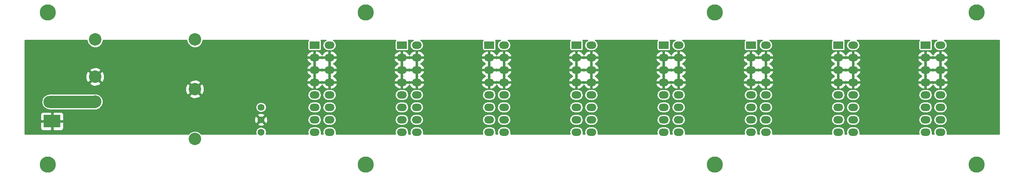
<source format=gbl>
G04 #@! TF.FileFunction,Copper,L2,Bot,Signal*
%FSLAX46Y46*%
G04 Gerber Fmt 4.6, Leading zero omitted, Abs format (unit mm)*
G04 Created by KiCad (PCBNEW 4.0.2-stable) date 2018-05-22 5:26:57 PM*
%MOMM*%
G01*
G04 APERTURE LIST*
%ADD10C,0.200000*%
%ADD11C,3.302000*%
%ADD12C,2.540000*%
%ADD13C,1.400000*%
%ADD14O,2.000000X1.500000*%
%ADD15R,2.000000X1.500000*%
%ADD16O,3.500000X2.500000*%
%ADD17R,3.500000X2.500000*%
%ADD18C,0.600000*%
%ADD19C,2.500000*%
%ADD20C,1.500000*%
%ADD21C,0.250000*%
%ADD22C,0.254000*%
G04 APERTURE END LIST*
D10*
D11*
X107950000Y-112077500D03*
X179070000Y-112077500D03*
X179070000Y-80962500D03*
X107950000Y-80962500D03*
X43180000Y-112077500D03*
X232410000Y-112077500D03*
X232410000Y-80962500D03*
D12*
X52832000Y-99187000D03*
X52832000Y-94107000D03*
X52832000Y-86487000D03*
X73152000Y-86487000D03*
X73152000Y-96647000D03*
X73152000Y-106807000D03*
D13*
X86614000Y-102870000D03*
X86614000Y-105410000D03*
X86614000Y-100330000D03*
D14*
X136140000Y-105410000D03*
X133100000Y-105410000D03*
X133100000Y-102870000D03*
X136140000Y-102870000D03*
X136140000Y-100330000D03*
X133100000Y-100330000D03*
X133100000Y-97790000D03*
X136140000Y-97790000D03*
X136140000Y-95250000D03*
X133100000Y-95250000D03*
D15*
X133100000Y-87630000D03*
D14*
X136140000Y-87630000D03*
X133100000Y-90170000D03*
X136140000Y-90170000D03*
X133100000Y-92710000D03*
X136140000Y-92710000D03*
X118360000Y-105410000D03*
X115320000Y-105410000D03*
X115320000Y-102870000D03*
X118360000Y-102870000D03*
X118360000Y-100330000D03*
X115320000Y-100330000D03*
X115320000Y-97790000D03*
X118360000Y-97790000D03*
X118360000Y-95250000D03*
X115320000Y-95250000D03*
D15*
X115320000Y-87630000D03*
D14*
X118360000Y-87630000D03*
X115320000Y-90170000D03*
X118360000Y-90170000D03*
X115320000Y-92710000D03*
X118360000Y-92710000D03*
X153920000Y-105410000D03*
X150880000Y-105410000D03*
X150880000Y-102870000D03*
X153920000Y-102870000D03*
X153920000Y-100330000D03*
X150880000Y-100330000D03*
X150880000Y-97790000D03*
X153920000Y-97790000D03*
X153920000Y-95250000D03*
X150880000Y-95250000D03*
D15*
X150880000Y-87630000D03*
D14*
X153920000Y-87630000D03*
X150880000Y-90170000D03*
X153920000Y-90170000D03*
X150880000Y-92710000D03*
X153920000Y-92710000D03*
X171700000Y-105410000D03*
X168660000Y-105410000D03*
X168660000Y-102870000D03*
X171700000Y-102870000D03*
X171700000Y-100330000D03*
X168660000Y-100330000D03*
X168660000Y-97790000D03*
X171700000Y-97790000D03*
X171700000Y-95250000D03*
X168660000Y-95250000D03*
D15*
X168660000Y-87630000D03*
D14*
X171700000Y-87630000D03*
X168660000Y-90170000D03*
X171700000Y-90170000D03*
X168660000Y-92710000D03*
X171700000Y-92710000D03*
X189480000Y-105410000D03*
X186440000Y-105410000D03*
X186440000Y-102870000D03*
X189480000Y-102870000D03*
X189480000Y-100330000D03*
X186440000Y-100330000D03*
X186440000Y-97790000D03*
X189480000Y-97790000D03*
X189480000Y-95250000D03*
X186440000Y-95250000D03*
D15*
X186440000Y-87630000D03*
D14*
X189480000Y-87630000D03*
X186440000Y-90170000D03*
X189480000Y-90170000D03*
X186440000Y-92710000D03*
X189480000Y-92710000D03*
X225040000Y-105410000D03*
X222000000Y-105410000D03*
X222000000Y-102870000D03*
X225040000Y-102870000D03*
X225040000Y-100330000D03*
X222000000Y-100330000D03*
X222000000Y-97790000D03*
X225040000Y-97790000D03*
X225040000Y-95250000D03*
X222000000Y-95250000D03*
D15*
X222000000Y-87630000D03*
D14*
X225040000Y-87630000D03*
X222000000Y-90170000D03*
X225040000Y-90170000D03*
X222000000Y-92710000D03*
X225040000Y-92710000D03*
X207260000Y-105410000D03*
X204220000Y-105410000D03*
X204220000Y-102870000D03*
X207260000Y-102870000D03*
X207260000Y-100330000D03*
X204220000Y-100330000D03*
X204220000Y-97790000D03*
X207260000Y-97790000D03*
X207260000Y-95250000D03*
X204220000Y-95250000D03*
D15*
X204220000Y-87630000D03*
D14*
X207260000Y-87630000D03*
X204220000Y-90170000D03*
X207260000Y-90170000D03*
X204220000Y-92710000D03*
X207260000Y-92710000D03*
X100580000Y-105410000D03*
X97540000Y-105410000D03*
X97540000Y-102870000D03*
X100580000Y-102870000D03*
X100580000Y-100330000D03*
X97540000Y-100330000D03*
X97540000Y-97790000D03*
X100580000Y-97790000D03*
X100580000Y-95250000D03*
X97540000Y-95250000D03*
D15*
X97540000Y-87630000D03*
D14*
X100580000Y-87630000D03*
X97540000Y-90170000D03*
X100580000Y-90170000D03*
X97540000Y-92710000D03*
X100580000Y-92710000D03*
D11*
X43180000Y-80962500D03*
D16*
X44069000Y-99239000D03*
D17*
X44069000Y-103199000D03*
D18*
X54000000Y-104250000D03*
X54000000Y-103000000D03*
X54000000Y-101750000D03*
X52500000Y-101750000D03*
X52500000Y-103000000D03*
X52500000Y-104250000D03*
X51000000Y-104250000D03*
X51000000Y-103000000D03*
X51000000Y-101750000D03*
X49500000Y-101750000D03*
X49500000Y-103000000D03*
X49500000Y-104250000D03*
X48000000Y-104250000D03*
X48000000Y-103000000D03*
X48000000Y-101750000D03*
X226750000Y-104250000D03*
X226750000Y-102000000D03*
X220250000Y-102000000D03*
X208750000Y-102000000D03*
X202500000Y-102000000D03*
X191250000Y-102000000D03*
X184750000Y-102000000D03*
X173250000Y-102000000D03*
X167000000Y-102000000D03*
X155500000Y-102000000D03*
X149250000Y-102000000D03*
X137750000Y-102000000D03*
X131500000Y-102000000D03*
X119750000Y-102000000D03*
X113750000Y-102000000D03*
X102250000Y-102000000D03*
X220250000Y-104250000D03*
X208750000Y-104250000D03*
X202500000Y-104250000D03*
X191250000Y-104250000D03*
X184750000Y-104250000D03*
X173250000Y-104250000D03*
X167000000Y-104250000D03*
X155500000Y-104250000D03*
X149250000Y-104250000D03*
X137750000Y-104250000D03*
X131500000Y-104250000D03*
X119750000Y-104250000D03*
X113750000Y-104250000D03*
X102000000Y-104250000D03*
X96000000Y-104250000D03*
X77600000Y-101000000D03*
X77600000Y-101700000D03*
X77600000Y-102400000D03*
X93900000Y-103350000D03*
X93150000Y-103350000D03*
X46050000Y-88575000D03*
X46050000Y-89275000D03*
X46050000Y-90125000D03*
X81500000Y-89250000D03*
X80750000Y-89250000D03*
X80000000Y-89250000D03*
D19*
X44069000Y-99239000D02*
X52780000Y-99239000D01*
D20*
X52780000Y-99239000D02*
X52832000Y-99187000D01*
D21*
X54000000Y-103000000D02*
X54000000Y-104250000D01*
X52500000Y-101750000D02*
X54000000Y-101750000D01*
X52500000Y-104250000D02*
X52500000Y-103000000D01*
X51000000Y-103000000D02*
X51000000Y-104250000D01*
X49500000Y-101750000D02*
X51000000Y-101750000D01*
X49500000Y-104250000D02*
X49500000Y-103000000D01*
X48000000Y-103000000D02*
X48000000Y-104250000D01*
X46120000Y-103250000D02*
X46500000Y-103250000D01*
X46500000Y-103250000D02*
X48000000Y-101750000D01*
X44069000Y-103199000D02*
X46069000Y-103199000D01*
X46069000Y-103199000D02*
X46120000Y-103250000D01*
X226750000Y-102000000D02*
X226750000Y-104250000D01*
X208750000Y-102000000D02*
X220250000Y-102000000D01*
X191250000Y-102000000D02*
X202500000Y-102000000D01*
X173250000Y-102000000D02*
X184750000Y-102000000D01*
X155500000Y-102000000D02*
X167000000Y-102000000D01*
X137750000Y-102000000D02*
X149250000Y-102000000D01*
X119750000Y-102000000D02*
X131500000Y-102000000D01*
X102250000Y-102000000D02*
X113750000Y-102000000D01*
X208750000Y-104250000D02*
X220250000Y-104250000D01*
X191250000Y-104250000D02*
X202500000Y-104250000D01*
X173250000Y-104250000D02*
X184750000Y-104250000D01*
X155500000Y-104250000D02*
X167000000Y-104250000D01*
X137750000Y-104250000D02*
X149250000Y-104250000D01*
X119750000Y-104250000D02*
X131500000Y-104250000D01*
X102000000Y-104250000D02*
X113750000Y-104250000D01*
X93900000Y-103350000D02*
X95100000Y-103350000D01*
X95100000Y-103350000D02*
X96000000Y-104250000D01*
D22*
G36*
X51180714Y-86813963D02*
X51431534Y-87420995D01*
X51895563Y-87885834D01*
X52502155Y-88137713D01*
X53158963Y-88138286D01*
X53765995Y-87887466D01*
X54230834Y-87423437D01*
X54482713Y-86816845D01*
X54482879Y-86627000D01*
X71500877Y-86627000D01*
X71500714Y-86813963D01*
X71751534Y-87420995D01*
X72215563Y-87885834D01*
X72822155Y-88137713D01*
X73478963Y-88138286D01*
X74085995Y-87887466D01*
X74550834Y-87423437D01*
X74802713Y-86816845D01*
X74802879Y-86627000D01*
X96251743Y-86627000D01*
X96182141Y-86728866D01*
X96151536Y-86880000D01*
X96151536Y-88380000D01*
X96178103Y-88521190D01*
X96261546Y-88650865D01*
X96388866Y-88737859D01*
X96540000Y-88768464D01*
X98540000Y-88768464D01*
X98681190Y-88741897D01*
X98810865Y-88658454D01*
X98897859Y-88531134D01*
X98928464Y-88380000D01*
X98928464Y-86880000D01*
X98901897Y-86738810D01*
X98829950Y-86627000D01*
X99807410Y-86627000D01*
X99503207Y-86830262D01*
X99258037Y-87197185D01*
X99171945Y-87630000D01*
X99258037Y-88062815D01*
X99503207Y-88429738D01*
X99870130Y-88674908D01*
X100302945Y-88761000D01*
X100857055Y-88761000D01*
X101289870Y-88674908D01*
X101656793Y-88429738D01*
X101901963Y-88062815D01*
X101988055Y-87630000D01*
X101901963Y-87197185D01*
X101656793Y-86830262D01*
X101352590Y-86627000D01*
X114031743Y-86627000D01*
X113962141Y-86728866D01*
X113931536Y-86880000D01*
X113931536Y-88380000D01*
X113958103Y-88521190D01*
X114041546Y-88650865D01*
X114168866Y-88737859D01*
X114320000Y-88768464D01*
X116320000Y-88768464D01*
X116461190Y-88741897D01*
X116590865Y-88658454D01*
X116677859Y-88531134D01*
X116708464Y-88380000D01*
X116708464Y-86880000D01*
X116681897Y-86738810D01*
X116609950Y-86627000D01*
X117587410Y-86627000D01*
X117283207Y-86830262D01*
X117038037Y-87197185D01*
X116951945Y-87630000D01*
X117038037Y-88062815D01*
X117283207Y-88429738D01*
X117650130Y-88674908D01*
X118082945Y-88761000D01*
X118637055Y-88761000D01*
X119069870Y-88674908D01*
X119436793Y-88429738D01*
X119681963Y-88062815D01*
X119768055Y-87630000D01*
X119681963Y-87197185D01*
X119436793Y-86830262D01*
X119132590Y-86627000D01*
X131811743Y-86627000D01*
X131742141Y-86728866D01*
X131711536Y-86880000D01*
X131711536Y-88380000D01*
X131738103Y-88521190D01*
X131821546Y-88650865D01*
X131948866Y-88737859D01*
X132100000Y-88768464D01*
X134100000Y-88768464D01*
X134241190Y-88741897D01*
X134370865Y-88658454D01*
X134457859Y-88531134D01*
X134488464Y-88380000D01*
X134488464Y-86880000D01*
X134461897Y-86738810D01*
X134389950Y-86627000D01*
X135367410Y-86627000D01*
X135063207Y-86830262D01*
X134818037Y-87197185D01*
X134731945Y-87630000D01*
X134818037Y-88062815D01*
X135063207Y-88429738D01*
X135430130Y-88674908D01*
X135862945Y-88761000D01*
X136417055Y-88761000D01*
X136849870Y-88674908D01*
X137216793Y-88429738D01*
X137461963Y-88062815D01*
X137548055Y-87630000D01*
X137461963Y-87197185D01*
X137216793Y-86830262D01*
X136912590Y-86627000D01*
X149591743Y-86627000D01*
X149522141Y-86728866D01*
X149491536Y-86880000D01*
X149491536Y-88380000D01*
X149518103Y-88521190D01*
X149601546Y-88650865D01*
X149728866Y-88737859D01*
X149880000Y-88768464D01*
X151880000Y-88768464D01*
X152021190Y-88741897D01*
X152150865Y-88658454D01*
X152237859Y-88531134D01*
X152268464Y-88380000D01*
X152268464Y-86880000D01*
X152241897Y-86738810D01*
X152169950Y-86627000D01*
X153147410Y-86627000D01*
X152843207Y-86830262D01*
X152598037Y-87197185D01*
X152511945Y-87630000D01*
X152598037Y-88062815D01*
X152843207Y-88429738D01*
X153210130Y-88674908D01*
X153642945Y-88761000D01*
X154197055Y-88761000D01*
X154629870Y-88674908D01*
X154996793Y-88429738D01*
X155241963Y-88062815D01*
X155328055Y-87630000D01*
X155241963Y-87197185D01*
X154996793Y-86830262D01*
X154692590Y-86627000D01*
X167371743Y-86627000D01*
X167302141Y-86728866D01*
X167271536Y-86880000D01*
X167271536Y-88380000D01*
X167298103Y-88521190D01*
X167381546Y-88650865D01*
X167508866Y-88737859D01*
X167660000Y-88768464D01*
X169660000Y-88768464D01*
X169801190Y-88741897D01*
X169930865Y-88658454D01*
X170017859Y-88531134D01*
X170048464Y-88380000D01*
X170048464Y-86880000D01*
X170021897Y-86738810D01*
X169949950Y-86627000D01*
X170927410Y-86627000D01*
X170623207Y-86830262D01*
X170378037Y-87197185D01*
X170291945Y-87630000D01*
X170378037Y-88062815D01*
X170623207Y-88429738D01*
X170990130Y-88674908D01*
X171422945Y-88761000D01*
X171977055Y-88761000D01*
X172409870Y-88674908D01*
X172776793Y-88429738D01*
X173021963Y-88062815D01*
X173108055Y-87630000D01*
X173021963Y-87197185D01*
X172776793Y-86830262D01*
X172472590Y-86627000D01*
X185151743Y-86627000D01*
X185082141Y-86728866D01*
X185051536Y-86880000D01*
X185051536Y-88380000D01*
X185078103Y-88521190D01*
X185161546Y-88650865D01*
X185288866Y-88737859D01*
X185440000Y-88768464D01*
X187440000Y-88768464D01*
X187581190Y-88741897D01*
X187710865Y-88658454D01*
X187797859Y-88531134D01*
X187828464Y-88380000D01*
X187828464Y-86880000D01*
X187801897Y-86738810D01*
X187729950Y-86627000D01*
X188707410Y-86627000D01*
X188403207Y-86830262D01*
X188158037Y-87197185D01*
X188071945Y-87630000D01*
X188158037Y-88062815D01*
X188403207Y-88429738D01*
X188770130Y-88674908D01*
X189202945Y-88761000D01*
X189757055Y-88761000D01*
X190189870Y-88674908D01*
X190556793Y-88429738D01*
X190801963Y-88062815D01*
X190888055Y-87630000D01*
X190801963Y-87197185D01*
X190556793Y-86830262D01*
X190252590Y-86627000D01*
X202931743Y-86627000D01*
X202862141Y-86728866D01*
X202831536Y-86880000D01*
X202831536Y-88380000D01*
X202858103Y-88521190D01*
X202941546Y-88650865D01*
X203068866Y-88737859D01*
X203220000Y-88768464D01*
X205220000Y-88768464D01*
X205361190Y-88741897D01*
X205490865Y-88658454D01*
X205577859Y-88531134D01*
X205608464Y-88380000D01*
X205608464Y-86880000D01*
X205581897Y-86738810D01*
X205509950Y-86627000D01*
X206487410Y-86627000D01*
X206183207Y-86830262D01*
X205938037Y-87197185D01*
X205851945Y-87630000D01*
X205938037Y-88062815D01*
X206183207Y-88429738D01*
X206550130Y-88674908D01*
X206982945Y-88761000D01*
X207537055Y-88761000D01*
X207969870Y-88674908D01*
X208336793Y-88429738D01*
X208581963Y-88062815D01*
X208668055Y-87630000D01*
X208581963Y-87197185D01*
X208336793Y-86830262D01*
X208032590Y-86627000D01*
X220711743Y-86627000D01*
X220642141Y-86728866D01*
X220611536Y-86880000D01*
X220611536Y-88380000D01*
X220638103Y-88521190D01*
X220721546Y-88650865D01*
X220848866Y-88737859D01*
X221000000Y-88768464D01*
X223000000Y-88768464D01*
X223141190Y-88741897D01*
X223270865Y-88658454D01*
X223357859Y-88531134D01*
X223388464Y-88380000D01*
X223388464Y-86880000D01*
X223361897Y-86738810D01*
X223289950Y-86627000D01*
X224267410Y-86627000D01*
X223963207Y-86830262D01*
X223718037Y-87197185D01*
X223631945Y-87630000D01*
X223718037Y-88062815D01*
X223963207Y-88429738D01*
X224330130Y-88674908D01*
X224762945Y-88761000D01*
X225317055Y-88761000D01*
X225749870Y-88674908D01*
X226116793Y-88429738D01*
X226361963Y-88062815D01*
X226448055Y-87630000D01*
X226361963Y-87197185D01*
X226116793Y-86830262D01*
X225812590Y-86627000D01*
X237034000Y-86627000D01*
X237034000Y-105773000D01*
X226375850Y-105773000D01*
X226448055Y-105410000D01*
X226361963Y-104977185D01*
X226116793Y-104610262D01*
X225749870Y-104365092D01*
X225317055Y-104279000D01*
X224762945Y-104279000D01*
X224330130Y-104365092D01*
X223963207Y-104610262D01*
X223718037Y-104977185D01*
X223631945Y-105410000D01*
X223704150Y-105773000D01*
X223335850Y-105773000D01*
X223408055Y-105410000D01*
X223321963Y-104977185D01*
X223076793Y-104610262D01*
X222709870Y-104365092D01*
X222277055Y-104279000D01*
X221722945Y-104279000D01*
X221290130Y-104365092D01*
X220923207Y-104610262D01*
X220678037Y-104977185D01*
X220591945Y-105410000D01*
X220664150Y-105773000D01*
X208595850Y-105773000D01*
X208668055Y-105410000D01*
X208581963Y-104977185D01*
X208336793Y-104610262D01*
X207969870Y-104365092D01*
X207537055Y-104279000D01*
X206982945Y-104279000D01*
X206550130Y-104365092D01*
X206183207Y-104610262D01*
X205938037Y-104977185D01*
X205851945Y-105410000D01*
X205924150Y-105773000D01*
X205555850Y-105773000D01*
X205628055Y-105410000D01*
X205541963Y-104977185D01*
X205296793Y-104610262D01*
X204929870Y-104365092D01*
X204497055Y-104279000D01*
X203942945Y-104279000D01*
X203510130Y-104365092D01*
X203143207Y-104610262D01*
X202898037Y-104977185D01*
X202811945Y-105410000D01*
X202884150Y-105773000D01*
X190815850Y-105773000D01*
X190888055Y-105410000D01*
X190801963Y-104977185D01*
X190556793Y-104610262D01*
X190189870Y-104365092D01*
X189757055Y-104279000D01*
X189202945Y-104279000D01*
X188770130Y-104365092D01*
X188403207Y-104610262D01*
X188158037Y-104977185D01*
X188071945Y-105410000D01*
X188144150Y-105773000D01*
X187775850Y-105773000D01*
X187848055Y-105410000D01*
X187761963Y-104977185D01*
X187516793Y-104610262D01*
X187149870Y-104365092D01*
X186717055Y-104279000D01*
X186162945Y-104279000D01*
X185730130Y-104365092D01*
X185363207Y-104610262D01*
X185118037Y-104977185D01*
X185031945Y-105410000D01*
X185104150Y-105773000D01*
X173035850Y-105773000D01*
X173108055Y-105410000D01*
X173021963Y-104977185D01*
X172776793Y-104610262D01*
X172409870Y-104365092D01*
X171977055Y-104279000D01*
X171422945Y-104279000D01*
X170990130Y-104365092D01*
X170623207Y-104610262D01*
X170378037Y-104977185D01*
X170291945Y-105410000D01*
X170364150Y-105773000D01*
X169995850Y-105773000D01*
X170068055Y-105410000D01*
X169981963Y-104977185D01*
X169736793Y-104610262D01*
X169369870Y-104365092D01*
X168937055Y-104279000D01*
X168382945Y-104279000D01*
X167950130Y-104365092D01*
X167583207Y-104610262D01*
X167338037Y-104977185D01*
X167251945Y-105410000D01*
X167324150Y-105773000D01*
X155255850Y-105773000D01*
X155328055Y-105410000D01*
X155241963Y-104977185D01*
X154996793Y-104610262D01*
X154629870Y-104365092D01*
X154197055Y-104279000D01*
X153642945Y-104279000D01*
X153210130Y-104365092D01*
X152843207Y-104610262D01*
X152598037Y-104977185D01*
X152511945Y-105410000D01*
X152584150Y-105773000D01*
X152215850Y-105773000D01*
X152288055Y-105410000D01*
X152201963Y-104977185D01*
X151956793Y-104610262D01*
X151589870Y-104365092D01*
X151157055Y-104279000D01*
X150602945Y-104279000D01*
X150170130Y-104365092D01*
X149803207Y-104610262D01*
X149558037Y-104977185D01*
X149471945Y-105410000D01*
X149544150Y-105773000D01*
X137475850Y-105773000D01*
X137548055Y-105410000D01*
X137461963Y-104977185D01*
X137216793Y-104610262D01*
X136849870Y-104365092D01*
X136417055Y-104279000D01*
X135862945Y-104279000D01*
X135430130Y-104365092D01*
X135063207Y-104610262D01*
X134818037Y-104977185D01*
X134731945Y-105410000D01*
X134804150Y-105773000D01*
X134435850Y-105773000D01*
X134508055Y-105410000D01*
X134421963Y-104977185D01*
X134176793Y-104610262D01*
X133809870Y-104365092D01*
X133377055Y-104279000D01*
X132822945Y-104279000D01*
X132390130Y-104365092D01*
X132023207Y-104610262D01*
X131778037Y-104977185D01*
X131691945Y-105410000D01*
X131764150Y-105773000D01*
X119695850Y-105773000D01*
X119768055Y-105410000D01*
X119681963Y-104977185D01*
X119436793Y-104610262D01*
X119069870Y-104365092D01*
X118637055Y-104279000D01*
X118082945Y-104279000D01*
X117650130Y-104365092D01*
X117283207Y-104610262D01*
X117038037Y-104977185D01*
X116951945Y-105410000D01*
X117024150Y-105773000D01*
X116655850Y-105773000D01*
X116728055Y-105410000D01*
X116641963Y-104977185D01*
X116396793Y-104610262D01*
X116029870Y-104365092D01*
X115597055Y-104279000D01*
X115042945Y-104279000D01*
X114610130Y-104365092D01*
X114243207Y-104610262D01*
X113998037Y-104977185D01*
X113911945Y-105410000D01*
X113984150Y-105773000D01*
X101915850Y-105773000D01*
X101988055Y-105410000D01*
X101901963Y-104977185D01*
X101656793Y-104610262D01*
X101289870Y-104365092D01*
X100857055Y-104279000D01*
X100302945Y-104279000D01*
X99870130Y-104365092D01*
X99503207Y-104610262D01*
X99258037Y-104977185D01*
X99171945Y-105410000D01*
X99244150Y-105773000D01*
X98875850Y-105773000D01*
X98948055Y-105410000D01*
X98861963Y-104977185D01*
X98616793Y-104610262D01*
X98249870Y-104365092D01*
X97817055Y-104279000D01*
X97262945Y-104279000D01*
X96830130Y-104365092D01*
X96463207Y-104610262D01*
X96218037Y-104977185D01*
X96131945Y-105410000D01*
X96204150Y-105773000D01*
X87633759Y-105773000D01*
X87694812Y-105625968D01*
X87695187Y-105195919D01*
X87530962Y-104798463D01*
X87227137Y-104494107D01*
X86829968Y-104329188D01*
X86399919Y-104328813D01*
X86002463Y-104493038D01*
X85698107Y-104796863D01*
X85533188Y-105194032D01*
X85532813Y-105624081D01*
X85594345Y-105773000D01*
X74452635Y-105773000D01*
X74088437Y-105408166D01*
X73481845Y-105156287D01*
X72825037Y-105155714D01*
X72218005Y-105406534D01*
X71850899Y-105773000D01*
X38556000Y-105773000D01*
X38556000Y-103484750D01*
X41684000Y-103484750D01*
X41684000Y-104575309D01*
X41780673Y-104808698D01*
X41959301Y-104987327D01*
X42192690Y-105084000D01*
X43783250Y-105084000D01*
X43942000Y-104925250D01*
X43942000Y-103326000D01*
X44196000Y-103326000D01*
X44196000Y-104925250D01*
X44354750Y-105084000D01*
X45945310Y-105084000D01*
X46178699Y-104987327D01*
X46357327Y-104808698D01*
X46454000Y-104575309D01*
X46454000Y-103805275D01*
X85858331Y-103805275D01*
X85920169Y-104041042D01*
X86421122Y-104217419D01*
X86951440Y-104188664D01*
X87307831Y-104041042D01*
X87369669Y-103805275D01*
X86614000Y-103049605D01*
X85858331Y-103805275D01*
X46454000Y-103805275D01*
X46454000Y-103484750D01*
X46295250Y-103326000D01*
X44196000Y-103326000D01*
X43942000Y-103326000D01*
X41842750Y-103326000D01*
X41684000Y-103484750D01*
X38556000Y-103484750D01*
X38556000Y-101822691D01*
X41684000Y-101822691D01*
X41684000Y-102913250D01*
X41842750Y-103072000D01*
X43942000Y-103072000D01*
X43942000Y-101472750D01*
X44196000Y-101472750D01*
X44196000Y-103072000D01*
X46295250Y-103072000D01*
X46454000Y-102913250D01*
X46454000Y-102677122D01*
X85266581Y-102677122D01*
X85295336Y-103207440D01*
X85442958Y-103563831D01*
X85678725Y-103625669D01*
X86434395Y-102870000D01*
X86793605Y-102870000D01*
X87549275Y-103625669D01*
X87785042Y-103563831D01*
X87961419Y-103062878D01*
X87950961Y-102870000D01*
X96131945Y-102870000D01*
X96218037Y-103302815D01*
X96463207Y-103669738D01*
X96830130Y-103914908D01*
X97262945Y-104001000D01*
X97817055Y-104001000D01*
X98249870Y-103914908D01*
X98616793Y-103669738D01*
X98861963Y-103302815D01*
X98948055Y-102870000D01*
X99171945Y-102870000D01*
X99258037Y-103302815D01*
X99503207Y-103669738D01*
X99870130Y-103914908D01*
X100302945Y-104001000D01*
X100857055Y-104001000D01*
X101289870Y-103914908D01*
X101656793Y-103669738D01*
X101901963Y-103302815D01*
X101988055Y-102870000D01*
X113911945Y-102870000D01*
X113998037Y-103302815D01*
X114243207Y-103669738D01*
X114610130Y-103914908D01*
X115042945Y-104001000D01*
X115597055Y-104001000D01*
X116029870Y-103914908D01*
X116396793Y-103669738D01*
X116641963Y-103302815D01*
X116728055Y-102870000D01*
X116951945Y-102870000D01*
X117038037Y-103302815D01*
X117283207Y-103669738D01*
X117650130Y-103914908D01*
X118082945Y-104001000D01*
X118637055Y-104001000D01*
X119069870Y-103914908D01*
X119436793Y-103669738D01*
X119681963Y-103302815D01*
X119768055Y-102870000D01*
X131691945Y-102870000D01*
X131778037Y-103302815D01*
X132023207Y-103669738D01*
X132390130Y-103914908D01*
X132822945Y-104001000D01*
X133377055Y-104001000D01*
X133809870Y-103914908D01*
X134176793Y-103669738D01*
X134421963Y-103302815D01*
X134508055Y-102870000D01*
X134731945Y-102870000D01*
X134818037Y-103302815D01*
X135063207Y-103669738D01*
X135430130Y-103914908D01*
X135862945Y-104001000D01*
X136417055Y-104001000D01*
X136849870Y-103914908D01*
X137216793Y-103669738D01*
X137461963Y-103302815D01*
X137548055Y-102870000D01*
X149471945Y-102870000D01*
X149558037Y-103302815D01*
X149803207Y-103669738D01*
X150170130Y-103914908D01*
X150602945Y-104001000D01*
X151157055Y-104001000D01*
X151589870Y-103914908D01*
X151956793Y-103669738D01*
X152201963Y-103302815D01*
X152288055Y-102870000D01*
X152511945Y-102870000D01*
X152598037Y-103302815D01*
X152843207Y-103669738D01*
X153210130Y-103914908D01*
X153642945Y-104001000D01*
X154197055Y-104001000D01*
X154629870Y-103914908D01*
X154996793Y-103669738D01*
X155241963Y-103302815D01*
X155328055Y-102870000D01*
X167251945Y-102870000D01*
X167338037Y-103302815D01*
X167583207Y-103669738D01*
X167950130Y-103914908D01*
X168382945Y-104001000D01*
X168937055Y-104001000D01*
X169369870Y-103914908D01*
X169736793Y-103669738D01*
X169981963Y-103302815D01*
X170068055Y-102870000D01*
X170291945Y-102870000D01*
X170378037Y-103302815D01*
X170623207Y-103669738D01*
X170990130Y-103914908D01*
X171422945Y-104001000D01*
X171977055Y-104001000D01*
X172409870Y-103914908D01*
X172776793Y-103669738D01*
X173021963Y-103302815D01*
X173108055Y-102870000D01*
X185031945Y-102870000D01*
X185118037Y-103302815D01*
X185363207Y-103669738D01*
X185730130Y-103914908D01*
X186162945Y-104001000D01*
X186717055Y-104001000D01*
X187149870Y-103914908D01*
X187516793Y-103669738D01*
X187761963Y-103302815D01*
X187848055Y-102870000D01*
X188071945Y-102870000D01*
X188158037Y-103302815D01*
X188403207Y-103669738D01*
X188770130Y-103914908D01*
X189202945Y-104001000D01*
X189757055Y-104001000D01*
X190189870Y-103914908D01*
X190556793Y-103669738D01*
X190801963Y-103302815D01*
X190888055Y-102870000D01*
X202811945Y-102870000D01*
X202898037Y-103302815D01*
X203143207Y-103669738D01*
X203510130Y-103914908D01*
X203942945Y-104001000D01*
X204497055Y-104001000D01*
X204929870Y-103914908D01*
X205296793Y-103669738D01*
X205541963Y-103302815D01*
X205628055Y-102870000D01*
X205851945Y-102870000D01*
X205938037Y-103302815D01*
X206183207Y-103669738D01*
X206550130Y-103914908D01*
X206982945Y-104001000D01*
X207537055Y-104001000D01*
X207969870Y-103914908D01*
X208336793Y-103669738D01*
X208581963Y-103302815D01*
X208668055Y-102870000D01*
X220591945Y-102870000D01*
X220678037Y-103302815D01*
X220923207Y-103669738D01*
X221290130Y-103914908D01*
X221722945Y-104001000D01*
X222277055Y-104001000D01*
X222709870Y-103914908D01*
X223076793Y-103669738D01*
X223321963Y-103302815D01*
X223408055Y-102870000D01*
X223631945Y-102870000D01*
X223718037Y-103302815D01*
X223963207Y-103669738D01*
X224330130Y-103914908D01*
X224762945Y-104001000D01*
X225317055Y-104001000D01*
X225749870Y-103914908D01*
X226116793Y-103669738D01*
X226361963Y-103302815D01*
X226448055Y-102870000D01*
X226361963Y-102437185D01*
X226116793Y-102070262D01*
X225749870Y-101825092D01*
X225317055Y-101739000D01*
X224762945Y-101739000D01*
X224330130Y-101825092D01*
X223963207Y-102070262D01*
X223718037Y-102437185D01*
X223631945Y-102870000D01*
X223408055Y-102870000D01*
X223321963Y-102437185D01*
X223076793Y-102070262D01*
X222709870Y-101825092D01*
X222277055Y-101739000D01*
X221722945Y-101739000D01*
X221290130Y-101825092D01*
X220923207Y-102070262D01*
X220678037Y-102437185D01*
X220591945Y-102870000D01*
X208668055Y-102870000D01*
X208581963Y-102437185D01*
X208336793Y-102070262D01*
X207969870Y-101825092D01*
X207537055Y-101739000D01*
X206982945Y-101739000D01*
X206550130Y-101825092D01*
X206183207Y-102070262D01*
X205938037Y-102437185D01*
X205851945Y-102870000D01*
X205628055Y-102870000D01*
X205541963Y-102437185D01*
X205296793Y-102070262D01*
X204929870Y-101825092D01*
X204497055Y-101739000D01*
X203942945Y-101739000D01*
X203510130Y-101825092D01*
X203143207Y-102070262D01*
X202898037Y-102437185D01*
X202811945Y-102870000D01*
X190888055Y-102870000D01*
X190801963Y-102437185D01*
X190556793Y-102070262D01*
X190189870Y-101825092D01*
X189757055Y-101739000D01*
X189202945Y-101739000D01*
X188770130Y-101825092D01*
X188403207Y-102070262D01*
X188158037Y-102437185D01*
X188071945Y-102870000D01*
X187848055Y-102870000D01*
X187761963Y-102437185D01*
X187516793Y-102070262D01*
X187149870Y-101825092D01*
X186717055Y-101739000D01*
X186162945Y-101739000D01*
X185730130Y-101825092D01*
X185363207Y-102070262D01*
X185118037Y-102437185D01*
X185031945Y-102870000D01*
X173108055Y-102870000D01*
X173021963Y-102437185D01*
X172776793Y-102070262D01*
X172409870Y-101825092D01*
X171977055Y-101739000D01*
X171422945Y-101739000D01*
X170990130Y-101825092D01*
X170623207Y-102070262D01*
X170378037Y-102437185D01*
X170291945Y-102870000D01*
X170068055Y-102870000D01*
X169981963Y-102437185D01*
X169736793Y-102070262D01*
X169369870Y-101825092D01*
X168937055Y-101739000D01*
X168382945Y-101739000D01*
X167950130Y-101825092D01*
X167583207Y-102070262D01*
X167338037Y-102437185D01*
X167251945Y-102870000D01*
X155328055Y-102870000D01*
X155241963Y-102437185D01*
X154996793Y-102070262D01*
X154629870Y-101825092D01*
X154197055Y-101739000D01*
X153642945Y-101739000D01*
X153210130Y-101825092D01*
X152843207Y-102070262D01*
X152598037Y-102437185D01*
X152511945Y-102870000D01*
X152288055Y-102870000D01*
X152201963Y-102437185D01*
X151956793Y-102070262D01*
X151589870Y-101825092D01*
X151157055Y-101739000D01*
X150602945Y-101739000D01*
X150170130Y-101825092D01*
X149803207Y-102070262D01*
X149558037Y-102437185D01*
X149471945Y-102870000D01*
X137548055Y-102870000D01*
X137461963Y-102437185D01*
X137216793Y-102070262D01*
X136849870Y-101825092D01*
X136417055Y-101739000D01*
X135862945Y-101739000D01*
X135430130Y-101825092D01*
X135063207Y-102070262D01*
X134818037Y-102437185D01*
X134731945Y-102870000D01*
X134508055Y-102870000D01*
X134421963Y-102437185D01*
X134176793Y-102070262D01*
X133809870Y-101825092D01*
X133377055Y-101739000D01*
X132822945Y-101739000D01*
X132390130Y-101825092D01*
X132023207Y-102070262D01*
X131778037Y-102437185D01*
X131691945Y-102870000D01*
X119768055Y-102870000D01*
X119681963Y-102437185D01*
X119436793Y-102070262D01*
X119069870Y-101825092D01*
X118637055Y-101739000D01*
X118082945Y-101739000D01*
X117650130Y-101825092D01*
X117283207Y-102070262D01*
X117038037Y-102437185D01*
X116951945Y-102870000D01*
X116728055Y-102870000D01*
X116641963Y-102437185D01*
X116396793Y-102070262D01*
X116029870Y-101825092D01*
X115597055Y-101739000D01*
X115042945Y-101739000D01*
X114610130Y-101825092D01*
X114243207Y-102070262D01*
X113998037Y-102437185D01*
X113911945Y-102870000D01*
X101988055Y-102870000D01*
X101901963Y-102437185D01*
X101656793Y-102070262D01*
X101289870Y-101825092D01*
X100857055Y-101739000D01*
X100302945Y-101739000D01*
X99870130Y-101825092D01*
X99503207Y-102070262D01*
X99258037Y-102437185D01*
X99171945Y-102870000D01*
X98948055Y-102870000D01*
X98861963Y-102437185D01*
X98616793Y-102070262D01*
X98249870Y-101825092D01*
X97817055Y-101739000D01*
X97262945Y-101739000D01*
X96830130Y-101825092D01*
X96463207Y-102070262D01*
X96218037Y-102437185D01*
X96131945Y-102870000D01*
X87950961Y-102870000D01*
X87932664Y-102532560D01*
X87785042Y-102176169D01*
X87549275Y-102114331D01*
X86793605Y-102870000D01*
X86434395Y-102870000D01*
X85678725Y-102114331D01*
X85442958Y-102176169D01*
X85266581Y-102677122D01*
X46454000Y-102677122D01*
X46454000Y-101934725D01*
X85858331Y-101934725D01*
X86614000Y-102690395D01*
X87369669Y-101934725D01*
X87307831Y-101698958D01*
X86806878Y-101522581D01*
X86276560Y-101551336D01*
X85920169Y-101698958D01*
X85858331Y-101934725D01*
X46454000Y-101934725D01*
X46454000Y-101822691D01*
X46357327Y-101589302D01*
X46178699Y-101410673D01*
X45945310Y-101314000D01*
X44354750Y-101314000D01*
X44196000Y-101472750D01*
X43942000Y-101472750D01*
X43783250Y-101314000D01*
X42192690Y-101314000D01*
X41959301Y-101410673D01*
X41780673Y-101589302D01*
X41684000Y-101822691D01*
X38556000Y-101822691D01*
X38556000Y-99239000D01*
X41896251Y-99239000D01*
X42020403Y-99863157D01*
X42373960Y-100392291D01*
X42903094Y-100745848D01*
X43527251Y-100870000D01*
X52780000Y-100870000D01*
X52940396Y-100838095D01*
X53158963Y-100838286D01*
X53362744Y-100754085D01*
X53404157Y-100745848D01*
X53438958Y-100722595D01*
X53765995Y-100587466D01*
X53809455Y-100544081D01*
X85532813Y-100544081D01*
X85697038Y-100941537D01*
X86000863Y-101245893D01*
X86398032Y-101410812D01*
X86828081Y-101411187D01*
X87225537Y-101246962D01*
X87529893Y-100943137D01*
X87694812Y-100545968D01*
X87695000Y-100330000D01*
X96131945Y-100330000D01*
X96218037Y-100762815D01*
X96463207Y-101129738D01*
X96830130Y-101374908D01*
X97262945Y-101461000D01*
X97817055Y-101461000D01*
X98249870Y-101374908D01*
X98616793Y-101129738D01*
X98861963Y-100762815D01*
X98948055Y-100330000D01*
X99171945Y-100330000D01*
X99258037Y-100762815D01*
X99503207Y-101129738D01*
X99870130Y-101374908D01*
X100302945Y-101461000D01*
X100857055Y-101461000D01*
X101289870Y-101374908D01*
X101656793Y-101129738D01*
X101901963Y-100762815D01*
X101988055Y-100330000D01*
X113911945Y-100330000D01*
X113998037Y-100762815D01*
X114243207Y-101129738D01*
X114610130Y-101374908D01*
X115042945Y-101461000D01*
X115597055Y-101461000D01*
X116029870Y-101374908D01*
X116396793Y-101129738D01*
X116641963Y-100762815D01*
X116728055Y-100330000D01*
X116951945Y-100330000D01*
X117038037Y-100762815D01*
X117283207Y-101129738D01*
X117650130Y-101374908D01*
X118082945Y-101461000D01*
X118637055Y-101461000D01*
X119069870Y-101374908D01*
X119436793Y-101129738D01*
X119681963Y-100762815D01*
X119768055Y-100330000D01*
X131691945Y-100330000D01*
X131778037Y-100762815D01*
X132023207Y-101129738D01*
X132390130Y-101374908D01*
X132822945Y-101461000D01*
X133377055Y-101461000D01*
X133809870Y-101374908D01*
X134176793Y-101129738D01*
X134421963Y-100762815D01*
X134508055Y-100330000D01*
X134731945Y-100330000D01*
X134818037Y-100762815D01*
X135063207Y-101129738D01*
X135430130Y-101374908D01*
X135862945Y-101461000D01*
X136417055Y-101461000D01*
X136849870Y-101374908D01*
X137216793Y-101129738D01*
X137461963Y-100762815D01*
X137548055Y-100330000D01*
X149471945Y-100330000D01*
X149558037Y-100762815D01*
X149803207Y-101129738D01*
X150170130Y-101374908D01*
X150602945Y-101461000D01*
X151157055Y-101461000D01*
X151589870Y-101374908D01*
X151956793Y-101129738D01*
X152201963Y-100762815D01*
X152288055Y-100330000D01*
X152511945Y-100330000D01*
X152598037Y-100762815D01*
X152843207Y-101129738D01*
X153210130Y-101374908D01*
X153642945Y-101461000D01*
X154197055Y-101461000D01*
X154629870Y-101374908D01*
X154996793Y-101129738D01*
X155241963Y-100762815D01*
X155328055Y-100330000D01*
X167251945Y-100330000D01*
X167338037Y-100762815D01*
X167583207Y-101129738D01*
X167950130Y-101374908D01*
X168382945Y-101461000D01*
X168937055Y-101461000D01*
X169369870Y-101374908D01*
X169736793Y-101129738D01*
X169981963Y-100762815D01*
X170068055Y-100330000D01*
X170291945Y-100330000D01*
X170378037Y-100762815D01*
X170623207Y-101129738D01*
X170990130Y-101374908D01*
X171422945Y-101461000D01*
X171977055Y-101461000D01*
X172409870Y-101374908D01*
X172776793Y-101129738D01*
X173021963Y-100762815D01*
X173108055Y-100330000D01*
X185031945Y-100330000D01*
X185118037Y-100762815D01*
X185363207Y-101129738D01*
X185730130Y-101374908D01*
X186162945Y-101461000D01*
X186717055Y-101461000D01*
X187149870Y-101374908D01*
X187516793Y-101129738D01*
X187761963Y-100762815D01*
X187848055Y-100330000D01*
X188071945Y-100330000D01*
X188158037Y-100762815D01*
X188403207Y-101129738D01*
X188770130Y-101374908D01*
X189202945Y-101461000D01*
X189757055Y-101461000D01*
X190189870Y-101374908D01*
X190556793Y-101129738D01*
X190801963Y-100762815D01*
X190888055Y-100330000D01*
X202811945Y-100330000D01*
X202898037Y-100762815D01*
X203143207Y-101129738D01*
X203510130Y-101374908D01*
X203942945Y-101461000D01*
X204497055Y-101461000D01*
X204929870Y-101374908D01*
X205296793Y-101129738D01*
X205541963Y-100762815D01*
X205628055Y-100330000D01*
X205851945Y-100330000D01*
X205938037Y-100762815D01*
X206183207Y-101129738D01*
X206550130Y-101374908D01*
X206982945Y-101461000D01*
X207537055Y-101461000D01*
X207969870Y-101374908D01*
X208336793Y-101129738D01*
X208581963Y-100762815D01*
X208668055Y-100330000D01*
X220591945Y-100330000D01*
X220678037Y-100762815D01*
X220923207Y-101129738D01*
X221290130Y-101374908D01*
X221722945Y-101461000D01*
X222277055Y-101461000D01*
X222709870Y-101374908D01*
X223076793Y-101129738D01*
X223321963Y-100762815D01*
X223408055Y-100330000D01*
X223631945Y-100330000D01*
X223718037Y-100762815D01*
X223963207Y-101129738D01*
X224330130Y-101374908D01*
X224762945Y-101461000D01*
X225317055Y-101461000D01*
X225749870Y-101374908D01*
X226116793Y-101129738D01*
X226361963Y-100762815D01*
X226448055Y-100330000D01*
X226361963Y-99897185D01*
X226116793Y-99530262D01*
X225749870Y-99285092D01*
X225317055Y-99199000D01*
X224762945Y-99199000D01*
X224330130Y-99285092D01*
X223963207Y-99530262D01*
X223718037Y-99897185D01*
X223631945Y-100330000D01*
X223408055Y-100330000D01*
X223321963Y-99897185D01*
X223076793Y-99530262D01*
X222709870Y-99285092D01*
X222277055Y-99199000D01*
X221722945Y-99199000D01*
X221290130Y-99285092D01*
X220923207Y-99530262D01*
X220678037Y-99897185D01*
X220591945Y-100330000D01*
X208668055Y-100330000D01*
X208581963Y-99897185D01*
X208336793Y-99530262D01*
X207969870Y-99285092D01*
X207537055Y-99199000D01*
X206982945Y-99199000D01*
X206550130Y-99285092D01*
X206183207Y-99530262D01*
X205938037Y-99897185D01*
X205851945Y-100330000D01*
X205628055Y-100330000D01*
X205541963Y-99897185D01*
X205296793Y-99530262D01*
X204929870Y-99285092D01*
X204497055Y-99199000D01*
X203942945Y-99199000D01*
X203510130Y-99285092D01*
X203143207Y-99530262D01*
X202898037Y-99897185D01*
X202811945Y-100330000D01*
X190888055Y-100330000D01*
X190801963Y-99897185D01*
X190556793Y-99530262D01*
X190189870Y-99285092D01*
X189757055Y-99199000D01*
X189202945Y-99199000D01*
X188770130Y-99285092D01*
X188403207Y-99530262D01*
X188158037Y-99897185D01*
X188071945Y-100330000D01*
X187848055Y-100330000D01*
X187761963Y-99897185D01*
X187516793Y-99530262D01*
X187149870Y-99285092D01*
X186717055Y-99199000D01*
X186162945Y-99199000D01*
X185730130Y-99285092D01*
X185363207Y-99530262D01*
X185118037Y-99897185D01*
X185031945Y-100330000D01*
X173108055Y-100330000D01*
X173021963Y-99897185D01*
X172776793Y-99530262D01*
X172409870Y-99285092D01*
X171977055Y-99199000D01*
X171422945Y-99199000D01*
X170990130Y-99285092D01*
X170623207Y-99530262D01*
X170378037Y-99897185D01*
X170291945Y-100330000D01*
X170068055Y-100330000D01*
X169981963Y-99897185D01*
X169736793Y-99530262D01*
X169369870Y-99285092D01*
X168937055Y-99199000D01*
X168382945Y-99199000D01*
X167950130Y-99285092D01*
X167583207Y-99530262D01*
X167338037Y-99897185D01*
X167251945Y-100330000D01*
X155328055Y-100330000D01*
X155241963Y-99897185D01*
X154996793Y-99530262D01*
X154629870Y-99285092D01*
X154197055Y-99199000D01*
X153642945Y-99199000D01*
X153210130Y-99285092D01*
X152843207Y-99530262D01*
X152598037Y-99897185D01*
X152511945Y-100330000D01*
X152288055Y-100330000D01*
X152201963Y-99897185D01*
X151956793Y-99530262D01*
X151589870Y-99285092D01*
X151157055Y-99199000D01*
X150602945Y-99199000D01*
X150170130Y-99285092D01*
X149803207Y-99530262D01*
X149558037Y-99897185D01*
X149471945Y-100330000D01*
X137548055Y-100330000D01*
X137461963Y-99897185D01*
X137216793Y-99530262D01*
X136849870Y-99285092D01*
X136417055Y-99199000D01*
X135862945Y-99199000D01*
X135430130Y-99285092D01*
X135063207Y-99530262D01*
X134818037Y-99897185D01*
X134731945Y-100330000D01*
X134508055Y-100330000D01*
X134421963Y-99897185D01*
X134176793Y-99530262D01*
X133809870Y-99285092D01*
X133377055Y-99199000D01*
X132822945Y-99199000D01*
X132390130Y-99285092D01*
X132023207Y-99530262D01*
X131778037Y-99897185D01*
X131691945Y-100330000D01*
X119768055Y-100330000D01*
X119681963Y-99897185D01*
X119436793Y-99530262D01*
X119069870Y-99285092D01*
X118637055Y-99199000D01*
X118082945Y-99199000D01*
X117650130Y-99285092D01*
X117283207Y-99530262D01*
X117038037Y-99897185D01*
X116951945Y-100330000D01*
X116728055Y-100330000D01*
X116641963Y-99897185D01*
X116396793Y-99530262D01*
X116029870Y-99285092D01*
X115597055Y-99199000D01*
X115042945Y-99199000D01*
X114610130Y-99285092D01*
X114243207Y-99530262D01*
X113998037Y-99897185D01*
X113911945Y-100330000D01*
X101988055Y-100330000D01*
X101901963Y-99897185D01*
X101656793Y-99530262D01*
X101289870Y-99285092D01*
X100857055Y-99199000D01*
X100302945Y-99199000D01*
X99870130Y-99285092D01*
X99503207Y-99530262D01*
X99258037Y-99897185D01*
X99171945Y-100330000D01*
X98948055Y-100330000D01*
X98861963Y-99897185D01*
X98616793Y-99530262D01*
X98249870Y-99285092D01*
X97817055Y-99199000D01*
X97262945Y-99199000D01*
X96830130Y-99285092D01*
X96463207Y-99530262D01*
X96218037Y-99897185D01*
X96131945Y-100330000D01*
X87695000Y-100330000D01*
X87695187Y-100115919D01*
X87530962Y-99718463D01*
X87227137Y-99414107D01*
X86829968Y-99249188D01*
X86399919Y-99248813D01*
X86002463Y-99413038D01*
X85698107Y-99716863D01*
X85533188Y-100114032D01*
X85532813Y-100544081D01*
X53809455Y-100544081D01*
X54230834Y-100123437D01*
X54482713Y-99516845D01*
X54483286Y-98860037D01*
X54232466Y-98253005D01*
X53974688Y-97994777D01*
X71983828Y-97994777D01*
X72115520Y-98289657D01*
X72823036Y-98561261D01*
X73580632Y-98541436D01*
X74188480Y-98289657D01*
X74320172Y-97994777D01*
X73152000Y-96826605D01*
X71983828Y-97994777D01*
X53974688Y-97994777D01*
X53768437Y-97788166D01*
X53161845Y-97536287D01*
X52505037Y-97535714D01*
X52330091Y-97608000D01*
X43527251Y-97608000D01*
X42903094Y-97732152D01*
X42373960Y-98085709D01*
X42020403Y-98614843D01*
X41896251Y-99239000D01*
X38556000Y-99239000D01*
X38556000Y-96318036D01*
X71237739Y-96318036D01*
X71257564Y-97075632D01*
X71509343Y-97683480D01*
X71804223Y-97815172D01*
X72972395Y-96647000D01*
X73331605Y-96647000D01*
X74499777Y-97815172D01*
X74556141Y-97790000D01*
X96131945Y-97790000D01*
X96218037Y-98222815D01*
X96463207Y-98589738D01*
X96830130Y-98834908D01*
X97262945Y-98921000D01*
X97817055Y-98921000D01*
X98249870Y-98834908D01*
X98616793Y-98589738D01*
X98861963Y-98222815D01*
X98948055Y-97790000D01*
X99171945Y-97790000D01*
X99258037Y-98222815D01*
X99503207Y-98589738D01*
X99870130Y-98834908D01*
X100302945Y-98921000D01*
X100857055Y-98921000D01*
X101289870Y-98834908D01*
X101656793Y-98589738D01*
X101901963Y-98222815D01*
X101988055Y-97790000D01*
X113911945Y-97790000D01*
X113998037Y-98222815D01*
X114243207Y-98589738D01*
X114610130Y-98834908D01*
X115042945Y-98921000D01*
X115597055Y-98921000D01*
X116029870Y-98834908D01*
X116396793Y-98589738D01*
X116641963Y-98222815D01*
X116728055Y-97790000D01*
X116951945Y-97790000D01*
X117038037Y-98222815D01*
X117283207Y-98589738D01*
X117650130Y-98834908D01*
X118082945Y-98921000D01*
X118637055Y-98921000D01*
X119069870Y-98834908D01*
X119436793Y-98589738D01*
X119681963Y-98222815D01*
X119768055Y-97790000D01*
X131691945Y-97790000D01*
X131778037Y-98222815D01*
X132023207Y-98589738D01*
X132390130Y-98834908D01*
X132822945Y-98921000D01*
X133377055Y-98921000D01*
X133809870Y-98834908D01*
X134176793Y-98589738D01*
X134421963Y-98222815D01*
X134508055Y-97790000D01*
X134731945Y-97790000D01*
X134818037Y-98222815D01*
X135063207Y-98589738D01*
X135430130Y-98834908D01*
X135862945Y-98921000D01*
X136417055Y-98921000D01*
X136849870Y-98834908D01*
X137216793Y-98589738D01*
X137461963Y-98222815D01*
X137548055Y-97790000D01*
X149471945Y-97790000D01*
X149558037Y-98222815D01*
X149803207Y-98589738D01*
X150170130Y-98834908D01*
X150602945Y-98921000D01*
X151157055Y-98921000D01*
X151589870Y-98834908D01*
X151956793Y-98589738D01*
X152201963Y-98222815D01*
X152288055Y-97790000D01*
X152511945Y-97790000D01*
X152598037Y-98222815D01*
X152843207Y-98589738D01*
X153210130Y-98834908D01*
X153642945Y-98921000D01*
X154197055Y-98921000D01*
X154629870Y-98834908D01*
X154996793Y-98589738D01*
X155241963Y-98222815D01*
X155328055Y-97790000D01*
X167251945Y-97790000D01*
X167338037Y-98222815D01*
X167583207Y-98589738D01*
X167950130Y-98834908D01*
X168382945Y-98921000D01*
X168937055Y-98921000D01*
X169369870Y-98834908D01*
X169736793Y-98589738D01*
X169981963Y-98222815D01*
X170068055Y-97790000D01*
X170291945Y-97790000D01*
X170378037Y-98222815D01*
X170623207Y-98589738D01*
X170990130Y-98834908D01*
X171422945Y-98921000D01*
X171977055Y-98921000D01*
X172409870Y-98834908D01*
X172776793Y-98589738D01*
X173021963Y-98222815D01*
X173108055Y-97790000D01*
X185031945Y-97790000D01*
X185118037Y-98222815D01*
X185363207Y-98589738D01*
X185730130Y-98834908D01*
X186162945Y-98921000D01*
X186717055Y-98921000D01*
X187149870Y-98834908D01*
X187516793Y-98589738D01*
X187761963Y-98222815D01*
X187848055Y-97790000D01*
X188071945Y-97790000D01*
X188158037Y-98222815D01*
X188403207Y-98589738D01*
X188770130Y-98834908D01*
X189202945Y-98921000D01*
X189757055Y-98921000D01*
X190189870Y-98834908D01*
X190556793Y-98589738D01*
X190801963Y-98222815D01*
X190888055Y-97790000D01*
X202811945Y-97790000D01*
X202898037Y-98222815D01*
X203143207Y-98589738D01*
X203510130Y-98834908D01*
X203942945Y-98921000D01*
X204497055Y-98921000D01*
X204929870Y-98834908D01*
X205296793Y-98589738D01*
X205541963Y-98222815D01*
X205628055Y-97790000D01*
X205851945Y-97790000D01*
X205938037Y-98222815D01*
X206183207Y-98589738D01*
X206550130Y-98834908D01*
X206982945Y-98921000D01*
X207537055Y-98921000D01*
X207969870Y-98834908D01*
X208336793Y-98589738D01*
X208581963Y-98222815D01*
X208668055Y-97790000D01*
X220591945Y-97790000D01*
X220678037Y-98222815D01*
X220923207Y-98589738D01*
X221290130Y-98834908D01*
X221722945Y-98921000D01*
X222277055Y-98921000D01*
X222709870Y-98834908D01*
X223076793Y-98589738D01*
X223321963Y-98222815D01*
X223408055Y-97790000D01*
X223631945Y-97790000D01*
X223718037Y-98222815D01*
X223963207Y-98589738D01*
X224330130Y-98834908D01*
X224762945Y-98921000D01*
X225317055Y-98921000D01*
X225749870Y-98834908D01*
X226116793Y-98589738D01*
X226361963Y-98222815D01*
X226448055Y-97790000D01*
X226361963Y-97357185D01*
X226116793Y-96990262D01*
X225749870Y-96745092D01*
X225317055Y-96659000D01*
X224762945Y-96659000D01*
X224330130Y-96745092D01*
X223963207Y-96990262D01*
X223718037Y-97357185D01*
X223631945Y-97790000D01*
X223408055Y-97790000D01*
X223321963Y-97357185D01*
X223076793Y-96990262D01*
X222709870Y-96745092D01*
X222277055Y-96659000D01*
X221722945Y-96659000D01*
X221290130Y-96745092D01*
X220923207Y-96990262D01*
X220678037Y-97357185D01*
X220591945Y-97790000D01*
X208668055Y-97790000D01*
X208581963Y-97357185D01*
X208336793Y-96990262D01*
X207969870Y-96745092D01*
X207537055Y-96659000D01*
X206982945Y-96659000D01*
X206550130Y-96745092D01*
X206183207Y-96990262D01*
X205938037Y-97357185D01*
X205851945Y-97790000D01*
X205628055Y-97790000D01*
X205541963Y-97357185D01*
X205296793Y-96990262D01*
X204929870Y-96745092D01*
X204497055Y-96659000D01*
X203942945Y-96659000D01*
X203510130Y-96745092D01*
X203143207Y-96990262D01*
X202898037Y-97357185D01*
X202811945Y-97790000D01*
X190888055Y-97790000D01*
X190801963Y-97357185D01*
X190556793Y-96990262D01*
X190189870Y-96745092D01*
X189757055Y-96659000D01*
X189202945Y-96659000D01*
X188770130Y-96745092D01*
X188403207Y-96990262D01*
X188158037Y-97357185D01*
X188071945Y-97790000D01*
X187848055Y-97790000D01*
X187761963Y-97357185D01*
X187516793Y-96990262D01*
X187149870Y-96745092D01*
X186717055Y-96659000D01*
X186162945Y-96659000D01*
X185730130Y-96745092D01*
X185363207Y-96990262D01*
X185118037Y-97357185D01*
X185031945Y-97790000D01*
X173108055Y-97790000D01*
X173021963Y-97357185D01*
X172776793Y-96990262D01*
X172409870Y-96745092D01*
X171977055Y-96659000D01*
X171422945Y-96659000D01*
X170990130Y-96745092D01*
X170623207Y-96990262D01*
X170378037Y-97357185D01*
X170291945Y-97790000D01*
X170068055Y-97790000D01*
X169981963Y-97357185D01*
X169736793Y-96990262D01*
X169369870Y-96745092D01*
X168937055Y-96659000D01*
X168382945Y-96659000D01*
X167950130Y-96745092D01*
X167583207Y-96990262D01*
X167338037Y-97357185D01*
X167251945Y-97790000D01*
X155328055Y-97790000D01*
X155241963Y-97357185D01*
X154996793Y-96990262D01*
X154629870Y-96745092D01*
X154197055Y-96659000D01*
X153642945Y-96659000D01*
X153210130Y-96745092D01*
X152843207Y-96990262D01*
X152598037Y-97357185D01*
X152511945Y-97790000D01*
X152288055Y-97790000D01*
X152201963Y-97357185D01*
X151956793Y-96990262D01*
X151589870Y-96745092D01*
X151157055Y-96659000D01*
X150602945Y-96659000D01*
X150170130Y-96745092D01*
X149803207Y-96990262D01*
X149558037Y-97357185D01*
X149471945Y-97790000D01*
X137548055Y-97790000D01*
X137461963Y-97357185D01*
X137216793Y-96990262D01*
X136849870Y-96745092D01*
X136417055Y-96659000D01*
X135862945Y-96659000D01*
X135430130Y-96745092D01*
X135063207Y-96990262D01*
X134818037Y-97357185D01*
X134731945Y-97790000D01*
X134508055Y-97790000D01*
X134421963Y-97357185D01*
X134176793Y-96990262D01*
X133809870Y-96745092D01*
X133377055Y-96659000D01*
X132822945Y-96659000D01*
X132390130Y-96745092D01*
X132023207Y-96990262D01*
X131778037Y-97357185D01*
X131691945Y-97790000D01*
X119768055Y-97790000D01*
X119681963Y-97357185D01*
X119436793Y-96990262D01*
X119069870Y-96745092D01*
X118637055Y-96659000D01*
X118082945Y-96659000D01*
X117650130Y-96745092D01*
X117283207Y-96990262D01*
X117038037Y-97357185D01*
X116951945Y-97790000D01*
X116728055Y-97790000D01*
X116641963Y-97357185D01*
X116396793Y-96990262D01*
X116029870Y-96745092D01*
X115597055Y-96659000D01*
X115042945Y-96659000D01*
X114610130Y-96745092D01*
X114243207Y-96990262D01*
X113998037Y-97357185D01*
X113911945Y-97790000D01*
X101988055Y-97790000D01*
X101901963Y-97357185D01*
X101656793Y-96990262D01*
X101289870Y-96745092D01*
X100857055Y-96659000D01*
X100302945Y-96659000D01*
X99870130Y-96745092D01*
X99503207Y-96990262D01*
X99258037Y-97357185D01*
X99171945Y-97790000D01*
X98948055Y-97790000D01*
X98861963Y-97357185D01*
X98616793Y-96990262D01*
X98249870Y-96745092D01*
X97817055Y-96659000D01*
X97262945Y-96659000D01*
X96830130Y-96745092D01*
X96463207Y-96990262D01*
X96218037Y-97357185D01*
X96131945Y-97790000D01*
X74556141Y-97790000D01*
X74794657Y-97683480D01*
X75066261Y-96975964D01*
X75046436Y-96218368D01*
X74794657Y-95610520D01*
X74751363Y-95591185D01*
X95947682Y-95591185D01*
X95966519Y-95694235D01*
X96237264Y-96166894D01*
X96668279Y-96499964D01*
X97193945Y-96642739D01*
X97413000Y-96481868D01*
X97413000Y-95377000D01*
X97667000Y-95377000D01*
X97667000Y-96481868D01*
X97886055Y-96642739D01*
X98411721Y-96499964D01*
X98842736Y-96166894D01*
X99060000Y-95787601D01*
X99277264Y-96166894D01*
X99708279Y-96499964D01*
X100233945Y-96642739D01*
X100453000Y-96481868D01*
X100453000Y-95377000D01*
X100707000Y-95377000D01*
X100707000Y-96481868D01*
X100926055Y-96642739D01*
X101451721Y-96499964D01*
X101882736Y-96166894D01*
X102153481Y-95694235D01*
X102172318Y-95591185D01*
X113727682Y-95591185D01*
X113746519Y-95694235D01*
X114017264Y-96166894D01*
X114448279Y-96499964D01*
X114973945Y-96642739D01*
X115193000Y-96481868D01*
X115193000Y-95377000D01*
X115447000Y-95377000D01*
X115447000Y-96481868D01*
X115666055Y-96642739D01*
X116191721Y-96499964D01*
X116622736Y-96166894D01*
X116840000Y-95787601D01*
X117057264Y-96166894D01*
X117488279Y-96499964D01*
X118013945Y-96642739D01*
X118233000Y-96481868D01*
X118233000Y-95377000D01*
X118487000Y-95377000D01*
X118487000Y-96481868D01*
X118706055Y-96642739D01*
X119231721Y-96499964D01*
X119662736Y-96166894D01*
X119933481Y-95694235D01*
X119952318Y-95591185D01*
X131507682Y-95591185D01*
X131526519Y-95694235D01*
X131797264Y-96166894D01*
X132228279Y-96499964D01*
X132753945Y-96642739D01*
X132973000Y-96481868D01*
X132973000Y-95377000D01*
X133227000Y-95377000D01*
X133227000Y-96481868D01*
X133446055Y-96642739D01*
X133971721Y-96499964D01*
X134402736Y-96166894D01*
X134620000Y-95787601D01*
X134837264Y-96166894D01*
X135268279Y-96499964D01*
X135793945Y-96642739D01*
X136013000Y-96481868D01*
X136013000Y-95377000D01*
X136267000Y-95377000D01*
X136267000Y-96481868D01*
X136486055Y-96642739D01*
X137011721Y-96499964D01*
X137442736Y-96166894D01*
X137713481Y-95694235D01*
X137732318Y-95591185D01*
X149287682Y-95591185D01*
X149306519Y-95694235D01*
X149577264Y-96166894D01*
X150008279Y-96499964D01*
X150533945Y-96642739D01*
X150753000Y-96481868D01*
X150753000Y-95377000D01*
X151007000Y-95377000D01*
X151007000Y-96481868D01*
X151226055Y-96642739D01*
X151751721Y-96499964D01*
X152182736Y-96166894D01*
X152400000Y-95787601D01*
X152617264Y-96166894D01*
X153048279Y-96499964D01*
X153573945Y-96642739D01*
X153793000Y-96481868D01*
X153793000Y-95377000D01*
X154047000Y-95377000D01*
X154047000Y-96481868D01*
X154266055Y-96642739D01*
X154791721Y-96499964D01*
X155222736Y-96166894D01*
X155493481Y-95694235D01*
X155512318Y-95591185D01*
X167067682Y-95591185D01*
X167086519Y-95694235D01*
X167357264Y-96166894D01*
X167788279Y-96499964D01*
X168313945Y-96642739D01*
X168533000Y-96481868D01*
X168533000Y-95377000D01*
X168787000Y-95377000D01*
X168787000Y-96481868D01*
X169006055Y-96642739D01*
X169531721Y-96499964D01*
X169962736Y-96166894D01*
X170180000Y-95787601D01*
X170397264Y-96166894D01*
X170828279Y-96499964D01*
X171353945Y-96642739D01*
X171573000Y-96481868D01*
X171573000Y-95377000D01*
X171827000Y-95377000D01*
X171827000Y-96481868D01*
X172046055Y-96642739D01*
X172571721Y-96499964D01*
X173002736Y-96166894D01*
X173273481Y-95694235D01*
X173292318Y-95591185D01*
X184847682Y-95591185D01*
X184866519Y-95694235D01*
X185137264Y-96166894D01*
X185568279Y-96499964D01*
X186093945Y-96642739D01*
X186313000Y-96481868D01*
X186313000Y-95377000D01*
X186567000Y-95377000D01*
X186567000Y-96481868D01*
X186786055Y-96642739D01*
X187311721Y-96499964D01*
X187742736Y-96166894D01*
X187960000Y-95787601D01*
X188177264Y-96166894D01*
X188608279Y-96499964D01*
X189133945Y-96642739D01*
X189353000Y-96481868D01*
X189353000Y-95377000D01*
X189607000Y-95377000D01*
X189607000Y-96481868D01*
X189826055Y-96642739D01*
X190351721Y-96499964D01*
X190782736Y-96166894D01*
X191053481Y-95694235D01*
X191072318Y-95591185D01*
X202627682Y-95591185D01*
X202646519Y-95694235D01*
X202917264Y-96166894D01*
X203348279Y-96499964D01*
X203873945Y-96642739D01*
X204093000Y-96481868D01*
X204093000Y-95377000D01*
X204347000Y-95377000D01*
X204347000Y-96481868D01*
X204566055Y-96642739D01*
X205091721Y-96499964D01*
X205522736Y-96166894D01*
X205740000Y-95787601D01*
X205957264Y-96166894D01*
X206388279Y-96499964D01*
X206913945Y-96642739D01*
X207133000Y-96481868D01*
X207133000Y-95377000D01*
X207387000Y-95377000D01*
X207387000Y-96481868D01*
X207606055Y-96642739D01*
X208131721Y-96499964D01*
X208562736Y-96166894D01*
X208833481Y-95694235D01*
X208852318Y-95591185D01*
X220407682Y-95591185D01*
X220426519Y-95694235D01*
X220697264Y-96166894D01*
X221128279Y-96499964D01*
X221653945Y-96642739D01*
X221873000Y-96481868D01*
X221873000Y-95377000D01*
X222127000Y-95377000D01*
X222127000Y-96481868D01*
X222346055Y-96642739D01*
X222871721Y-96499964D01*
X223302736Y-96166894D01*
X223520000Y-95787601D01*
X223737264Y-96166894D01*
X224168279Y-96499964D01*
X224693945Y-96642739D01*
X224913000Y-96481868D01*
X224913000Y-95377000D01*
X225167000Y-95377000D01*
X225167000Y-96481868D01*
X225386055Y-96642739D01*
X225911721Y-96499964D01*
X226342736Y-96166894D01*
X226613481Y-95694235D01*
X226632318Y-95591185D01*
X226509656Y-95377000D01*
X225167000Y-95377000D01*
X224913000Y-95377000D01*
X223570344Y-95377000D01*
X223520000Y-95464908D01*
X223469656Y-95377000D01*
X222127000Y-95377000D01*
X221873000Y-95377000D01*
X220530344Y-95377000D01*
X220407682Y-95591185D01*
X208852318Y-95591185D01*
X208729656Y-95377000D01*
X207387000Y-95377000D01*
X207133000Y-95377000D01*
X205790344Y-95377000D01*
X205740000Y-95464908D01*
X205689656Y-95377000D01*
X204347000Y-95377000D01*
X204093000Y-95377000D01*
X202750344Y-95377000D01*
X202627682Y-95591185D01*
X191072318Y-95591185D01*
X190949656Y-95377000D01*
X189607000Y-95377000D01*
X189353000Y-95377000D01*
X188010344Y-95377000D01*
X187960000Y-95464908D01*
X187909656Y-95377000D01*
X186567000Y-95377000D01*
X186313000Y-95377000D01*
X184970344Y-95377000D01*
X184847682Y-95591185D01*
X173292318Y-95591185D01*
X173169656Y-95377000D01*
X171827000Y-95377000D01*
X171573000Y-95377000D01*
X170230344Y-95377000D01*
X170180000Y-95464908D01*
X170129656Y-95377000D01*
X168787000Y-95377000D01*
X168533000Y-95377000D01*
X167190344Y-95377000D01*
X167067682Y-95591185D01*
X155512318Y-95591185D01*
X155389656Y-95377000D01*
X154047000Y-95377000D01*
X153793000Y-95377000D01*
X152450344Y-95377000D01*
X152400000Y-95464908D01*
X152349656Y-95377000D01*
X151007000Y-95377000D01*
X150753000Y-95377000D01*
X149410344Y-95377000D01*
X149287682Y-95591185D01*
X137732318Y-95591185D01*
X137609656Y-95377000D01*
X136267000Y-95377000D01*
X136013000Y-95377000D01*
X134670344Y-95377000D01*
X134620000Y-95464908D01*
X134569656Y-95377000D01*
X133227000Y-95377000D01*
X132973000Y-95377000D01*
X131630344Y-95377000D01*
X131507682Y-95591185D01*
X119952318Y-95591185D01*
X119829656Y-95377000D01*
X118487000Y-95377000D01*
X118233000Y-95377000D01*
X116890344Y-95377000D01*
X116840000Y-95464908D01*
X116789656Y-95377000D01*
X115447000Y-95377000D01*
X115193000Y-95377000D01*
X113850344Y-95377000D01*
X113727682Y-95591185D01*
X102172318Y-95591185D01*
X102049656Y-95377000D01*
X100707000Y-95377000D01*
X100453000Y-95377000D01*
X99110344Y-95377000D01*
X99060000Y-95464908D01*
X99009656Y-95377000D01*
X97667000Y-95377000D01*
X97413000Y-95377000D01*
X96070344Y-95377000D01*
X95947682Y-95591185D01*
X74751363Y-95591185D01*
X74499777Y-95478828D01*
X73331605Y-96647000D01*
X72972395Y-96647000D01*
X71804223Y-95478828D01*
X71509343Y-95610520D01*
X71237739Y-96318036D01*
X38556000Y-96318036D01*
X38556000Y-95454777D01*
X51663828Y-95454777D01*
X51795520Y-95749657D01*
X52503036Y-96021261D01*
X53260632Y-96001436D01*
X53868480Y-95749657D01*
X54000172Y-95454777D01*
X53844618Y-95299223D01*
X71983828Y-95299223D01*
X73152000Y-96467395D01*
X74320172Y-95299223D01*
X74188480Y-95004343D01*
X73480964Y-94732739D01*
X72723368Y-94752564D01*
X72115520Y-95004343D01*
X71983828Y-95299223D01*
X53844618Y-95299223D01*
X52832000Y-94286605D01*
X51663828Y-95454777D01*
X38556000Y-95454777D01*
X38556000Y-93778036D01*
X50917739Y-93778036D01*
X50937564Y-94535632D01*
X51189343Y-95143480D01*
X51484223Y-95275172D01*
X52652395Y-94107000D01*
X53011605Y-94107000D01*
X54179777Y-95275172D01*
X54474657Y-95143480D01*
X54746261Y-94435964D01*
X54726436Y-93678368D01*
X54474657Y-93070520D01*
X54431363Y-93051185D01*
X95947682Y-93051185D01*
X95966519Y-93154235D01*
X96237264Y-93626894D01*
X96668279Y-93959964D01*
X96742047Y-93980000D01*
X96668279Y-94000036D01*
X96237264Y-94333106D01*
X95966519Y-94805765D01*
X95947682Y-94908815D01*
X96070344Y-95123000D01*
X97413000Y-95123000D01*
X97413000Y-94018132D01*
X97361076Y-93980000D01*
X97413000Y-93941868D01*
X97413000Y-92837000D01*
X97667000Y-92837000D01*
X97667000Y-93941868D01*
X97718924Y-93980000D01*
X97667000Y-94018132D01*
X97667000Y-95123000D01*
X99009656Y-95123000D01*
X99060000Y-95035092D01*
X99110344Y-95123000D01*
X100453000Y-95123000D01*
X100453000Y-94018132D01*
X100401076Y-93980000D01*
X100453000Y-93941868D01*
X100453000Y-92837000D01*
X100707000Y-92837000D01*
X100707000Y-93941868D01*
X100758924Y-93980000D01*
X100707000Y-94018132D01*
X100707000Y-95123000D01*
X102049656Y-95123000D01*
X102172318Y-94908815D01*
X102153481Y-94805765D01*
X101882736Y-94333106D01*
X101451721Y-94000036D01*
X101377953Y-93980000D01*
X101451721Y-93959964D01*
X101882736Y-93626894D01*
X102153481Y-93154235D01*
X102172318Y-93051185D01*
X113727682Y-93051185D01*
X113746519Y-93154235D01*
X114017264Y-93626894D01*
X114448279Y-93959964D01*
X114522047Y-93980000D01*
X114448279Y-94000036D01*
X114017264Y-94333106D01*
X113746519Y-94805765D01*
X113727682Y-94908815D01*
X113850344Y-95123000D01*
X115193000Y-95123000D01*
X115193000Y-94018132D01*
X115141076Y-93980000D01*
X115193000Y-93941868D01*
X115193000Y-92837000D01*
X115447000Y-92837000D01*
X115447000Y-93941868D01*
X115498924Y-93980000D01*
X115447000Y-94018132D01*
X115447000Y-95123000D01*
X116789656Y-95123000D01*
X116840000Y-95035092D01*
X116890344Y-95123000D01*
X118233000Y-95123000D01*
X118233000Y-94018132D01*
X118181076Y-93980000D01*
X118233000Y-93941868D01*
X118233000Y-92837000D01*
X118487000Y-92837000D01*
X118487000Y-93941868D01*
X118538924Y-93980000D01*
X118487000Y-94018132D01*
X118487000Y-95123000D01*
X119829656Y-95123000D01*
X119952318Y-94908815D01*
X119933481Y-94805765D01*
X119662736Y-94333106D01*
X119231721Y-94000036D01*
X119157953Y-93980000D01*
X119231721Y-93959964D01*
X119662736Y-93626894D01*
X119933481Y-93154235D01*
X119952318Y-93051185D01*
X131507682Y-93051185D01*
X131526519Y-93154235D01*
X131797264Y-93626894D01*
X132228279Y-93959964D01*
X132302047Y-93980000D01*
X132228279Y-94000036D01*
X131797264Y-94333106D01*
X131526519Y-94805765D01*
X131507682Y-94908815D01*
X131630344Y-95123000D01*
X132973000Y-95123000D01*
X132973000Y-94018132D01*
X132921076Y-93980000D01*
X132973000Y-93941868D01*
X132973000Y-92837000D01*
X133227000Y-92837000D01*
X133227000Y-93941868D01*
X133278924Y-93980000D01*
X133227000Y-94018132D01*
X133227000Y-95123000D01*
X134569656Y-95123000D01*
X134620000Y-95035092D01*
X134670344Y-95123000D01*
X136013000Y-95123000D01*
X136013000Y-94018132D01*
X135961076Y-93980000D01*
X136013000Y-93941868D01*
X136013000Y-92837000D01*
X136267000Y-92837000D01*
X136267000Y-93941868D01*
X136318924Y-93980000D01*
X136267000Y-94018132D01*
X136267000Y-95123000D01*
X137609656Y-95123000D01*
X137732318Y-94908815D01*
X137713481Y-94805765D01*
X137442736Y-94333106D01*
X137011721Y-94000036D01*
X136937953Y-93980000D01*
X137011721Y-93959964D01*
X137442736Y-93626894D01*
X137713481Y-93154235D01*
X137732318Y-93051185D01*
X149287682Y-93051185D01*
X149306519Y-93154235D01*
X149577264Y-93626894D01*
X150008279Y-93959964D01*
X150082047Y-93980000D01*
X150008279Y-94000036D01*
X149577264Y-94333106D01*
X149306519Y-94805765D01*
X149287682Y-94908815D01*
X149410344Y-95123000D01*
X150753000Y-95123000D01*
X150753000Y-94018132D01*
X150701076Y-93980000D01*
X150753000Y-93941868D01*
X150753000Y-92837000D01*
X151007000Y-92837000D01*
X151007000Y-93941868D01*
X151058924Y-93980000D01*
X151007000Y-94018132D01*
X151007000Y-95123000D01*
X152349656Y-95123000D01*
X152400000Y-95035092D01*
X152450344Y-95123000D01*
X153793000Y-95123000D01*
X153793000Y-94018132D01*
X153741076Y-93980000D01*
X153793000Y-93941868D01*
X153793000Y-92837000D01*
X154047000Y-92837000D01*
X154047000Y-93941868D01*
X154098924Y-93980000D01*
X154047000Y-94018132D01*
X154047000Y-95123000D01*
X155389656Y-95123000D01*
X155512318Y-94908815D01*
X155493481Y-94805765D01*
X155222736Y-94333106D01*
X154791721Y-94000036D01*
X154717953Y-93980000D01*
X154791721Y-93959964D01*
X155222736Y-93626894D01*
X155493481Y-93154235D01*
X155512318Y-93051185D01*
X167067682Y-93051185D01*
X167086519Y-93154235D01*
X167357264Y-93626894D01*
X167788279Y-93959964D01*
X167862047Y-93980000D01*
X167788279Y-94000036D01*
X167357264Y-94333106D01*
X167086519Y-94805765D01*
X167067682Y-94908815D01*
X167190344Y-95123000D01*
X168533000Y-95123000D01*
X168533000Y-94018132D01*
X168481076Y-93980000D01*
X168533000Y-93941868D01*
X168533000Y-92837000D01*
X168787000Y-92837000D01*
X168787000Y-93941868D01*
X168838924Y-93980000D01*
X168787000Y-94018132D01*
X168787000Y-95123000D01*
X170129656Y-95123000D01*
X170180000Y-95035092D01*
X170230344Y-95123000D01*
X171573000Y-95123000D01*
X171573000Y-94018132D01*
X171521076Y-93980000D01*
X171573000Y-93941868D01*
X171573000Y-92837000D01*
X171827000Y-92837000D01*
X171827000Y-93941868D01*
X171878924Y-93980000D01*
X171827000Y-94018132D01*
X171827000Y-95123000D01*
X173169656Y-95123000D01*
X173292318Y-94908815D01*
X173273481Y-94805765D01*
X173002736Y-94333106D01*
X172571721Y-94000036D01*
X172497953Y-93980000D01*
X172571721Y-93959964D01*
X173002736Y-93626894D01*
X173273481Y-93154235D01*
X173292318Y-93051185D01*
X184847682Y-93051185D01*
X184866519Y-93154235D01*
X185137264Y-93626894D01*
X185568279Y-93959964D01*
X185642047Y-93980000D01*
X185568279Y-94000036D01*
X185137264Y-94333106D01*
X184866519Y-94805765D01*
X184847682Y-94908815D01*
X184970344Y-95123000D01*
X186313000Y-95123000D01*
X186313000Y-94018132D01*
X186261076Y-93980000D01*
X186313000Y-93941868D01*
X186313000Y-92837000D01*
X186567000Y-92837000D01*
X186567000Y-93941868D01*
X186618924Y-93980000D01*
X186567000Y-94018132D01*
X186567000Y-95123000D01*
X187909656Y-95123000D01*
X187960000Y-95035092D01*
X188010344Y-95123000D01*
X189353000Y-95123000D01*
X189353000Y-94018132D01*
X189301076Y-93980000D01*
X189353000Y-93941868D01*
X189353000Y-92837000D01*
X189607000Y-92837000D01*
X189607000Y-93941868D01*
X189658924Y-93980000D01*
X189607000Y-94018132D01*
X189607000Y-95123000D01*
X190949656Y-95123000D01*
X191072318Y-94908815D01*
X191053481Y-94805765D01*
X190782736Y-94333106D01*
X190351721Y-94000036D01*
X190277953Y-93980000D01*
X190351721Y-93959964D01*
X190782736Y-93626894D01*
X191053481Y-93154235D01*
X191072318Y-93051185D01*
X202627682Y-93051185D01*
X202646519Y-93154235D01*
X202917264Y-93626894D01*
X203348279Y-93959964D01*
X203422047Y-93980000D01*
X203348279Y-94000036D01*
X202917264Y-94333106D01*
X202646519Y-94805765D01*
X202627682Y-94908815D01*
X202750344Y-95123000D01*
X204093000Y-95123000D01*
X204093000Y-94018132D01*
X204041076Y-93980000D01*
X204093000Y-93941868D01*
X204093000Y-92837000D01*
X204347000Y-92837000D01*
X204347000Y-93941868D01*
X204398924Y-93980000D01*
X204347000Y-94018132D01*
X204347000Y-95123000D01*
X205689656Y-95123000D01*
X205740000Y-95035092D01*
X205790344Y-95123000D01*
X207133000Y-95123000D01*
X207133000Y-94018132D01*
X207081076Y-93980000D01*
X207133000Y-93941868D01*
X207133000Y-92837000D01*
X207387000Y-92837000D01*
X207387000Y-93941868D01*
X207438924Y-93980000D01*
X207387000Y-94018132D01*
X207387000Y-95123000D01*
X208729656Y-95123000D01*
X208852318Y-94908815D01*
X208833481Y-94805765D01*
X208562736Y-94333106D01*
X208131721Y-94000036D01*
X208057953Y-93980000D01*
X208131721Y-93959964D01*
X208562736Y-93626894D01*
X208833481Y-93154235D01*
X208852318Y-93051185D01*
X220407682Y-93051185D01*
X220426519Y-93154235D01*
X220697264Y-93626894D01*
X221128279Y-93959964D01*
X221202047Y-93980000D01*
X221128279Y-94000036D01*
X220697264Y-94333106D01*
X220426519Y-94805765D01*
X220407682Y-94908815D01*
X220530344Y-95123000D01*
X221873000Y-95123000D01*
X221873000Y-94018132D01*
X221821076Y-93980000D01*
X221873000Y-93941868D01*
X221873000Y-92837000D01*
X222127000Y-92837000D01*
X222127000Y-93941868D01*
X222178924Y-93980000D01*
X222127000Y-94018132D01*
X222127000Y-95123000D01*
X223469656Y-95123000D01*
X223520000Y-95035092D01*
X223570344Y-95123000D01*
X224913000Y-95123000D01*
X224913000Y-94018132D01*
X224861076Y-93980000D01*
X224913000Y-93941868D01*
X224913000Y-92837000D01*
X225167000Y-92837000D01*
X225167000Y-93941868D01*
X225218924Y-93980000D01*
X225167000Y-94018132D01*
X225167000Y-95123000D01*
X226509656Y-95123000D01*
X226632318Y-94908815D01*
X226613481Y-94805765D01*
X226342736Y-94333106D01*
X225911721Y-94000036D01*
X225837953Y-93980000D01*
X225911721Y-93959964D01*
X226342736Y-93626894D01*
X226613481Y-93154235D01*
X226632318Y-93051185D01*
X226509656Y-92837000D01*
X225167000Y-92837000D01*
X224913000Y-92837000D01*
X223570344Y-92837000D01*
X223520000Y-92924908D01*
X223469656Y-92837000D01*
X222127000Y-92837000D01*
X221873000Y-92837000D01*
X220530344Y-92837000D01*
X220407682Y-93051185D01*
X208852318Y-93051185D01*
X208729656Y-92837000D01*
X207387000Y-92837000D01*
X207133000Y-92837000D01*
X205790344Y-92837000D01*
X205740000Y-92924908D01*
X205689656Y-92837000D01*
X204347000Y-92837000D01*
X204093000Y-92837000D01*
X202750344Y-92837000D01*
X202627682Y-93051185D01*
X191072318Y-93051185D01*
X190949656Y-92837000D01*
X189607000Y-92837000D01*
X189353000Y-92837000D01*
X188010344Y-92837000D01*
X187960000Y-92924908D01*
X187909656Y-92837000D01*
X186567000Y-92837000D01*
X186313000Y-92837000D01*
X184970344Y-92837000D01*
X184847682Y-93051185D01*
X173292318Y-93051185D01*
X173169656Y-92837000D01*
X171827000Y-92837000D01*
X171573000Y-92837000D01*
X170230344Y-92837000D01*
X170180000Y-92924908D01*
X170129656Y-92837000D01*
X168787000Y-92837000D01*
X168533000Y-92837000D01*
X167190344Y-92837000D01*
X167067682Y-93051185D01*
X155512318Y-93051185D01*
X155389656Y-92837000D01*
X154047000Y-92837000D01*
X153793000Y-92837000D01*
X152450344Y-92837000D01*
X152400000Y-92924908D01*
X152349656Y-92837000D01*
X151007000Y-92837000D01*
X150753000Y-92837000D01*
X149410344Y-92837000D01*
X149287682Y-93051185D01*
X137732318Y-93051185D01*
X137609656Y-92837000D01*
X136267000Y-92837000D01*
X136013000Y-92837000D01*
X134670344Y-92837000D01*
X134620000Y-92924908D01*
X134569656Y-92837000D01*
X133227000Y-92837000D01*
X132973000Y-92837000D01*
X131630344Y-92837000D01*
X131507682Y-93051185D01*
X119952318Y-93051185D01*
X119829656Y-92837000D01*
X118487000Y-92837000D01*
X118233000Y-92837000D01*
X116890344Y-92837000D01*
X116840000Y-92924908D01*
X116789656Y-92837000D01*
X115447000Y-92837000D01*
X115193000Y-92837000D01*
X113850344Y-92837000D01*
X113727682Y-93051185D01*
X102172318Y-93051185D01*
X102049656Y-92837000D01*
X100707000Y-92837000D01*
X100453000Y-92837000D01*
X99110344Y-92837000D01*
X99060000Y-92924908D01*
X99009656Y-92837000D01*
X97667000Y-92837000D01*
X97413000Y-92837000D01*
X96070344Y-92837000D01*
X95947682Y-93051185D01*
X54431363Y-93051185D01*
X54179777Y-92938828D01*
X53011605Y-94107000D01*
X52652395Y-94107000D01*
X51484223Y-92938828D01*
X51189343Y-93070520D01*
X50917739Y-93778036D01*
X38556000Y-93778036D01*
X38556000Y-92759223D01*
X51663828Y-92759223D01*
X52832000Y-93927395D01*
X54000172Y-92759223D01*
X53868480Y-92464343D01*
X53160964Y-92192739D01*
X52403368Y-92212564D01*
X51795520Y-92464343D01*
X51663828Y-92759223D01*
X38556000Y-92759223D01*
X38556000Y-90511185D01*
X95947682Y-90511185D01*
X95966519Y-90614235D01*
X96237264Y-91086894D01*
X96668279Y-91419964D01*
X96742047Y-91440000D01*
X96668279Y-91460036D01*
X96237264Y-91793106D01*
X95966519Y-92265765D01*
X95947682Y-92368815D01*
X96070344Y-92583000D01*
X97413000Y-92583000D01*
X97413000Y-91478132D01*
X97361076Y-91440000D01*
X97413000Y-91401868D01*
X97413000Y-90297000D01*
X97667000Y-90297000D01*
X97667000Y-91401868D01*
X97718924Y-91440000D01*
X97667000Y-91478132D01*
X97667000Y-92583000D01*
X99009656Y-92583000D01*
X99060000Y-92495092D01*
X99110344Y-92583000D01*
X100453000Y-92583000D01*
X100453000Y-91478132D01*
X100401076Y-91440000D01*
X100453000Y-91401868D01*
X100453000Y-90297000D01*
X100707000Y-90297000D01*
X100707000Y-91401868D01*
X100758924Y-91440000D01*
X100707000Y-91478132D01*
X100707000Y-92583000D01*
X102049656Y-92583000D01*
X102172318Y-92368815D01*
X102153481Y-92265765D01*
X101882736Y-91793106D01*
X101451721Y-91460036D01*
X101377953Y-91440000D01*
X101451721Y-91419964D01*
X101882736Y-91086894D01*
X102153481Y-90614235D01*
X102172318Y-90511185D01*
X113727682Y-90511185D01*
X113746519Y-90614235D01*
X114017264Y-91086894D01*
X114448279Y-91419964D01*
X114522047Y-91440000D01*
X114448279Y-91460036D01*
X114017264Y-91793106D01*
X113746519Y-92265765D01*
X113727682Y-92368815D01*
X113850344Y-92583000D01*
X115193000Y-92583000D01*
X115193000Y-91478132D01*
X115141076Y-91440000D01*
X115193000Y-91401868D01*
X115193000Y-90297000D01*
X115447000Y-90297000D01*
X115447000Y-91401868D01*
X115498924Y-91440000D01*
X115447000Y-91478132D01*
X115447000Y-92583000D01*
X116789656Y-92583000D01*
X116840000Y-92495092D01*
X116890344Y-92583000D01*
X118233000Y-92583000D01*
X118233000Y-91478132D01*
X118181076Y-91440000D01*
X118233000Y-91401868D01*
X118233000Y-90297000D01*
X118487000Y-90297000D01*
X118487000Y-91401868D01*
X118538924Y-91440000D01*
X118487000Y-91478132D01*
X118487000Y-92583000D01*
X119829656Y-92583000D01*
X119952318Y-92368815D01*
X119933481Y-92265765D01*
X119662736Y-91793106D01*
X119231721Y-91460036D01*
X119157953Y-91440000D01*
X119231721Y-91419964D01*
X119662736Y-91086894D01*
X119933481Y-90614235D01*
X119952318Y-90511185D01*
X131507682Y-90511185D01*
X131526519Y-90614235D01*
X131797264Y-91086894D01*
X132228279Y-91419964D01*
X132302047Y-91440000D01*
X132228279Y-91460036D01*
X131797264Y-91793106D01*
X131526519Y-92265765D01*
X131507682Y-92368815D01*
X131630344Y-92583000D01*
X132973000Y-92583000D01*
X132973000Y-91478132D01*
X132921076Y-91440000D01*
X132973000Y-91401868D01*
X132973000Y-90297000D01*
X133227000Y-90297000D01*
X133227000Y-91401868D01*
X133278924Y-91440000D01*
X133227000Y-91478132D01*
X133227000Y-92583000D01*
X134569656Y-92583000D01*
X134620000Y-92495092D01*
X134670344Y-92583000D01*
X136013000Y-92583000D01*
X136013000Y-91478132D01*
X135961076Y-91440000D01*
X136013000Y-91401868D01*
X136013000Y-90297000D01*
X136267000Y-90297000D01*
X136267000Y-91401868D01*
X136318924Y-91440000D01*
X136267000Y-91478132D01*
X136267000Y-92583000D01*
X137609656Y-92583000D01*
X137732318Y-92368815D01*
X137713481Y-92265765D01*
X137442736Y-91793106D01*
X137011721Y-91460036D01*
X136937953Y-91440000D01*
X137011721Y-91419964D01*
X137442736Y-91086894D01*
X137713481Y-90614235D01*
X137732318Y-90511185D01*
X149287682Y-90511185D01*
X149306519Y-90614235D01*
X149577264Y-91086894D01*
X150008279Y-91419964D01*
X150082047Y-91440000D01*
X150008279Y-91460036D01*
X149577264Y-91793106D01*
X149306519Y-92265765D01*
X149287682Y-92368815D01*
X149410344Y-92583000D01*
X150753000Y-92583000D01*
X150753000Y-91478132D01*
X150701076Y-91440000D01*
X150753000Y-91401868D01*
X150753000Y-90297000D01*
X151007000Y-90297000D01*
X151007000Y-91401868D01*
X151058924Y-91440000D01*
X151007000Y-91478132D01*
X151007000Y-92583000D01*
X152349656Y-92583000D01*
X152400000Y-92495092D01*
X152450344Y-92583000D01*
X153793000Y-92583000D01*
X153793000Y-91478132D01*
X153741076Y-91440000D01*
X153793000Y-91401868D01*
X153793000Y-90297000D01*
X154047000Y-90297000D01*
X154047000Y-91401868D01*
X154098924Y-91440000D01*
X154047000Y-91478132D01*
X154047000Y-92583000D01*
X155389656Y-92583000D01*
X155512318Y-92368815D01*
X155493481Y-92265765D01*
X155222736Y-91793106D01*
X154791721Y-91460036D01*
X154717953Y-91440000D01*
X154791721Y-91419964D01*
X155222736Y-91086894D01*
X155493481Y-90614235D01*
X155512318Y-90511185D01*
X167067682Y-90511185D01*
X167086519Y-90614235D01*
X167357264Y-91086894D01*
X167788279Y-91419964D01*
X167862047Y-91440000D01*
X167788279Y-91460036D01*
X167357264Y-91793106D01*
X167086519Y-92265765D01*
X167067682Y-92368815D01*
X167190344Y-92583000D01*
X168533000Y-92583000D01*
X168533000Y-91478132D01*
X168481076Y-91440000D01*
X168533000Y-91401868D01*
X168533000Y-90297000D01*
X168787000Y-90297000D01*
X168787000Y-91401868D01*
X168838924Y-91440000D01*
X168787000Y-91478132D01*
X168787000Y-92583000D01*
X170129656Y-92583000D01*
X170180000Y-92495092D01*
X170230344Y-92583000D01*
X171573000Y-92583000D01*
X171573000Y-91478132D01*
X171521076Y-91440000D01*
X171573000Y-91401868D01*
X171573000Y-90297000D01*
X171827000Y-90297000D01*
X171827000Y-91401868D01*
X171878924Y-91440000D01*
X171827000Y-91478132D01*
X171827000Y-92583000D01*
X173169656Y-92583000D01*
X173292318Y-92368815D01*
X173273481Y-92265765D01*
X173002736Y-91793106D01*
X172571721Y-91460036D01*
X172497953Y-91440000D01*
X172571721Y-91419964D01*
X173002736Y-91086894D01*
X173273481Y-90614235D01*
X173292318Y-90511185D01*
X184847682Y-90511185D01*
X184866519Y-90614235D01*
X185137264Y-91086894D01*
X185568279Y-91419964D01*
X185642047Y-91440000D01*
X185568279Y-91460036D01*
X185137264Y-91793106D01*
X184866519Y-92265765D01*
X184847682Y-92368815D01*
X184970344Y-92583000D01*
X186313000Y-92583000D01*
X186313000Y-91478132D01*
X186261076Y-91440000D01*
X186313000Y-91401868D01*
X186313000Y-90297000D01*
X186567000Y-90297000D01*
X186567000Y-91401868D01*
X186618924Y-91440000D01*
X186567000Y-91478132D01*
X186567000Y-92583000D01*
X187909656Y-92583000D01*
X187960000Y-92495092D01*
X188010344Y-92583000D01*
X189353000Y-92583000D01*
X189353000Y-91478132D01*
X189301076Y-91440000D01*
X189353000Y-91401868D01*
X189353000Y-90297000D01*
X189607000Y-90297000D01*
X189607000Y-91401868D01*
X189658924Y-91440000D01*
X189607000Y-91478132D01*
X189607000Y-92583000D01*
X190949656Y-92583000D01*
X191072318Y-92368815D01*
X191053481Y-92265765D01*
X190782736Y-91793106D01*
X190351721Y-91460036D01*
X190277953Y-91440000D01*
X190351721Y-91419964D01*
X190782736Y-91086894D01*
X191053481Y-90614235D01*
X191072318Y-90511185D01*
X202627682Y-90511185D01*
X202646519Y-90614235D01*
X202917264Y-91086894D01*
X203348279Y-91419964D01*
X203422047Y-91440000D01*
X203348279Y-91460036D01*
X202917264Y-91793106D01*
X202646519Y-92265765D01*
X202627682Y-92368815D01*
X202750344Y-92583000D01*
X204093000Y-92583000D01*
X204093000Y-91478132D01*
X204041076Y-91440000D01*
X204093000Y-91401868D01*
X204093000Y-90297000D01*
X204347000Y-90297000D01*
X204347000Y-91401868D01*
X204398924Y-91440000D01*
X204347000Y-91478132D01*
X204347000Y-92583000D01*
X205689656Y-92583000D01*
X205740000Y-92495092D01*
X205790344Y-92583000D01*
X207133000Y-92583000D01*
X207133000Y-91478132D01*
X207081076Y-91440000D01*
X207133000Y-91401868D01*
X207133000Y-90297000D01*
X207387000Y-90297000D01*
X207387000Y-91401868D01*
X207438924Y-91440000D01*
X207387000Y-91478132D01*
X207387000Y-92583000D01*
X208729656Y-92583000D01*
X208852318Y-92368815D01*
X208833481Y-92265765D01*
X208562736Y-91793106D01*
X208131721Y-91460036D01*
X208057953Y-91440000D01*
X208131721Y-91419964D01*
X208562736Y-91086894D01*
X208833481Y-90614235D01*
X208852318Y-90511185D01*
X220407682Y-90511185D01*
X220426519Y-90614235D01*
X220697264Y-91086894D01*
X221128279Y-91419964D01*
X221202047Y-91440000D01*
X221128279Y-91460036D01*
X220697264Y-91793106D01*
X220426519Y-92265765D01*
X220407682Y-92368815D01*
X220530344Y-92583000D01*
X221873000Y-92583000D01*
X221873000Y-91478132D01*
X221821076Y-91440000D01*
X221873000Y-91401868D01*
X221873000Y-90297000D01*
X222127000Y-90297000D01*
X222127000Y-91401868D01*
X222178924Y-91440000D01*
X222127000Y-91478132D01*
X222127000Y-92583000D01*
X223469656Y-92583000D01*
X223520000Y-92495092D01*
X223570344Y-92583000D01*
X224913000Y-92583000D01*
X224913000Y-91478132D01*
X224861076Y-91440000D01*
X224913000Y-91401868D01*
X224913000Y-90297000D01*
X225167000Y-90297000D01*
X225167000Y-91401868D01*
X225218924Y-91440000D01*
X225167000Y-91478132D01*
X225167000Y-92583000D01*
X226509656Y-92583000D01*
X226632318Y-92368815D01*
X226613481Y-92265765D01*
X226342736Y-91793106D01*
X225911721Y-91460036D01*
X225837953Y-91440000D01*
X225911721Y-91419964D01*
X226342736Y-91086894D01*
X226613481Y-90614235D01*
X226632318Y-90511185D01*
X226509656Y-90297000D01*
X225167000Y-90297000D01*
X224913000Y-90297000D01*
X223570344Y-90297000D01*
X223520000Y-90384908D01*
X223469656Y-90297000D01*
X222127000Y-90297000D01*
X221873000Y-90297000D01*
X220530344Y-90297000D01*
X220407682Y-90511185D01*
X208852318Y-90511185D01*
X208729656Y-90297000D01*
X207387000Y-90297000D01*
X207133000Y-90297000D01*
X205790344Y-90297000D01*
X205740000Y-90384908D01*
X205689656Y-90297000D01*
X204347000Y-90297000D01*
X204093000Y-90297000D01*
X202750344Y-90297000D01*
X202627682Y-90511185D01*
X191072318Y-90511185D01*
X190949656Y-90297000D01*
X189607000Y-90297000D01*
X189353000Y-90297000D01*
X188010344Y-90297000D01*
X187960000Y-90384908D01*
X187909656Y-90297000D01*
X186567000Y-90297000D01*
X186313000Y-90297000D01*
X184970344Y-90297000D01*
X184847682Y-90511185D01*
X173292318Y-90511185D01*
X173169656Y-90297000D01*
X171827000Y-90297000D01*
X171573000Y-90297000D01*
X170230344Y-90297000D01*
X170180000Y-90384908D01*
X170129656Y-90297000D01*
X168787000Y-90297000D01*
X168533000Y-90297000D01*
X167190344Y-90297000D01*
X167067682Y-90511185D01*
X155512318Y-90511185D01*
X155389656Y-90297000D01*
X154047000Y-90297000D01*
X153793000Y-90297000D01*
X152450344Y-90297000D01*
X152400000Y-90384908D01*
X152349656Y-90297000D01*
X151007000Y-90297000D01*
X150753000Y-90297000D01*
X149410344Y-90297000D01*
X149287682Y-90511185D01*
X137732318Y-90511185D01*
X137609656Y-90297000D01*
X136267000Y-90297000D01*
X136013000Y-90297000D01*
X134670344Y-90297000D01*
X134620000Y-90384908D01*
X134569656Y-90297000D01*
X133227000Y-90297000D01*
X132973000Y-90297000D01*
X131630344Y-90297000D01*
X131507682Y-90511185D01*
X119952318Y-90511185D01*
X119829656Y-90297000D01*
X118487000Y-90297000D01*
X118233000Y-90297000D01*
X116890344Y-90297000D01*
X116840000Y-90384908D01*
X116789656Y-90297000D01*
X115447000Y-90297000D01*
X115193000Y-90297000D01*
X113850344Y-90297000D01*
X113727682Y-90511185D01*
X102172318Y-90511185D01*
X102049656Y-90297000D01*
X100707000Y-90297000D01*
X100453000Y-90297000D01*
X99110344Y-90297000D01*
X99060000Y-90384908D01*
X99009656Y-90297000D01*
X97667000Y-90297000D01*
X97413000Y-90297000D01*
X96070344Y-90297000D01*
X95947682Y-90511185D01*
X38556000Y-90511185D01*
X38556000Y-89828815D01*
X95947682Y-89828815D01*
X96070344Y-90043000D01*
X97413000Y-90043000D01*
X97413000Y-88938132D01*
X97667000Y-88938132D01*
X97667000Y-90043000D01*
X99009656Y-90043000D01*
X99060000Y-89955092D01*
X99110344Y-90043000D01*
X100453000Y-90043000D01*
X100453000Y-88938132D01*
X100707000Y-88938132D01*
X100707000Y-90043000D01*
X102049656Y-90043000D01*
X102172318Y-89828815D01*
X113727682Y-89828815D01*
X113850344Y-90043000D01*
X115193000Y-90043000D01*
X115193000Y-88938132D01*
X115447000Y-88938132D01*
X115447000Y-90043000D01*
X116789656Y-90043000D01*
X116840000Y-89955092D01*
X116890344Y-90043000D01*
X118233000Y-90043000D01*
X118233000Y-88938132D01*
X118487000Y-88938132D01*
X118487000Y-90043000D01*
X119829656Y-90043000D01*
X119952318Y-89828815D01*
X131507682Y-89828815D01*
X131630344Y-90043000D01*
X132973000Y-90043000D01*
X132973000Y-88938132D01*
X133227000Y-88938132D01*
X133227000Y-90043000D01*
X134569656Y-90043000D01*
X134620000Y-89955092D01*
X134670344Y-90043000D01*
X136013000Y-90043000D01*
X136013000Y-88938132D01*
X136267000Y-88938132D01*
X136267000Y-90043000D01*
X137609656Y-90043000D01*
X137732318Y-89828815D01*
X149287682Y-89828815D01*
X149410344Y-90043000D01*
X150753000Y-90043000D01*
X150753000Y-88938132D01*
X151007000Y-88938132D01*
X151007000Y-90043000D01*
X152349656Y-90043000D01*
X152400000Y-89955092D01*
X152450344Y-90043000D01*
X153793000Y-90043000D01*
X153793000Y-88938132D01*
X154047000Y-88938132D01*
X154047000Y-90043000D01*
X155389656Y-90043000D01*
X155512318Y-89828815D01*
X167067682Y-89828815D01*
X167190344Y-90043000D01*
X168533000Y-90043000D01*
X168533000Y-88938132D01*
X168787000Y-88938132D01*
X168787000Y-90043000D01*
X170129656Y-90043000D01*
X170180000Y-89955092D01*
X170230344Y-90043000D01*
X171573000Y-90043000D01*
X171573000Y-88938132D01*
X171827000Y-88938132D01*
X171827000Y-90043000D01*
X173169656Y-90043000D01*
X173292318Y-89828815D01*
X184847682Y-89828815D01*
X184970344Y-90043000D01*
X186313000Y-90043000D01*
X186313000Y-88938132D01*
X186567000Y-88938132D01*
X186567000Y-90043000D01*
X187909656Y-90043000D01*
X187960000Y-89955092D01*
X188010344Y-90043000D01*
X189353000Y-90043000D01*
X189353000Y-88938132D01*
X189607000Y-88938132D01*
X189607000Y-90043000D01*
X190949656Y-90043000D01*
X191072318Y-89828815D01*
X202627682Y-89828815D01*
X202750344Y-90043000D01*
X204093000Y-90043000D01*
X204093000Y-88938132D01*
X204347000Y-88938132D01*
X204347000Y-90043000D01*
X205689656Y-90043000D01*
X205740000Y-89955092D01*
X205790344Y-90043000D01*
X207133000Y-90043000D01*
X207133000Y-88938132D01*
X207387000Y-88938132D01*
X207387000Y-90043000D01*
X208729656Y-90043000D01*
X208852318Y-89828815D01*
X220407682Y-89828815D01*
X220530344Y-90043000D01*
X221873000Y-90043000D01*
X221873000Y-88938132D01*
X222127000Y-88938132D01*
X222127000Y-90043000D01*
X223469656Y-90043000D01*
X223520000Y-89955092D01*
X223570344Y-90043000D01*
X224913000Y-90043000D01*
X224913000Y-88938132D01*
X225167000Y-88938132D01*
X225167000Y-90043000D01*
X226509656Y-90043000D01*
X226632318Y-89828815D01*
X226613481Y-89725765D01*
X226342736Y-89253106D01*
X225911721Y-88920036D01*
X225386055Y-88777261D01*
X225167000Y-88938132D01*
X224913000Y-88938132D01*
X224693945Y-88777261D01*
X224168279Y-88920036D01*
X223737264Y-89253106D01*
X223520000Y-89632399D01*
X223302736Y-89253106D01*
X222871721Y-88920036D01*
X222346055Y-88777261D01*
X222127000Y-88938132D01*
X221873000Y-88938132D01*
X221653945Y-88777261D01*
X221128279Y-88920036D01*
X220697264Y-89253106D01*
X220426519Y-89725765D01*
X220407682Y-89828815D01*
X208852318Y-89828815D01*
X208833481Y-89725765D01*
X208562736Y-89253106D01*
X208131721Y-88920036D01*
X207606055Y-88777261D01*
X207387000Y-88938132D01*
X207133000Y-88938132D01*
X206913945Y-88777261D01*
X206388279Y-88920036D01*
X205957264Y-89253106D01*
X205740000Y-89632399D01*
X205522736Y-89253106D01*
X205091721Y-88920036D01*
X204566055Y-88777261D01*
X204347000Y-88938132D01*
X204093000Y-88938132D01*
X203873945Y-88777261D01*
X203348279Y-88920036D01*
X202917264Y-89253106D01*
X202646519Y-89725765D01*
X202627682Y-89828815D01*
X191072318Y-89828815D01*
X191053481Y-89725765D01*
X190782736Y-89253106D01*
X190351721Y-88920036D01*
X189826055Y-88777261D01*
X189607000Y-88938132D01*
X189353000Y-88938132D01*
X189133945Y-88777261D01*
X188608279Y-88920036D01*
X188177264Y-89253106D01*
X187960000Y-89632399D01*
X187742736Y-89253106D01*
X187311721Y-88920036D01*
X186786055Y-88777261D01*
X186567000Y-88938132D01*
X186313000Y-88938132D01*
X186093945Y-88777261D01*
X185568279Y-88920036D01*
X185137264Y-89253106D01*
X184866519Y-89725765D01*
X184847682Y-89828815D01*
X173292318Y-89828815D01*
X173273481Y-89725765D01*
X173002736Y-89253106D01*
X172571721Y-88920036D01*
X172046055Y-88777261D01*
X171827000Y-88938132D01*
X171573000Y-88938132D01*
X171353945Y-88777261D01*
X170828279Y-88920036D01*
X170397264Y-89253106D01*
X170180000Y-89632399D01*
X169962736Y-89253106D01*
X169531721Y-88920036D01*
X169006055Y-88777261D01*
X168787000Y-88938132D01*
X168533000Y-88938132D01*
X168313945Y-88777261D01*
X167788279Y-88920036D01*
X167357264Y-89253106D01*
X167086519Y-89725765D01*
X167067682Y-89828815D01*
X155512318Y-89828815D01*
X155493481Y-89725765D01*
X155222736Y-89253106D01*
X154791721Y-88920036D01*
X154266055Y-88777261D01*
X154047000Y-88938132D01*
X153793000Y-88938132D01*
X153573945Y-88777261D01*
X153048279Y-88920036D01*
X152617264Y-89253106D01*
X152400000Y-89632399D01*
X152182736Y-89253106D01*
X151751721Y-88920036D01*
X151226055Y-88777261D01*
X151007000Y-88938132D01*
X150753000Y-88938132D01*
X150533945Y-88777261D01*
X150008279Y-88920036D01*
X149577264Y-89253106D01*
X149306519Y-89725765D01*
X149287682Y-89828815D01*
X137732318Y-89828815D01*
X137713481Y-89725765D01*
X137442736Y-89253106D01*
X137011721Y-88920036D01*
X136486055Y-88777261D01*
X136267000Y-88938132D01*
X136013000Y-88938132D01*
X135793945Y-88777261D01*
X135268279Y-88920036D01*
X134837264Y-89253106D01*
X134620000Y-89632399D01*
X134402736Y-89253106D01*
X133971721Y-88920036D01*
X133446055Y-88777261D01*
X133227000Y-88938132D01*
X132973000Y-88938132D01*
X132753945Y-88777261D01*
X132228279Y-88920036D01*
X131797264Y-89253106D01*
X131526519Y-89725765D01*
X131507682Y-89828815D01*
X119952318Y-89828815D01*
X119933481Y-89725765D01*
X119662736Y-89253106D01*
X119231721Y-88920036D01*
X118706055Y-88777261D01*
X118487000Y-88938132D01*
X118233000Y-88938132D01*
X118013945Y-88777261D01*
X117488279Y-88920036D01*
X117057264Y-89253106D01*
X116840000Y-89632399D01*
X116622736Y-89253106D01*
X116191721Y-88920036D01*
X115666055Y-88777261D01*
X115447000Y-88938132D01*
X115193000Y-88938132D01*
X114973945Y-88777261D01*
X114448279Y-88920036D01*
X114017264Y-89253106D01*
X113746519Y-89725765D01*
X113727682Y-89828815D01*
X102172318Y-89828815D01*
X102153481Y-89725765D01*
X101882736Y-89253106D01*
X101451721Y-88920036D01*
X100926055Y-88777261D01*
X100707000Y-88938132D01*
X100453000Y-88938132D01*
X100233945Y-88777261D01*
X99708279Y-88920036D01*
X99277264Y-89253106D01*
X99060000Y-89632399D01*
X98842736Y-89253106D01*
X98411721Y-88920036D01*
X97886055Y-88777261D01*
X97667000Y-88938132D01*
X97413000Y-88938132D01*
X97193945Y-88777261D01*
X96668279Y-88920036D01*
X96237264Y-89253106D01*
X95966519Y-89725765D01*
X95947682Y-89828815D01*
X38556000Y-89828815D01*
X38556000Y-86627000D01*
X51180877Y-86627000D01*
X51180714Y-86813963D01*
X51180714Y-86813963D01*
G37*
X51180714Y-86813963D02*
X51431534Y-87420995D01*
X51895563Y-87885834D01*
X52502155Y-88137713D01*
X53158963Y-88138286D01*
X53765995Y-87887466D01*
X54230834Y-87423437D01*
X54482713Y-86816845D01*
X54482879Y-86627000D01*
X71500877Y-86627000D01*
X71500714Y-86813963D01*
X71751534Y-87420995D01*
X72215563Y-87885834D01*
X72822155Y-88137713D01*
X73478963Y-88138286D01*
X74085995Y-87887466D01*
X74550834Y-87423437D01*
X74802713Y-86816845D01*
X74802879Y-86627000D01*
X96251743Y-86627000D01*
X96182141Y-86728866D01*
X96151536Y-86880000D01*
X96151536Y-88380000D01*
X96178103Y-88521190D01*
X96261546Y-88650865D01*
X96388866Y-88737859D01*
X96540000Y-88768464D01*
X98540000Y-88768464D01*
X98681190Y-88741897D01*
X98810865Y-88658454D01*
X98897859Y-88531134D01*
X98928464Y-88380000D01*
X98928464Y-86880000D01*
X98901897Y-86738810D01*
X98829950Y-86627000D01*
X99807410Y-86627000D01*
X99503207Y-86830262D01*
X99258037Y-87197185D01*
X99171945Y-87630000D01*
X99258037Y-88062815D01*
X99503207Y-88429738D01*
X99870130Y-88674908D01*
X100302945Y-88761000D01*
X100857055Y-88761000D01*
X101289870Y-88674908D01*
X101656793Y-88429738D01*
X101901963Y-88062815D01*
X101988055Y-87630000D01*
X101901963Y-87197185D01*
X101656793Y-86830262D01*
X101352590Y-86627000D01*
X114031743Y-86627000D01*
X113962141Y-86728866D01*
X113931536Y-86880000D01*
X113931536Y-88380000D01*
X113958103Y-88521190D01*
X114041546Y-88650865D01*
X114168866Y-88737859D01*
X114320000Y-88768464D01*
X116320000Y-88768464D01*
X116461190Y-88741897D01*
X116590865Y-88658454D01*
X116677859Y-88531134D01*
X116708464Y-88380000D01*
X116708464Y-86880000D01*
X116681897Y-86738810D01*
X116609950Y-86627000D01*
X117587410Y-86627000D01*
X117283207Y-86830262D01*
X117038037Y-87197185D01*
X116951945Y-87630000D01*
X117038037Y-88062815D01*
X117283207Y-88429738D01*
X117650130Y-88674908D01*
X118082945Y-88761000D01*
X118637055Y-88761000D01*
X119069870Y-88674908D01*
X119436793Y-88429738D01*
X119681963Y-88062815D01*
X119768055Y-87630000D01*
X119681963Y-87197185D01*
X119436793Y-86830262D01*
X119132590Y-86627000D01*
X131811743Y-86627000D01*
X131742141Y-86728866D01*
X131711536Y-86880000D01*
X131711536Y-88380000D01*
X131738103Y-88521190D01*
X131821546Y-88650865D01*
X131948866Y-88737859D01*
X132100000Y-88768464D01*
X134100000Y-88768464D01*
X134241190Y-88741897D01*
X134370865Y-88658454D01*
X134457859Y-88531134D01*
X134488464Y-88380000D01*
X134488464Y-86880000D01*
X134461897Y-86738810D01*
X134389950Y-86627000D01*
X135367410Y-86627000D01*
X135063207Y-86830262D01*
X134818037Y-87197185D01*
X134731945Y-87630000D01*
X134818037Y-88062815D01*
X135063207Y-88429738D01*
X135430130Y-88674908D01*
X135862945Y-88761000D01*
X136417055Y-88761000D01*
X136849870Y-88674908D01*
X137216793Y-88429738D01*
X137461963Y-88062815D01*
X137548055Y-87630000D01*
X137461963Y-87197185D01*
X137216793Y-86830262D01*
X136912590Y-86627000D01*
X149591743Y-86627000D01*
X149522141Y-86728866D01*
X149491536Y-86880000D01*
X149491536Y-88380000D01*
X149518103Y-88521190D01*
X149601546Y-88650865D01*
X149728866Y-88737859D01*
X149880000Y-88768464D01*
X151880000Y-88768464D01*
X152021190Y-88741897D01*
X152150865Y-88658454D01*
X152237859Y-88531134D01*
X152268464Y-88380000D01*
X152268464Y-86880000D01*
X152241897Y-86738810D01*
X152169950Y-86627000D01*
X153147410Y-86627000D01*
X152843207Y-86830262D01*
X152598037Y-87197185D01*
X152511945Y-87630000D01*
X152598037Y-88062815D01*
X152843207Y-88429738D01*
X153210130Y-88674908D01*
X153642945Y-88761000D01*
X154197055Y-88761000D01*
X154629870Y-88674908D01*
X154996793Y-88429738D01*
X155241963Y-88062815D01*
X155328055Y-87630000D01*
X155241963Y-87197185D01*
X154996793Y-86830262D01*
X154692590Y-86627000D01*
X167371743Y-86627000D01*
X167302141Y-86728866D01*
X167271536Y-86880000D01*
X167271536Y-88380000D01*
X167298103Y-88521190D01*
X167381546Y-88650865D01*
X167508866Y-88737859D01*
X167660000Y-88768464D01*
X169660000Y-88768464D01*
X169801190Y-88741897D01*
X169930865Y-88658454D01*
X170017859Y-88531134D01*
X170048464Y-88380000D01*
X170048464Y-86880000D01*
X170021897Y-86738810D01*
X169949950Y-86627000D01*
X170927410Y-86627000D01*
X170623207Y-86830262D01*
X170378037Y-87197185D01*
X170291945Y-87630000D01*
X170378037Y-88062815D01*
X170623207Y-88429738D01*
X170990130Y-88674908D01*
X171422945Y-88761000D01*
X171977055Y-88761000D01*
X172409870Y-88674908D01*
X172776793Y-88429738D01*
X173021963Y-88062815D01*
X173108055Y-87630000D01*
X173021963Y-87197185D01*
X172776793Y-86830262D01*
X172472590Y-86627000D01*
X185151743Y-86627000D01*
X185082141Y-86728866D01*
X185051536Y-86880000D01*
X185051536Y-88380000D01*
X185078103Y-88521190D01*
X185161546Y-88650865D01*
X185288866Y-88737859D01*
X185440000Y-88768464D01*
X187440000Y-88768464D01*
X187581190Y-88741897D01*
X187710865Y-88658454D01*
X187797859Y-88531134D01*
X187828464Y-88380000D01*
X187828464Y-86880000D01*
X187801897Y-86738810D01*
X187729950Y-86627000D01*
X188707410Y-86627000D01*
X188403207Y-86830262D01*
X188158037Y-87197185D01*
X188071945Y-87630000D01*
X188158037Y-88062815D01*
X188403207Y-88429738D01*
X188770130Y-88674908D01*
X189202945Y-88761000D01*
X189757055Y-88761000D01*
X190189870Y-88674908D01*
X190556793Y-88429738D01*
X190801963Y-88062815D01*
X190888055Y-87630000D01*
X190801963Y-87197185D01*
X190556793Y-86830262D01*
X190252590Y-86627000D01*
X202931743Y-86627000D01*
X202862141Y-86728866D01*
X202831536Y-86880000D01*
X202831536Y-88380000D01*
X202858103Y-88521190D01*
X202941546Y-88650865D01*
X203068866Y-88737859D01*
X203220000Y-88768464D01*
X205220000Y-88768464D01*
X205361190Y-88741897D01*
X205490865Y-88658454D01*
X205577859Y-88531134D01*
X205608464Y-88380000D01*
X205608464Y-86880000D01*
X205581897Y-86738810D01*
X205509950Y-86627000D01*
X206487410Y-86627000D01*
X206183207Y-86830262D01*
X205938037Y-87197185D01*
X205851945Y-87630000D01*
X205938037Y-88062815D01*
X206183207Y-88429738D01*
X206550130Y-88674908D01*
X206982945Y-88761000D01*
X207537055Y-88761000D01*
X207969870Y-88674908D01*
X208336793Y-88429738D01*
X208581963Y-88062815D01*
X208668055Y-87630000D01*
X208581963Y-87197185D01*
X208336793Y-86830262D01*
X208032590Y-86627000D01*
X220711743Y-86627000D01*
X220642141Y-86728866D01*
X220611536Y-86880000D01*
X220611536Y-88380000D01*
X220638103Y-88521190D01*
X220721546Y-88650865D01*
X220848866Y-88737859D01*
X221000000Y-88768464D01*
X223000000Y-88768464D01*
X223141190Y-88741897D01*
X223270865Y-88658454D01*
X223357859Y-88531134D01*
X223388464Y-88380000D01*
X223388464Y-86880000D01*
X223361897Y-86738810D01*
X223289950Y-86627000D01*
X224267410Y-86627000D01*
X223963207Y-86830262D01*
X223718037Y-87197185D01*
X223631945Y-87630000D01*
X223718037Y-88062815D01*
X223963207Y-88429738D01*
X224330130Y-88674908D01*
X224762945Y-88761000D01*
X225317055Y-88761000D01*
X225749870Y-88674908D01*
X226116793Y-88429738D01*
X226361963Y-88062815D01*
X226448055Y-87630000D01*
X226361963Y-87197185D01*
X226116793Y-86830262D01*
X225812590Y-86627000D01*
X237034000Y-86627000D01*
X237034000Y-105773000D01*
X226375850Y-105773000D01*
X226448055Y-105410000D01*
X226361963Y-104977185D01*
X226116793Y-104610262D01*
X225749870Y-104365092D01*
X225317055Y-104279000D01*
X224762945Y-104279000D01*
X224330130Y-104365092D01*
X223963207Y-104610262D01*
X223718037Y-104977185D01*
X223631945Y-105410000D01*
X223704150Y-105773000D01*
X223335850Y-105773000D01*
X223408055Y-105410000D01*
X223321963Y-104977185D01*
X223076793Y-104610262D01*
X222709870Y-104365092D01*
X222277055Y-104279000D01*
X221722945Y-104279000D01*
X221290130Y-104365092D01*
X220923207Y-104610262D01*
X220678037Y-104977185D01*
X220591945Y-105410000D01*
X220664150Y-105773000D01*
X208595850Y-105773000D01*
X208668055Y-105410000D01*
X208581963Y-104977185D01*
X208336793Y-104610262D01*
X207969870Y-104365092D01*
X207537055Y-104279000D01*
X206982945Y-104279000D01*
X206550130Y-104365092D01*
X206183207Y-104610262D01*
X205938037Y-104977185D01*
X205851945Y-105410000D01*
X205924150Y-105773000D01*
X205555850Y-105773000D01*
X205628055Y-105410000D01*
X205541963Y-104977185D01*
X205296793Y-104610262D01*
X204929870Y-104365092D01*
X204497055Y-104279000D01*
X203942945Y-104279000D01*
X203510130Y-104365092D01*
X203143207Y-104610262D01*
X202898037Y-104977185D01*
X202811945Y-105410000D01*
X202884150Y-105773000D01*
X190815850Y-105773000D01*
X190888055Y-105410000D01*
X190801963Y-104977185D01*
X190556793Y-104610262D01*
X190189870Y-104365092D01*
X189757055Y-104279000D01*
X189202945Y-104279000D01*
X188770130Y-104365092D01*
X188403207Y-104610262D01*
X188158037Y-104977185D01*
X188071945Y-105410000D01*
X188144150Y-105773000D01*
X187775850Y-105773000D01*
X187848055Y-105410000D01*
X187761963Y-104977185D01*
X187516793Y-104610262D01*
X187149870Y-104365092D01*
X186717055Y-104279000D01*
X186162945Y-104279000D01*
X185730130Y-104365092D01*
X185363207Y-104610262D01*
X185118037Y-104977185D01*
X185031945Y-105410000D01*
X185104150Y-105773000D01*
X173035850Y-105773000D01*
X173108055Y-105410000D01*
X173021963Y-104977185D01*
X172776793Y-104610262D01*
X172409870Y-104365092D01*
X171977055Y-104279000D01*
X171422945Y-104279000D01*
X170990130Y-104365092D01*
X170623207Y-104610262D01*
X170378037Y-104977185D01*
X170291945Y-105410000D01*
X170364150Y-105773000D01*
X169995850Y-105773000D01*
X170068055Y-105410000D01*
X169981963Y-104977185D01*
X169736793Y-104610262D01*
X169369870Y-104365092D01*
X168937055Y-104279000D01*
X168382945Y-104279000D01*
X167950130Y-104365092D01*
X167583207Y-104610262D01*
X167338037Y-104977185D01*
X167251945Y-105410000D01*
X167324150Y-105773000D01*
X155255850Y-105773000D01*
X155328055Y-105410000D01*
X155241963Y-104977185D01*
X154996793Y-104610262D01*
X154629870Y-104365092D01*
X154197055Y-104279000D01*
X153642945Y-104279000D01*
X153210130Y-104365092D01*
X152843207Y-104610262D01*
X152598037Y-104977185D01*
X152511945Y-105410000D01*
X152584150Y-105773000D01*
X152215850Y-105773000D01*
X152288055Y-105410000D01*
X152201963Y-104977185D01*
X151956793Y-104610262D01*
X151589870Y-104365092D01*
X151157055Y-104279000D01*
X150602945Y-104279000D01*
X150170130Y-104365092D01*
X149803207Y-104610262D01*
X149558037Y-104977185D01*
X149471945Y-105410000D01*
X149544150Y-105773000D01*
X137475850Y-105773000D01*
X137548055Y-105410000D01*
X137461963Y-104977185D01*
X137216793Y-104610262D01*
X136849870Y-104365092D01*
X136417055Y-104279000D01*
X135862945Y-104279000D01*
X135430130Y-104365092D01*
X135063207Y-104610262D01*
X134818037Y-104977185D01*
X134731945Y-105410000D01*
X134804150Y-105773000D01*
X134435850Y-105773000D01*
X134508055Y-105410000D01*
X134421963Y-104977185D01*
X134176793Y-104610262D01*
X133809870Y-104365092D01*
X133377055Y-104279000D01*
X132822945Y-104279000D01*
X132390130Y-104365092D01*
X132023207Y-104610262D01*
X131778037Y-104977185D01*
X131691945Y-105410000D01*
X131764150Y-105773000D01*
X119695850Y-105773000D01*
X119768055Y-105410000D01*
X119681963Y-104977185D01*
X119436793Y-104610262D01*
X119069870Y-104365092D01*
X118637055Y-104279000D01*
X118082945Y-104279000D01*
X117650130Y-104365092D01*
X117283207Y-104610262D01*
X117038037Y-104977185D01*
X116951945Y-105410000D01*
X117024150Y-105773000D01*
X116655850Y-105773000D01*
X116728055Y-105410000D01*
X116641963Y-104977185D01*
X116396793Y-104610262D01*
X116029870Y-104365092D01*
X115597055Y-104279000D01*
X115042945Y-104279000D01*
X114610130Y-104365092D01*
X114243207Y-104610262D01*
X113998037Y-104977185D01*
X113911945Y-105410000D01*
X113984150Y-105773000D01*
X101915850Y-105773000D01*
X101988055Y-105410000D01*
X101901963Y-104977185D01*
X101656793Y-104610262D01*
X101289870Y-104365092D01*
X100857055Y-104279000D01*
X100302945Y-104279000D01*
X99870130Y-104365092D01*
X99503207Y-104610262D01*
X99258037Y-104977185D01*
X99171945Y-105410000D01*
X99244150Y-105773000D01*
X98875850Y-105773000D01*
X98948055Y-105410000D01*
X98861963Y-104977185D01*
X98616793Y-104610262D01*
X98249870Y-104365092D01*
X97817055Y-104279000D01*
X97262945Y-104279000D01*
X96830130Y-104365092D01*
X96463207Y-104610262D01*
X96218037Y-104977185D01*
X96131945Y-105410000D01*
X96204150Y-105773000D01*
X87633759Y-105773000D01*
X87694812Y-105625968D01*
X87695187Y-105195919D01*
X87530962Y-104798463D01*
X87227137Y-104494107D01*
X86829968Y-104329188D01*
X86399919Y-104328813D01*
X86002463Y-104493038D01*
X85698107Y-104796863D01*
X85533188Y-105194032D01*
X85532813Y-105624081D01*
X85594345Y-105773000D01*
X74452635Y-105773000D01*
X74088437Y-105408166D01*
X73481845Y-105156287D01*
X72825037Y-105155714D01*
X72218005Y-105406534D01*
X71850899Y-105773000D01*
X38556000Y-105773000D01*
X38556000Y-103484750D01*
X41684000Y-103484750D01*
X41684000Y-104575309D01*
X41780673Y-104808698D01*
X41959301Y-104987327D01*
X42192690Y-105084000D01*
X43783250Y-105084000D01*
X43942000Y-104925250D01*
X43942000Y-103326000D01*
X44196000Y-103326000D01*
X44196000Y-104925250D01*
X44354750Y-105084000D01*
X45945310Y-105084000D01*
X46178699Y-104987327D01*
X46357327Y-104808698D01*
X46454000Y-104575309D01*
X46454000Y-103805275D01*
X85858331Y-103805275D01*
X85920169Y-104041042D01*
X86421122Y-104217419D01*
X86951440Y-104188664D01*
X87307831Y-104041042D01*
X87369669Y-103805275D01*
X86614000Y-103049605D01*
X85858331Y-103805275D01*
X46454000Y-103805275D01*
X46454000Y-103484750D01*
X46295250Y-103326000D01*
X44196000Y-103326000D01*
X43942000Y-103326000D01*
X41842750Y-103326000D01*
X41684000Y-103484750D01*
X38556000Y-103484750D01*
X38556000Y-101822691D01*
X41684000Y-101822691D01*
X41684000Y-102913250D01*
X41842750Y-103072000D01*
X43942000Y-103072000D01*
X43942000Y-101472750D01*
X44196000Y-101472750D01*
X44196000Y-103072000D01*
X46295250Y-103072000D01*
X46454000Y-102913250D01*
X46454000Y-102677122D01*
X85266581Y-102677122D01*
X85295336Y-103207440D01*
X85442958Y-103563831D01*
X85678725Y-103625669D01*
X86434395Y-102870000D01*
X86793605Y-102870000D01*
X87549275Y-103625669D01*
X87785042Y-103563831D01*
X87961419Y-103062878D01*
X87950961Y-102870000D01*
X96131945Y-102870000D01*
X96218037Y-103302815D01*
X96463207Y-103669738D01*
X96830130Y-103914908D01*
X97262945Y-104001000D01*
X97817055Y-104001000D01*
X98249870Y-103914908D01*
X98616793Y-103669738D01*
X98861963Y-103302815D01*
X98948055Y-102870000D01*
X99171945Y-102870000D01*
X99258037Y-103302815D01*
X99503207Y-103669738D01*
X99870130Y-103914908D01*
X100302945Y-104001000D01*
X100857055Y-104001000D01*
X101289870Y-103914908D01*
X101656793Y-103669738D01*
X101901963Y-103302815D01*
X101988055Y-102870000D01*
X113911945Y-102870000D01*
X113998037Y-103302815D01*
X114243207Y-103669738D01*
X114610130Y-103914908D01*
X115042945Y-104001000D01*
X115597055Y-104001000D01*
X116029870Y-103914908D01*
X116396793Y-103669738D01*
X116641963Y-103302815D01*
X116728055Y-102870000D01*
X116951945Y-102870000D01*
X117038037Y-103302815D01*
X117283207Y-103669738D01*
X117650130Y-103914908D01*
X118082945Y-104001000D01*
X118637055Y-104001000D01*
X119069870Y-103914908D01*
X119436793Y-103669738D01*
X119681963Y-103302815D01*
X119768055Y-102870000D01*
X131691945Y-102870000D01*
X131778037Y-103302815D01*
X132023207Y-103669738D01*
X132390130Y-103914908D01*
X132822945Y-104001000D01*
X133377055Y-104001000D01*
X133809870Y-103914908D01*
X134176793Y-103669738D01*
X134421963Y-103302815D01*
X134508055Y-102870000D01*
X134731945Y-102870000D01*
X134818037Y-103302815D01*
X135063207Y-103669738D01*
X135430130Y-103914908D01*
X135862945Y-104001000D01*
X136417055Y-104001000D01*
X136849870Y-103914908D01*
X137216793Y-103669738D01*
X137461963Y-103302815D01*
X137548055Y-102870000D01*
X149471945Y-102870000D01*
X149558037Y-103302815D01*
X149803207Y-103669738D01*
X150170130Y-103914908D01*
X150602945Y-104001000D01*
X151157055Y-104001000D01*
X151589870Y-103914908D01*
X151956793Y-103669738D01*
X152201963Y-103302815D01*
X152288055Y-102870000D01*
X152511945Y-102870000D01*
X152598037Y-103302815D01*
X152843207Y-103669738D01*
X153210130Y-103914908D01*
X153642945Y-104001000D01*
X154197055Y-104001000D01*
X154629870Y-103914908D01*
X154996793Y-103669738D01*
X155241963Y-103302815D01*
X155328055Y-102870000D01*
X167251945Y-102870000D01*
X167338037Y-103302815D01*
X167583207Y-103669738D01*
X167950130Y-103914908D01*
X168382945Y-104001000D01*
X168937055Y-104001000D01*
X169369870Y-103914908D01*
X169736793Y-103669738D01*
X169981963Y-103302815D01*
X170068055Y-102870000D01*
X170291945Y-102870000D01*
X170378037Y-103302815D01*
X170623207Y-103669738D01*
X170990130Y-103914908D01*
X171422945Y-104001000D01*
X171977055Y-104001000D01*
X172409870Y-103914908D01*
X172776793Y-103669738D01*
X173021963Y-103302815D01*
X173108055Y-102870000D01*
X185031945Y-102870000D01*
X185118037Y-103302815D01*
X185363207Y-103669738D01*
X185730130Y-103914908D01*
X186162945Y-104001000D01*
X186717055Y-104001000D01*
X187149870Y-103914908D01*
X187516793Y-103669738D01*
X187761963Y-103302815D01*
X187848055Y-102870000D01*
X188071945Y-102870000D01*
X188158037Y-103302815D01*
X188403207Y-103669738D01*
X188770130Y-103914908D01*
X189202945Y-104001000D01*
X189757055Y-104001000D01*
X190189870Y-103914908D01*
X190556793Y-103669738D01*
X190801963Y-103302815D01*
X190888055Y-102870000D01*
X202811945Y-102870000D01*
X202898037Y-103302815D01*
X203143207Y-103669738D01*
X203510130Y-103914908D01*
X203942945Y-104001000D01*
X204497055Y-104001000D01*
X204929870Y-103914908D01*
X205296793Y-103669738D01*
X205541963Y-103302815D01*
X205628055Y-102870000D01*
X205851945Y-102870000D01*
X205938037Y-103302815D01*
X206183207Y-103669738D01*
X206550130Y-103914908D01*
X206982945Y-104001000D01*
X207537055Y-104001000D01*
X207969870Y-103914908D01*
X208336793Y-103669738D01*
X208581963Y-103302815D01*
X208668055Y-102870000D01*
X220591945Y-102870000D01*
X220678037Y-103302815D01*
X220923207Y-103669738D01*
X221290130Y-103914908D01*
X221722945Y-104001000D01*
X222277055Y-104001000D01*
X222709870Y-103914908D01*
X223076793Y-103669738D01*
X223321963Y-103302815D01*
X223408055Y-102870000D01*
X223631945Y-102870000D01*
X223718037Y-103302815D01*
X223963207Y-103669738D01*
X224330130Y-103914908D01*
X224762945Y-104001000D01*
X225317055Y-104001000D01*
X225749870Y-103914908D01*
X226116793Y-103669738D01*
X226361963Y-103302815D01*
X226448055Y-102870000D01*
X226361963Y-102437185D01*
X226116793Y-102070262D01*
X225749870Y-101825092D01*
X225317055Y-101739000D01*
X224762945Y-101739000D01*
X224330130Y-101825092D01*
X223963207Y-102070262D01*
X223718037Y-102437185D01*
X223631945Y-102870000D01*
X223408055Y-102870000D01*
X223321963Y-102437185D01*
X223076793Y-102070262D01*
X222709870Y-101825092D01*
X222277055Y-101739000D01*
X221722945Y-101739000D01*
X221290130Y-101825092D01*
X220923207Y-102070262D01*
X220678037Y-102437185D01*
X220591945Y-102870000D01*
X208668055Y-102870000D01*
X208581963Y-102437185D01*
X208336793Y-102070262D01*
X207969870Y-101825092D01*
X207537055Y-101739000D01*
X206982945Y-101739000D01*
X206550130Y-101825092D01*
X206183207Y-102070262D01*
X205938037Y-102437185D01*
X205851945Y-102870000D01*
X205628055Y-102870000D01*
X205541963Y-102437185D01*
X205296793Y-102070262D01*
X204929870Y-101825092D01*
X204497055Y-101739000D01*
X203942945Y-101739000D01*
X203510130Y-101825092D01*
X203143207Y-102070262D01*
X202898037Y-102437185D01*
X202811945Y-102870000D01*
X190888055Y-102870000D01*
X190801963Y-102437185D01*
X190556793Y-102070262D01*
X190189870Y-101825092D01*
X189757055Y-101739000D01*
X189202945Y-101739000D01*
X188770130Y-101825092D01*
X188403207Y-102070262D01*
X188158037Y-102437185D01*
X188071945Y-102870000D01*
X187848055Y-102870000D01*
X187761963Y-102437185D01*
X187516793Y-102070262D01*
X187149870Y-101825092D01*
X186717055Y-101739000D01*
X186162945Y-101739000D01*
X185730130Y-101825092D01*
X185363207Y-102070262D01*
X185118037Y-102437185D01*
X185031945Y-102870000D01*
X173108055Y-102870000D01*
X173021963Y-102437185D01*
X172776793Y-102070262D01*
X172409870Y-101825092D01*
X171977055Y-101739000D01*
X171422945Y-101739000D01*
X170990130Y-101825092D01*
X170623207Y-102070262D01*
X170378037Y-102437185D01*
X170291945Y-102870000D01*
X170068055Y-102870000D01*
X169981963Y-102437185D01*
X169736793Y-102070262D01*
X169369870Y-101825092D01*
X168937055Y-101739000D01*
X168382945Y-101739000D01*
X167950130Y-101825092D01*
X167583207Y-102070262D01*
X167338037Y-102437185D01*
X167251945Y-102870000D01*
X155328055Y-102870000D01*
X155241963Y-102437185D01*
X154996793Y-102070262D01*
X154629870Y-101825092D01*
X154197055Y-101739000D01*
X153642945Y-101739000D01*
X153210130Y-101825092D01*
X152843207Y-102070262D01*
X152598037Y-102437185D01*
X152511945Y-102870000D01*
X152288055Y-102870000D01*
X152201963Y-102437185D01*
X151956793Y-102070262D01*
X151589870Y-101825092D01*
X151157055Y-101739000D01*
X150602945Y-101739000D01*
X150170130Y-101825092D01*
X149803207Y-102070262D01*
X149558037Y-102437185D01*
X149471945Y-102870000D01*
X137548055Y-102870000D01*
X137461963Y-102437185D01*
X137216793Y-102070262D01*
X136849870Y-101825092D01*
X136417055Y-101739000D01*
X135862945Y-101739000D01*
X135430130Y-101825092D01*
X135063207Y-102070262D01*
X134818037Y-102437185D01*
X134731945Y-102870000D01*
X134508055Y-102870000D01*
X134421963Y-102437185D01*
X134176793Y-102070262D01*
X133809870Y-101825092D01*
X133377055Y-101739000D01*
X132822945Y-101739000D01*
X132390130Y-101825092D01*
X132023207Y-102070262D01*
X131778037Y-102437185D01*
X131691945Y-102870000D01*
X119768055Y-102870000D01*
X119681963Y-102437185D01*
X119436793Y-102070262D01*
X119069870Y-101825092D01*
X118637055Y-101739000D01*
X118082945Y-101739000D01*
X117650130Y-101825092D01*
X117283207Y-102070262D01*
X117038037Y-102437185D01*
X116951945Y-102870000D01*
X116728055Y-102870000D01*
X116641963Y-102437185D01*
X116396793Y-102070262D01*
X116029870Y-101825092D01*
X115597055Y-101739000D01*
X115042945Y-101739000D01*
X114610130Y-101825092D01*
X114243207Y-102070262D01*
X113998037Y-102437185D01*
X113911945Y-102870000D01*
X101988055Y-102870000D01*
X101901963Y-102437185D01*
X101656793Y-102070262D01*
X101289870Y-101825092D01*
X100857055Y-101739000D01*
X100302945Y-101739000D01*
X99870130Y-101825092D01*
X99503207Y-102070262D01*
X99258037Y-102437185D01*
X99171945Y-102870000D01*
X98948055Y-102870000D01*
X98861963Y-102437185D01*
X98616793Y-102070262D01*
X98249870Y-101825092D01*
X97817055Y-101739000D01*
X97262945Y-101739000D01*
X96830130Y-101825092D01*
X96463207Y-102070262D01*
X96218037Y-102437185D01*
X96131945Y-102870000D01*
X87950961Y-102870000D01*
X87932664Y-102532560D01*
X87785042Y-102176169D01*
X87549275Y-102114331D01*
X86793605Y-102870000D01*
X86434395Y-102870000D01*
X85678725Y-102114331D01*
X85442958Y-102176169D01*
X85266581Y-102677122D01*
X46454000Y-102677122D01*
X46454000Y-101934725D01*
X85858331Y-101934725D01*
X86614000Y-102690395D01*
X87369669Y-101934725D01*
X87307831Y-101698958D01*
X86806878Y-101522581D01*
X86276560Y-101551336D01*
X85920169Y-101698958D01*
X85858331Y-101934725D01*
X46454000Y-101934725D01*
X46454000Y-101822691D01*
X46357327Y-101589302D01*
X46178699Y-101410673D01*
X45945310Y-101314000D01*
X44354750Y-101314000D01*
X44196000Y-101472750D01*
X43942000Y-101472750D01*
X43783250Y-101314000D01*
X42192690Y-101314000D01*
X41959301Y-101410673D01*
X41780673Y-101589302D01*
X41684000Y-101822691D01*
X38556000Y-101822691D01*
X38556000Y-99239000D01*
X41896251Y-99239000D01*
X42020403Y-99863157D01*
X42373960Y-100392291D01*
X42903094Y-100745848D01*
X43527251Y-100870000D01*
X52780000Y-100870000D01*
X52940396Y-100838095D01*
X53158963Y-100838286D01*
X53362744Y-100754085D01*
X53404157Y-100745848D01*
X53438958Y-100722595D01*
X53765995Y-100587466D01*
X53809455Y-100544081D01*
X85532813Y-100544081D01*
X85697038Y-100941537D01*
X86000863Y-101245893D01*
X86398032Y-101410812D01*
X86828081Y-101411187D01*
X87225537Y-101246962D01*
X87529893Y-100943137D01*
X87694812Y-100545968D01*
X87695000Y-100330000D01*
X96131945Y-100330000D01*
X96218037Y-100762815D01*
X96463207Y-101129738D01*
X96830130Y-101374908D01*
X97262945Y-101461000D01*
X97817055Y-101461000D01*
X98249870Y-101374908D01*
X98616793Y-101129738D01*
X98861963Y-100762815D01*
X98948055Y-100330000D01*
X99171945Y-100330000D01*
X99258037Y-100762815D01*
X99503207Y-101129738D01*
X99870130Y-101374908D01*
X100302945Y-101461000D01*
X100857055Y-101461000D01*
X101289870Y-101374908D01*
X101656793Y-101129738D01*
X101901963Y-100762815D01*
X101988055Y-100330000D01*
X113911945Y-100330000D01*
X113998037Y-100762815D01*
X114243207Y-101129738D01*
X114610130Y-101374908D01*
X115042945Y-101461000D01*
X115597055Y-101461000D01*
X116029870Y-101374908D01*
X116396793Y-101129738D01*
X116641963Y-100762815D01*
X116728055Y-100330000D01*
X116951945Y-100330000D01*
X117038037Y-100762815D01*
X117283207Y-101129738D01*
X117650130Y-101374908D01*
X118082945Y-101461000D01*
X118637055Y-101461000D01*
X119069870Y-101374908D01*
X119436793Y-101129738D01*
X119681963Y-100762815D01*
X119768055Y-100330000D01*
X131691945Y-100330000D01*
X131778037Y-100762815D01*
X132023207Y-101129738D01*
X132390130Y-101374908D01*
X132822945Y-101461000D01*
X133377055Y-101461000D01*
X133809870Y-101374908D01*
X134176793Y-101129738D01*
X134421963Y-100762815D01*
X134508055Y-100330000D01*
X134731945Y-100330000D01*
X134818037Y-100762815D01*
X135063207Y-101129738D01*
X135430130Y-101374908D01*
X135862945Y-101461000D01*
X136417055Y-101461000D01*
X136849870Y-101374908D01*
X137216793Y-101129738D01*
X137461963Y-100762815D01*
X137548055Y-100330000D01*
X149471945Y-100330000D01*
X149558037Y-100762815D01*
X149803207Y-101129738D01*
X150170130Y-101374908D01*
X150602945Y-101461000D01*
X151157055Y-101461000D01*
X151589870Y-101374908D01*
X151956793Y-101129738D01*
X152201963Y-100762815D01*
X152288055Y-100330000D01*
X152511945Y-100330000D01*
X152598037Y-100762815D01*
X152843207Y-101129738D01*
X153210130Y-101374908D01*
X153642945Y-101461000D01*
X154197055Y-101461000D01*
X154629870Y-101374908D01*
X154996793Y-101129738D01*
X155241963Y-100762815D01*
X155328055Y-100330000D01*
X167251945Y-100330000D01*
X167338037Y-100762815D01*
X167583207Y-101129738D01*
X167950130Y-101374908D01*
X168382945Y-101461000D01*
X168937055Y-101461000D01*
X169369870Y-101374908D01*
X169736793Y-101129738D01*
X169981963Y-100762815D01*
X170068055Y-100330000D01*
X170291945Y-100330000D01*
X170378037Y-100762815D01*
X170623207Y-101129738D01*
X170990130Y-101374908D01*
X171422945Y-101461000D01*
X171977055Y-101461000D01*
X172409870Y-101374908D01*
X172776793Y-101129738D01*
X173021963Y-100762815D01*
X173108055Y-100330000D01*
X185031945Y-100330000D01*
X185118037Y-100762815D01*
X185363207Y-101129738D01*
X185730130Y-101374908D01*
X186162945Y-101461000D01*
X186717055Y-101461000D01*
X187149870Y-101374908D01*
X187516793Y-101129738D01*
X187761963Y-100762815D01*
X187848055Y-100330000D01*
X188071945Y-100330000D01*
X188158037Y-100762815D01*
X188403207Y-101129738D01*
X188770130Y-101374908D01*
X189202945Y-101461000D01*
X189757055Y-101461000D01*
X190189870Y-101374908D01*
X190556793Y-101129738D01*
X190801963Y-100762815D01*
X190888055Y-100330000D01*
X202811945Y-100330000D01*
X202898037Y-100762815D01*
X203143207Y-101129738D01*
X203510130Y-101374908D01*
X203942945Y-101461000D01*
X204497055Y-101461000D01*
X204929870Y-101374908D01*
X205296793Y-101129738D01*
X205541963Y-100762815D01*
X205628055Y-100330000D01*
X205851945Y-100330000D01*
X205938037Y-100762815D01*
X206183207Y-101129738D01*
X206550130Y-101374908D01*
X206982945Y-101461000D01*
X207537055Y-101461000D01*
X207969870Y-101374908D01*
X208336793Y-101129738D01*
X208581963Y-100762815D01*
X208668055Y-100330000D01*
X220591945Y-100330000D01*
X220678037Y-100762815D01*
X220923207Y-101129738D01*
X221290130Y-101374908D01*
X221722945Y-101461000D01*
X222277055Y-101461000D01*
X222709870Y-101374908D01*
X223076793Y-101129738D01*
X223321963Y-100762815D01*
X223408055Y-100330000D01*
X223631945Y-100330000D01*
X223718037Y-100762815D01*
X223963207Y-101129738D01*
X224330130Y-101374908D01*
X224762945Y-101461000D01*
X225317055Y-101461000D01*
X225749870Y-101374908D01*
X226116793Y-101129738D01*
X226361963Y-100762815D01*
X226448055Y-100330000D01*
X226361963Y-99897185D01*
X226116793Y-99530262D01*
X225749870Y-99285092D01*
X225317055Y-99199000D01*
X224762945Y-99199000D01*
X224330130Y-99285092D01*
X223963207Y-99530262D01*
X223718037Y-99897185D01*
X223631945Y-100330000D01*
X223408055Y-100330000D01*
X223321963Y-99897185D01*
X223076793Y-99530262D01*
X222709870Y-99285092D01*
X222277055Y-99199000D01*
X221722945Y-99199000D01*
X221290130Y-99285092D01*
X220923207Y-99530262D01*
X220678037Y-99897185D01*
X220591945Y-100330000D01*
X208668055Y-100330000D01*
X208581963Y-99897185D01*
X208336793Y-99530262D01*
X207969870Y-99285092D01*
X207537055Y-99199000D01*
X206982945Y-99199000D01*
X206550130Y-99285092D01*
X206183207Y-99530262D01*
X205938037Y-99897185D01*
X205851945Y-100330000D01*
X205628055Y-100330000D01*
X205541963Y-99897185D01*
X205296793Y-99530262D01*
X204929870Y-99285092D01*
X204497055Y-99199000D01*
X203942945Y-99199000D01*
X203510130Y-99285092D01*
X203143207Y-99530262D01*
X202898037Y-99897185D01*
X202811945Y-100330000D01*
X190888055Y-100330000D01*
X190801963Y-99897185D01*
X190556793Y-99530262D01*
X190189870Y-99285092D01*
X189757055Y-99199000D01*
X189202945Y-99199000D01*
X188770130Y-99285092D01*
X188403207Y-99530262D01*
X188158037Y-99897185D01*
X188071945Y-100330000D01*
X187848055Y-100330000D01*
X187761963Y-99897185D01*
X187516793Y-99530262D01*
X187149870Y-99285092D01*
X186717055Y-99199000D01*
X186162945Y-99199000D01*
X185730130Y-99285092D01*
X185363207Y-99530262D01*
X185118037Y-99897185D01*
X185031945Y-100330000D01*
X173108055Y-100330000D01*
X173021963Y-99897185D01*
X172776793Y-99530262D01*
X172409870Y-99285092D01*
X171977055Y-99199000D01*
X171422945Y-99199000D01*
X170990130Y-99285092D01*
X170623207Y-99530262D01*
X170378037Y-99897185D01*
X170291945Y-100330000D01*
X170068055Y-100330000D01*
X169981963Y-99897185D01*
X169736793Y-99530262D01*
X169369870Y-99285092D01*
X168937055Y-99199000D01*
X168382945Y-99199000D01*
X167950130Y-99285092D01*
X167583207Y-99530262D01*
X167338037Y-99897185D01*
X167251945Y-100330000D01*
X155328055Y-100330000D01*
X155241963Y-99897185D01*
X154996793Y-99530262D01*
X154629870Y-99285092D01*
X154197055Y-99199000D01*
X153642945Y-99199000D01*
X153210130Y-99285092D01*
X152843207Y-99530262D01*
X152598037Y-99897185D01*
X152511945Y-100330000D01*
X152288055Y-100330000D01*
X152201963Y-99897185D01*
X151956793Y-99530262D01*
X151589870Y-99285092D01*
X151157055Y-99199000D01*
X150602945Y-99199000D01*
X150170130Y-99285092D01*
X149803207Y-99530262D01*
X149558037Y-99897185D01*
X149471945Y-100330000D01*
X137548055Y-100330000D01*
X137461963Y-99897185D01*
X137216793Y-99530262D01*
X136849870Y-99285092D01*
X136417055Y-99199000D01*
X135862945Y-99199000D01*
X135430130Y-99285092D01*
X135063207Y-99530262D01*
X134818037Y-99897185D01*
X134731945Y-100330000D01*
X134508055Y-100330000D01*
X134421963Y-99897185D01*
X134176793Y-99530262D01*
X133809870Y-99285092D01*
X133377055Y-99199000D01*
X132822945Y-99199000D01*
X132390130Y-99285092D01*
X132023207Y-99530262D01*
X131778037Y-99897185D01*
X131691945Y-100330000D01*
X119768055Y-100330000D01*
X119681963Y-99897185D01*
X119436793Y-99530262D01*
X119069870Y-99285092D01*
X118637055Y-99199000D01*
X118082945Y-99199000D01*
X117650130Y-99285092D01*
X117283207Y-99530262D01*
X117038037Y-99897185D01*
X116951945Y-100330000D01*
X116728055Y-100330000D01*
X116641963Y-99897185D01*
X116396793Y-99530262D01*
X116029870Y-99285092D01*
X115597055Y-99199000D01*
X115042945Y-99199000D01*
X114610130Y-99285092D01*
X114243207Y-99530262D01*
X113998037Y-99897185D01*
X113911945Y-100330000D01*
X101988055Y-100330000D01*
X101901963Y-99897185D01*
X101656793Y-99530262D01*
X101289870Y-99285092D01*
X100857055Y-99199000D01*
X100302945Y-99199000D01*
X99870130Y-99285092D01*
X99503207Y-99530262D01*
X99258037Y-99897185D01*
X99171945Y-100330000D01*
X98948055Y-100330000D01*
X98861963Y-99897185D01*
X98616793Y-99530262D01*
X98249870Y-99285092D01*
X97817055Y-99199000D01*
X97262945Y-99199000D01*
X96830130Y-99285092D01*
X96463207Y-99530262D01*
X96218037Y-99897185D01*
X96131945Y-100330000D01*
X87695000Y-100330000D01*
X87695187Y-100115919D01*
X87530962Y-99718463D01*
X87227137Y-99414107D01*
X86829968Y-99249188D01*
X86399919Y-99248813D01*
X86002463Y-99413038D01*
X85698107Y-99716863D01*
X85533188Y-100114032D01*
X85532813Y-100544081D01*
X53809455Y-100544081D01*
X54230834Y-100123437D01*
X54482713Y-99516845D01*
X54483286Y-98860037D01*
X54232466Y-98253005D01*
X53974688Y-97994777D01*
X71983828Y-97994777D01*
X72115520Y-98289657D01*
X72823036Y-98561261D01*
X73580632Y-98541436D01*
X74188480Y-98289657D01*
X74320172Y-97994777D01*
X73152000Y-96826605D01*
X71983828Y-97994777D01*
X53974688Y-97994777D01*
X53768437Y-97788166D01*
X53161845Y-97536287D01*
X52505037Y-97535714D01*
X52330091Y-97608000D01*
X43527251Y-97608000D01*
X42903094Y-97732152D01*
X42373960Y-98085709D01*
X42020403Y-98614843D01*
X41896251Y-99239000D01*
X38556000Y-99239000D01*
X38556000Y-96318036D01*
X71237739Y-96318036D01*
X71257564Y-97075632D01*
X71509343Y-97683480D01*
X71804223Y-97815172D01*
X72972395Y-96647000D01*
X73331605Y-96647000D01*
X74499777Y-97815172D01*
X74556141Y-97790000D01*
X96131945Y-97790000D01*
X96218037Y-98222815D01*
X96463207Y-98589738D01*
X96830130Y-98834908D01*
X97262945Y-98921000D01*
X97817055Y-98921000D01*
X98249870Y-98834908D01*
X98616793Y-98589738D01*
X98861963Y-98222815D01*
X98948055Y-97790000D01*
X99171945Y-97790000D01*
X99258037Y-98222815D01*
X99503207Y-98589738D01*
X99870130Y-98834908D01*
X100302945Y-98921000D01*
X100857055Y-98921000D01*
X101289870Y-98834908D01*
X101656793Y-98589738D01*
X101901963Y-98222815D01*
X101988055Y-97790000D01*
X113911945Y-97790000D01*
X113998037Y-98222815D01*
X114243207Y-98589738D01*
X114610130Y-98834908D01*
X115042945Y-98921000D01*
X115597055Y-98921000D01*
X116029870Y-98834908D01*
X116396793Y-98589738D01*
X116641963Y-98222815D01*
X116728055Y-97790000D01*
X116951945Y-97790000D01*
X117038037Y-98222815D01*
X117283207Y-98589738D01*
X117650130Y-98834908D01*
X118082945Y-98921000D01*
X118637055Y-98921000D01*
X119069870Y-98834908D01*
X119436793Y-98589738D01*
X119681963Y-98222815D01*
X119768055Y-97790000D01*
X131691945Y-97790000D01*
X131778037Y-98222815D01*
X132023207Y-98589738D01*
X132390130Y-98834908D01*
X132822945Y-98921000D01*
X133377055Y-98921000D01*
X133809870Y-98834908D01*
X134176793Y-98589738D01*
X134421963Y-98222815D01*
X134508055Y-97790000D01*
X134731945Y-97790000D01*
X134818037Y-98222815D01*
X135063207Y-98589738D01*
X135430130Y-98834908D01*
X135862945Y-98921000D01*
X136417055Y-98921000D01*
X136849870Y-98834908D01*
X137216793Y-98589738D01*
X137461963Y-98222815D01*
X137548055Y-97790000D01*
X149471945Y-97790000D01*
X149558037Y-98222815D01*
X149803207Y-98589738D01*
X150170130Y-98834908D01*
X150602945Y-98921000D01*
X151157055Y-98921000D01*
X151589870Y-98834908D01*
X151956793Y-98589738D01*
X152201963Y-98222815D01*
X152288055Y-97790000D01*
X152511945Y-97790000D01*
X152598037Y-98222815D01*
X152843207Y-98589738D01*
X153210130Y-98834908D01*
X153642945Y-98921000D01*
X154197055Y-98921000D01*
X154629870Y-98834908D01*
X154996793Y-98589738D01*
X155241963Y-98222815D01*
X155328055Y-97790000D01*
X167251945Y-97790000D01*
X167338037Y-98222815D01*
X167583207Y-98589738D01*
X167950130Y-98834908D01*
X168382945Y-98921000D01*
X168937055Y-98921000D01*
X169369870Y-98834908D01*
X169736793Y-98589738D01*
X169981963Y-98222815D01*
X170068055Y-97790000D01*
X170291945Y-97790000D01*
X170378037Y-98222815D01*
X170623207Y-98589738D01*
X170990130Y-98834908D01*
X171422945Y-98921000D01*
X171977055Y-98921000D01*
X172409870Y-98834908D01*
X172776793Y-98589738D01*
X173021963Y-98222815D01*
X173108055Y-97790000D01*
X185031945Y-97790000D01*
X185118037Y-98222815D01*
X185363207Y-98589738D01*
X185730130Y-98834908D01*
X186162945Y-98921000D01*
X186717055Y-98921000D01*
X187149870Y-98834908D01*
X187516793Y-98589738D01*
X187761963Y-98222815D01*
X187848055Y-97790000D01*
X188071945Y-97790000D01*
X188158037Y-98222815D01*
X188403207Y-98589738D01*
X188770130Y-98834908D01*
X189202945Y-98921000D01*
X189757055Y-98921000D01*
X190189870Y-98834908D01*
X190556793Y-98589738D01*
X190801963Y-98222815D01*
X190888055Y-97790000D01*
X202811945Y-97790000D01*
X202898037Y-98222815D01*
X203143207Y-98589738D01*
X203510130Y-98834908D01*
X203942945Y-98921000D01*
X204497055Y-98921000D01*
X204929870Y-98834908D01*
X205296793Y-98589738D01*
X205541963Y-98222815D01*
X205628055Y-97790000D01*
X205851945Y-97790000D01*
X205938037Y-98222815D01*
X206183207Y-98589738D01*
X206550130Y-98834908D01*
X206982945Y-98921000D01*
X207537055Y-98921000D01*
X207969870Y-98834908D01*
X208336793Y-98589738D01*
X208581963Y-98222815D01*
X208668055Y-97790000D01*
X220591945Y-97790000D01*
X220678037Y-98222815D01*
X220923207Y-98589738D01*
X221290130Y-98834908D01*
X221722945Y-98921000D01*
X222277055Y-98921000D01*
X222709870Y-98834908D01*
X223076793Y-98589738D01*
X223321963Y-98222815D01*
X223408055Y-97790000D01*
X223631945Y-97790000D01*
X223718037Y-98222815D01*
X223963207Y-98589738D01*
X224330130Y-98834908D01*
X224762945Y-98921000D01*
X225317055Y-98921000D01*
X225749870Y-98834908D01*
X226116793Y-98589738D01*
X226361963Y-98222815D01*
X226448055Y-97790000D01*
X226361963Y-97357185D01*
X226116793Y-96990262D01*
X225749870Y-96745092D01*
X225317055Y-96659000D01*
X224762945Y-96659000D01*
X224330130Y-96745092D01*
X223963207Y-96990262D01*
X223718037Y-97357185D01*
X223631945Y-97790000D01*
X223408055Y-97790000D01*
X223321963Y-97357185D01*
X223076793Y-96990262D01*
X222709870Y-96745092D01*
X222277055Y-96659000D01*
X221722945Y-96659000D01*
X221290130Y-96745092D01*
X220923207Y-96990262D01*
X220678037Y-97357185D01*
X220591945Y-97790000D01*
X208668055Y-97790000D01*
X208581963Y-97357185D01*
X208336793Y-96990262D01*
X207969870Y-96745092D01*
X207537055Y-96659000D01*
X206982945Y-96659000D01*
X206550130Y-96745092D01*
X206183207Y-96990262D01*
X205938037Y-97357185D01*
X205851945Y-97790000D01*
X205628055Y-97790000D01*
X205541963Y-97357185D01*
X205296793Y-96990262D01*
X204929870Y-96745092D01*
X204497055Y-96659000D01*
X203942945Y-96659000D01*
X203510130Y-96745092D01*
X203143207Y-96990262D01*
X202898037Y-97357185D01*
X202811945Y-97790000D01*
X190888055Y-97790000D01*
X190801963Y-97357185D01*
X190556793Y-96990262D01*
X190189870Y-96745092D01*
X189757055Y-96659000D01*
X189202945Y-96659000D01*
X188770130Y-96745092D01*
X188403207Y-96990262D01*
X188158037Y-97357185D01*
X188071945Y-97790000D01*
X187848055Y-97790000D01*
X187761963Y-97357185D01*
X187516793Y-96990262D01*
X187149870Y-96745092D01*
X186717055Y-96659000D01*
X186162945Y-96659000D01*
X185730130Y-96745092D01*
X185363207Y-96990262D01*
X185118037Y-97357185D01*
X185031945Y-97790000D01*
X173108055Y-97790000D01*
X173021963Y-97357185D01*
X172776793Y-96990262D01*
X172409870Y-96745092D01*
X171977055Y-96659000D01*
X171422945Y-96659000D01*
X170990130Y-96745092D01*
X170623207Y-96990262D01*
X170378037Y-97357185D01*
X170291945Y-97790000D01*
X170068055Y-97790000D01*
X169981963Y-97357185D01*
X169736793Y-96990262D01*
X169369870Y-96745092D01*
X168937055Y-96659000D01*
X168382945Y-96659000D01*
X167950130Y-96745092D01*
X167583207Y-96990262D01*
X167338037Y-97357185D01*
X167251945Y-97790000D01*
X155328055Y-97790000D01*
X155241963Y-97357185D01*
X154996793Y-96990262D01*
X154629870Y-96745092D01*
X154197055Y-96659000D01*
X153642945Y-96659000D01*
X153210130Y-96745092D01*
X152843207Y-96990262D01*
X152598037Y-97357185D01*
X152511945Y-97790000D01*
X152288055Y-97790000D01*
X152201963Y-97357185D01*
X151956793Y-96990262D01*
X151589870Y-96745092D01*
X151157055Y-96659000D01*
X150602945Y-96659000D01*
X150170130Y-96745092D01*
X149803207Y-96990262D01*
X149558037Y-97357185D01*
X149471945Y-97790000D01*
X137548055Y-97790000D01*
X137461963Y-97357185D01*
X137216793Y-96990262D01*
X136849870Y-96745092D01*
X136417055Y-96659000D01*
X135862945Y-96659000D01*
X135430130Y-96745092D01*
X135063207Y-96990262D01*
X134818037Y-97357185D01*
X134731945Y-97790000D01*
X134508055Y-97790000D01*
X134421963Y-97357185D01*
X134176793Y-96990262D01*
X133809870Y-96745092D01*
X133377055Y-96659000D01*
X132822945Y-96659000D01*
X132390130Y-96745092D01*
X132023207Y-96990262D01*
X131778037Y-97357185D01*
X131691945Y-97790000D01*
X119768055Y-97790000D01*
X119681963Y-97357185D01*
X119436793Y-96990262D01*
X119069870Y-96745092D01*
X118637055Y-96659000D01*
X118082945Y-96659000D01*
X117650130Y-96745092D01*
X117283207Y-96990262D01*
X117038037Y-97357185D01*
X116951945Y-97790000D01*
X116728055Y-97790000D01*
X116641963Y-97357185D01*
X116396793Y-96990262D01*
X116029870Y-96745092D01*
X115597055Y-96659000D01*
X115042945Y-96659000D01*
X114610130Y-96745092D01*
X114243207Y-96990262D01*
X113998037Y-97357185D01*
X113911945Y-97790000D01*
X101988055Y-97790000D01*
X101901963Y-97357185D01*
X101656793Y-96990262D01*
X101289870Y-96745092D01*
X100857055Y-96659000D01*
X100302945Y-96659000D01*
X99870130Y-96745092D01*
X99503207Y-96990262D01*
X99258037Y-97357185D01*
X99171945Y-97790000D01*
X98948055Y-97790000D01*
X98861963Y-97357185D01*
X98616793Y-96990262D01*
X98249870Y-96745092D01*
X97817055Y-96659000D01*
X97262945Y-96659000D01*
X96830130Y-96745092D01*
X96463207Y-96990262D01*
X96218037Y-97357185D01*
X96131945Y-97790000D01*
X74556141Y-97790000D01*
X74794657Y-97683480D01*
X75066261Y-96975964D01*
X75046436Y-96218368D01*
X74794657Y-95610520D01*
X74751363Y-95591185D01*
X95947682Y-95591185D01*
X95966519Y-95694235D01*
X96237264Y-96166894D01*
X96668279Y-96499964D01*
X97193945Y-96642739D01*
X97413000Y-96481868D01*
X97413000Y-95377000D01*
X97667000Y-95377000D01*
X97667000Y-96481868D01*
X97886055Y-96642739D01*
X98411721Y-96499964D01*
X98842736Y-96166894D01*
X99060000Y-95787601D01*
X99277264Y-96166894D01*
X99708279Y-96499964D01*
X100233945Y-96642739D01*
X100453000Y-96481868D01*
X100453000Y-95377000D01*
X100707000Y-95377000D01*
X100707000Y-96481868D01*
X100926055Y-96642739D01*
X101451721Y-96499964D01*
X101882736Y-96166894D01*
X102153481Y-95694235D01*
X102172318Y-95591185D01*
X113727682Y-95591185D01*
X113746519Y-95694235D01*
X114017264Y-96166894D01*
X114448279Y-96499964D01*
X114973945Y-96642739D01*
X115193000Y-96481868D01*
X115193000Y-95377000D01*
X115447000Y-95377000D01*
X115447000Y-96481868D01*
X115666055Y-96642739D01*
X116191721Y-96499964D01*
X116622736Y-96166894D01*
X116840000Y-95787601D01*
X117057264Y-96166894D01*
X117488279Y-96499964D01*
X118013945Y-96642739D01*
X118233000Y-96481868D01*
X118233000Y-95377000D01*
X118487000Y-95377000D01*
X118487000Y-96481868D01*
X118706055Y-96642739D01*
X119231721Y-96499964D01*
X119662736Y-96166894D01*
X119933481Y-95694235D01*
X119952318Y-95591185D01*
X131507682Y-95591185D01*
X131526519Y-95694235D01*
X131797264Y-96166894D01*
X132228279Y-96499964D01*
X132753945Y-96642739D01*
X132973000Y-96481868D01*
X132973000Y-95377000D01*
X133227000Y-95377000D01*
X133227000Y-96481868D01*
X133446055Y-96642739D01*
X133971721Y-96499964D01*
X134402736Y-96166894D01*
X134620000Y-95787601D01*
X134837264Y-96166894D01*
X135268279Y-96499964D01*
X135793945Y-96642739D01*
X136013000Y-96481868D01*
X136013000Y-95377000D01*
X136267000Y-95377000D01*
X136267000Y-96481868D01*
X136486055Y-96642739D01*
X137011721Y-96499964D01*
X137442736Y-96166894D01*
X137713481Y-95694235D01*
X137732318Y-95591185D01*
X149287682Y-95591185D01*
X149306519Y-95694235D01*
X149577264Y-96166894D01*
X150008279Y-96499964D01*
X150533945Y-96642739D01*
X150753000Y-96481868D01*
X150753000Y-95377000D01*
X151007000Y-95377000D01*
X151007000Y-96481868D01*
X151226055Y-96642739D01*
X151751721Y-96499964D01*
X152182736Y-96166894D01*
X152400000Y-95787601D01*
X152617264Y-96166894D01*
X153048279Y-96499964D01*
X153573945Y-96642739D01*
X153793000Y-96481868D01*
X153793000Y-95377000D01*
X154047000Y-95377000D01*
X154047000Y-96481868D01*
X154266055Y-96642739D01*
X154791721Y-96499964D01*
X155222736Y-96166894D01*
X155493481Y-95694235D01*
X155512318Y-95591185D01*
X167067682Y-95591185D01*
X167086519Y-95694235D01*
X167357264Y-96166894D01*
X167788279Y-96499964D01*
X168313945Y-96642739D01*
X168533000Y-96481868D01*
X168533000Y-95377000D01*
X168787000Y-95377000D01*
X168787000Y-96481868D01*
X169006055Y-96642739D01*
X169531721Y-96499964D01*
X169962736Y-96166894D01*
X170180000Y-95787601D01*
X170397264Y-96166894D01*
X170828279Y-96499964D01*
X171353945Y-96642739D01*
X171573000Y-96481868D01*
X171573000Y-95377000D01*
X171827000Y-95377000D01*
X171827000Y-96481868D01*
X172046055Y-96642739D01*
X172571721Y-96499964D01*
X173002736Y-96166894D01*
X173273481Y-95694235D01*
X173292318Y-95591185D01*
X184847682Y-95591185D01*
X184866519Y-95694235D01*
X185137264Y-96166894D01*
X185568279Y-96499964D01*
X186093945Y-96642739D01*
X186313000Y-96481868D01*
X186313000Y-95377000D01*
X186567000Y-95377000D01*
X186567000Y-96481868D01*
X186786055Y-96642739D01*
X187311721Y-96499964D01*
X187742736Y-96166894D01*
X187960000Y-95787601D01*
X188177264Y-96166894D01*
X188608279Y-96499964D01*
X189133945Y-96642739D01*
X189353000Y-96481868D01*
X189353000Y-95377000D01*
X189607000Y-95377000D01*
X189607000Y-96481868D01*
X189826055Y-96642739D01*
X190351721Y-96499964D01*
X190782736Y-96166894D01*
X191053481Y-95694235D01*
X191072318Y-95591185D01*
X202627682Y-95591185D01*
X202646519Y-95694235D01*
X202917264Y-96166894D01*
X203348279Y-96499964D01*
X203873945Y-96642739D01*
X204093000Y-96481868D01*
X204093000Y-95377000D01*
X204347000Y-95377000D01*
X204347000Y-96481868D01*
X204566055Y-96642739D01*
X205091721Y-96499964D01*
X205522736Y-96166894D01*
X205740000Y-95787601D01*
X205957264Y-96166894D01*
X206388279Y-96499964D01*
X206913945Y-96642739D01*
X207133000Y-96481868D01*
X207133000Y-95377000D01*
X207387000Y-95377000D01*
X207387000Y-96481868D01*
X207606055Y-96642739D01*
X208131721Y-96499964D01*
X208562736Y-96166894D01*
X208833481Y-95694235D01*
X208852318Y-95591185D01*
X220407682Y-95591185D01*
X220426519Y-95694235D01*
X220697264Y-96166894D01*
X221128279Y-96499964D01*
X221653945Y-96642739D01*
X221873000Y-96481868D01*
X221873000Y-95377000D01*
X222127000Y-95377000D01*
X222127000Y-96481868D01*
X222346055Y-96642739D01*
X222871721Y-96499964D01*
X223302736Y-96166894D01*
X223520000Y-95787601D01*
X223737264Y-96166894D01*
X224168279Y-96499964D01*
X224693945Y-96642739D01*
X224913000Y-96481868D01*
X224913000Y-95377000D01*
X225167000Y-95377000D01*
X225167000Y-96481868D01*
X225386055Y-96642739D01*
X225911721Y-96499964D01*
X226342736Y-96166894D01*
X226613481Y-95694235D01*
X226632318Y-95591185D01*
X226509656Y-95377000D01*
X225167000Y-95377000D01*
X224913000Y-95377000D01*
X223570344Y-95377000D01*
X223520000Y-95464908D01*
X223469656Y-95377000D01*
X222127000Y-95377000D01*
X221873000Y-95377000D01*
X220530344Y-95377000D01*
X220407682Y-95591185D01*
X208852318Y-95591185D01*
X208729656Y-95377000D01*
X207387000Y-95377000D01*
X207133000Y-95377000D01*
X205790344Y-95377000D01*
X205740000Y-95464908D01*
X205689656Y-95377000D01*
X204347000Y-95377000D01*
X204093000Y-95377000D01*
X202750344Y-95377000D01*
X202627682Y-95591185D01*
X191072318Y-95591185D01*
X190949656Y-95377000D01*
X189607000Y-95377000D01*
X189353000Y-95377000D01*
X188010344Y-95377000D01*
X187960000Y-95464908D01*
X187909656Y-95377000D01*
X186567000Y-95377000D01*
X186313000Y-95377000D01*
X184970344Y-95377000D01*
X184847682Y-95591185D01*
X173292318Y-95591185D01*
X173169656Y-95377000D01*
X171827000Y-95377000D01*
X171573000Y-95377000D01*
X170230344Y-95377000D01*
X170180000Y-95464908D01*
X170129656Y-95377000D01*
X168787000Y-95377000D01*
X168533000Y-95377000D01*
X167190344Y-95377000D01*
X167067682Y-95591185D01*
X155512318Y-95591185D01*
X155389656Y-95377000D01*
X154047000Y-95377000D01*
X153793000Y-95377000D01*
X152450344Y-95377000D01*
X152400000Y-95464908D01*
X152349656Y-95377000D01*
X151007000Y-95377000D01*
X150753000Y-95377000D01*
X149410344Y-95377000D01*
X149287682Y-95591185D01*
X137732318Y-95591185D01*
X137609656Y-95377000D01*
X136267000Y-95377000D01*
X136013000Y-95377000D01*
X134670344Y-95377000D01*
X134620000Y-95464908D01*
X134569656Y-95377000D01*
X133227000Y-95377000D01*
X132973000Y-95377000D01*
X131630344Y-95377000D01*
X131507682Y-95591185D01*
X119952318Y-95591185D01*
X119829656Y-95377000D01*
X118487000Y-95377000D01*
X118233000Y-95377000D01*
X116890344Y-95377000D01*
X116840000Y-95464908D01*
X116789656Y-95377000D01*
X115447000Y-95377000D01*
X115193000Y-95377000D01*
X113850344Y-95377000D01*
X113727682Y-95591185D01*
X102172318Y-95591185D01*
X102049656Y-95377000D01*
X100707000Y-95377000D01*
X100453000Y-95377000D01*
X99110344Y-95377000D01*
X99060000Y-95464908D01*
X99009656Y-95377000D01*
X97667000Y-95377000D01*
X97413000Y-95377000D01*
X96070344Y-95377000D01*
X95947682Y-95591185D01*
X74751363Y-95591185D01*
X74499777Y-95478828D01*
X73331605Y-96647000D01*
X72972395Y-96647000D01*
X71804223Y-95478828D01*
X71509343Y-95610520D01*
X71237739Y-96318036D01*
X38556000Y-96318036D01*
X38556000Y-95454777D01*
X51663828Y-95454777D01*
X51795520Y-95749657D01*
X52503036Y-96021261D01*
X53260632Y-96001436D01*
X53868480Y-95749657D01*
X54000172Y-95454777D01*
X53844618Y-95299223D01*
X71983828Y-95299223D01*
X73152000Y-96467395D01*
X74320172Y-95299223D01*
X74188480Y-95004343D01*
X73480964Y-94732739D01*
X72723368Y-94752564D01*
X72115520Y-95004343D01*
X71983828Y-95299223D01*
X53844618Y-95299223D01*
X52832000Y-94286605D01*
X51663828Y-95454777D01*
X38556000Y-95454777D01*
X38556000Y-93778036D01*
X50917739Y-93778036D01*
X50937564Y-94535632D01*
X51189343Y-95143480D01*
X51484223Y-95275172D01*
X52652395Y-94107000D01*
X53011605Y-94107000D01*
X54179777Y-95275172D01*
X54474657Y-95143480D01*
X54746261Y-94435964D01*
X54726436Y-93678368D01*
X54474657Y-93070520D01*
X54431363Y-93051185D01*
X95947682Y-93051185D01*
X95966519Y-93154235D01*
X96237264Y-93626894D01*
X96668279Y-93959964D01*
X96742047Y-93980000D01*
X96668279Y-94000036D01*
X96237264Y-94333106D01*
X95966519Y-94805765D01*
X95947682Y-94908815D01*
X96070344Y-95123000D01*
X97413000Y-95123000D01*
X97413000Y-94018132D01*
X97361076Y-93980000D01*
X97413000Y-93941868D01*
X97413000Y-92837000D01*
X97667000Y-92837000D01*
X97667000Y-93941868D01*
X97718924Y-93980000D01*
X97667000Y-94018132D01*
X97667000Y-95123000D01*
X99009656Y-95123000D01*
X99060000Y-95035092D01*
X99110344Y-95123000D01*
X100453000Y-95123000D01*
X100453000Y-94018132D01*
X100401076Y-93980000D01*
X100453000Y-93941868D01*
X100453000Y-92837000D01*
X100707000Y-92837000D01*
X100707000Y-93941868D01*
X100758924Y-93980000D01*
X100707000Y-94018132D01*
X100707000Y-95123000D01*
X102049656Y-95123000D01*
X102172318Y-94908815D01*
X102153481Y-94805765D01*
X101882736Y-94333106D01*
X101451721Y-94000036D01*
X101377953Y-93980000D01*
X101451721Y-93959964D01*
X101882736Y-93626894D01*
X102153481Y-93154235D01*
X102172318Y-93051185D01*
X113727682Y-93051185D01*
X113746519Y-93154235D01*
X114017264Y-93626894D01*
X114448279Y-93959964D01*
X114522047Y-93980000D01*
X114448279Y-94000036D01*
X114017264Y-94333106D01*
X113746519Y-94805765D01*
X113727682Y-94908815D01*
X113850344Y-95123000D01*
X115193000Y-95123000D01*
X115193000Y-94018132D01*
X115141076Y-93980000D01*
X115193000Y-93941868D01*
X115193000Y-92837000D01*
X115447000Y-92837000D01*
X115447000Y-93941868D01*
X115498924Y-93980000D01*
X115447000Y-94018132D01*
X115447000Y-95123000D01*
X116789656Y-95123000D01*
X116840000Y-95035092D01*
X116890344Y-95123000D01*
X118233000Y-95123000D01*
X118233000Y-94018132D01*
X118181076Y-93980000D01*
X118233000Y-93941868D01*
X118233000Y-92837000D01*
X118487000Y-92837000D01*
X118487000Y-93941868D01*
X118538924Y-93980000D01*
X118487000Y-94018132D01*
X118487000Y-95123000D01*
X119829656Y-95123000D01*
X119952318Y-94908815D01*
X119933481Y-94805765D01*
X119662736Y-94333106D01*
X119231721Y-94000036D01*
X119157953Y-93980000D01*
X119231721Y-93959964D01*
X119662736Y-93626894D01*
X119933481Y-93154235D01*
X119952318Y-93051185D01*
X131507682Y-93051185D01*
X131526519Y-93154235D01*
X131797264Y-93626894D01*
X132228279Y-93959964D01*
X132302047Y-93980000D01*
X132228279Y-94000036D01*
X131797264Y-94333106D01*
X131526519Y-94805765D01*
X131507682Y-94908815D01*
X131630344Y-95123000D01*
X132973000Y-95123000D01*
X132973000Y-94018132D01*
X132921076Y-93980000D01*
X132973000Y-93941868D01*
X132973000Y-92837000D01*
X133227000Y-92837000D01*
X133227000Y-93941868D01*
X133278924Y-93980000D01*
X133227000Y-94018132D01*
X133227000Y-95123000D01*
X134569656Y-95123000D01*
X134620000Y-95035092D01*
X134670344Y-95123000D01*
X136013000Y-95123000D01*
X136013000Y-94018132D01*
X135961076Y-93980000D01*
X136013000Y-93941868D01*
X136013000Y-92837000D01*
X136267000Y-92837000D01*
X136267000Y-93941868D01*
X136318924Y-93980000D01*
X136267000Y-94018132D01*
X136267000Y-95123000D01*
X137609656Y-95123000D01*
X137732318Y-94908815D01*
X137713481Y-94805765D01*
X137442736Y-94333106D01*
X137011721Y-94000036D01*
X136937953Y-93980000D01*
X137011721Y-93959964D01*
X137442736Y-93626894D01*
X137713481Y-93154235D01*
X137732318Y-93051185D01*
X149287682Y-93051185D01*
X149306519Y-93154235D01*
X149577264Y-93626894D01*
X150008279Y-93959964D01*
X150082047Y-93980000D01*
X150008279Y-94000036D01*
X149577264Y-94333106D01*
X149306519Y-94805765D01*
X149287682Y-94908815D01*
X149410344Y-95123000D01*
X150753000Y-95123000D01*
X150753000Y-94018132D01*
X150701076Y-93980000D01*
X150753000Y-93941868D01*
X150753000Y-92837000D01*
X151007000Y-92837000D01*
X151007000Y-93941868D01*
X151058924Y-93980000D01*
X151007000Y-94018132D01*
X151007000Y-95123000D01*
X152349656Y-95123000D01*
X152400000Y-95035092D01*
X152450344Y-95123000D01*
X153793000Y-95123000D01*
X153793000Y-94018132D01*
X153741076Y-93980000D01*
X153793000Y-93941868D01*
X153793000Y-92837000D01*
X154047000Y-92837000D01*
X154047000Y-93941868D01*
X154098924Y-93980000D01*
X154047000Y-94018132D01*
X154047000Y-95123000D01*
X155389656Y-95123000D01*
X155512318Y-94908815D01*
X155493481Y-94805765D01*
X155222736Y-94333106D01*
X154791721Y-94000036D01*
X154717953Y-93980000D01*
X154791721Y-93959964D01*
X155222736Y-93626894D01*
X155493481Y-93154235D01*
X155512318Y-93051185D01*
X167067682Y-93051185D01*
X167086519Y-93154235D01*
X167357264Y-93626894D01*
X167788279Y-93959964D01*
X167862047Y-93980000D01*
X167788279Y-94000036D01*
X167357264Y-94333106D01*
X167086519Y-94805765D01*
X167067682Y-94908815D01*
X167190344Y-95123000D01*
X168533000Y-95123000D01*
X168533000Y-94018132D01*
X168481076Y-93980000D01*
X168533000Y-93941868D01*
X168533000Y-92837000D01*
X168787000Y-92837000D01*
X168787000Y-93941868D01*
X168838924Y-93980000D01*
X168787000Y-94018132D01*
X168787000Y-95123000D01*
X170129656Y-95123000D01*
X170180000Y-95035092D01*
X170230344Y-95123000D01*
X171573000Y-95123000D01*
X171573000Y-94018132D01*
X171521076Y-93980000D01*
X171573000Y-93941868D01*
X171573000Y-92837000D01*
X171827000Y-92837000D01*
X171827000Y-93941868D01*
X171878924Y-93980000D01*
X171827000Y-94018132D01*
X171827000Y-95123000D01*
X173169656Y-95123000D01*
X173292318Y-94908815D01*
X173273481Y-94805765D01*
X173002736Y-94333106D01*
X172571721Y-94000036D01*
X172497953Y-93980000D01*
X172571721Y-93959964D01*
X173002736Y-93626894D01*
X173273481Y-93154235D01*
X173292318Y-93051185D01*
X184847682Y-93051185D01*
X184866519Y-93154235D01*
X185137264Y-93626894D01*
X185568279Y-93959964D01*
X185642047Y-93980000D01*
X185568279Y-94000036D01*
X185137264Y-94333106D01*
X184866519Y-94805765D01*
X184847682Y-94908815D01*
X184970344Y-95123000D01*
X186313000Y-95123000D01*
X186313000Y-94018132D01*
X186261076Y-93980000D01*
X186313000Y-93941868D01*
X186313000Y-92837000D01*
X186567000Y-92837000D01*
X186567000Y-93941868D01*
X186618924Y-93980000D01*
X186567000Y-94018132D01*
X186567000Y-95123000D01*
X187909656Y-95123000D01*
X187960000Y-95035092D01*
X188010344Y-95123000D01*
X189353000Y-95123000D01*
X189353000Y-94018132D01*
X189301076Y-93980000D01*
X189353000Y-93941868D01*
X189353000Y-92837000D01*
X189607000Y-92837000D01*
X189607000Y-93941868D01*
X189658924Y-93980000D01*
X189607000Y-94018132D01*
X189607000Y-95123000D01*
X190949656Y-95123000D01*
X191072318Y-94908815D01*
X191053481Y-94805765D01*
X190782736Y-94333106D01*
X190351721Y-94000036D01*
X190277953Y-93980000D01*
X190351721Y-93959964D01*
X190782736Y-93626894D01*
X191053481Y-93154235D01*
X191072318Y-93051185D01*
X202627682Y-93051185D01*
X202646519Y-93154235D01*
X202917264Y-93626894D01*
X203348279Y-93959964D01*
X203422047Y-93980000D01*
X203348279Y-94000036D01*
X202917264Y-94333106D01*
X202646519Y-94805765D01*
X202627682Y-94908815D01*
X202750344Y-95123000D01*
X204093000Y-95123000D01*
X204093000Y-94018132D01*
X204041076Y-93980000D01*
X204093000Y-93941868D01*
X204093000Y-92837000D01*
X204347000Y-92837000D01*
X204347000Y-93941868D01*
X204398924Y-93980000D01*
X204347000Y-94018132D01*
X204347000Y-95123000D01*
X205689656Y-95123000D01*
X205740000Y-95035092D01*
X205790344Y-95123000D01*
X207133000Y-95123000D01*
X207133000Y-94018132D01*
X207081076Y-93980000D01*
X207133000Y-93941868D01*
X207133000Y-92837000D01*
X207387000Y-92837000D01*
X207387000Y-93941868D01*
X207438924Y-93980000D01*
X207387000Y-94018132D01*
X207387000Y-95123000D01*
X208729656Y-95123000D01*
X208852318Y-94908815D01*
X208833481Y-94805765D01*
X208562736Y-94333106D01*
X208131721Y-94000036D01*
X208057953Y-93980000D01*
X208131721Y-93959964D01*
X208562736Y-93626894D01*
X208833481Y-93154235D01*
X208852318Y-93051185D01*
X220407682Y-93051185D01*
X220426519Y-93154235D01*
X220697264Y-93626894D01*
X221128279Y-93959964D01*
X221202047Y-93980000D01*
X221128279Y-94000036D01*
X220697264Y-94333106D01*
X220426519Y-94805765D01*
X220407682Y-94908815D01*
X220530344Y-95123000D01*
X221873000Y-95123000D01*
X221873000Y-94018132D01*
X221821076Y-93980000D01*
X221873000Y-93941868D01*
X221873000Y-92837000D01*
X222127000Y-92837000D01*
X222127000Y-93941868D01*
X222178924Y-93980000D01*
X222127000Y-94018132D01*
X222127000Y-95123000D01*
X223469656Y-95123000D01*
X223520000Y-95035092D01*
X223570344Y-95123000D01*
X224913000Y-95123000D01*
X224913000Y-94018132D01*
X224861076Y-93980000D01*
X224913000Y-93941868D01*
X224913000Y-92837000D01*
X225167000Y-92837000D01*
X225167000Y-93941868D01*
X225218924Y-93980000D01*
X225167000Y-94018132D01*
X225167000Y-95123000D01*
X226509656Y-95123000D01*
X226632318Y-94908815D01*
X226613481Y-94805765D01*
X226342736Y-94333106D01*
X225911721Y-94000036D01*
X225837953Y-93980000D01*
X225911721Y-93959964D01*
X226342736Y-93626894D01*
X226613481Y-93154235D01*
X226632318Y-93051185D01*
X226509656Y-92837000D01*
X225167000Y-92837000D01*
X224913000Y-92837000D01*
X223570344Y-92837000D01*
X223520000Y-92924908D01*
X223469656Y-92837000D01*
X222127000Y-92837000D01*
X221873000Y-92837000D01*
X220530344Y-92837000D01*
X220407682Y-93051185D01*
X208852318Y-93051185D01*
X208729656Y-92837000D01*
X207387000Y-92837000D01*
X207133000Y-92837000D01*
X205790344Y-92837000D01*
X205740000Y-92924908D01*
X205689656Y-92837000D01*
X204347000Y-92837000D01*
X204093000Y-92837000D01*
X202750344Y-92837000D01*
X202627682Y-93051185D01*
X191072318Y-93051185D01*
X190949656Y-92837000D01*
X189607000Y-92837000D01*
X189353000Y-92837000D01*
X188010344Y-92837000D01*
X187960000Y-92924908D01*
X187909656Y-92837000D01*
X186567000Y-92837000D01*
X186313000Y-92837000D01*
X184970344Y-92837000D01*
X184847682Y-93051185D01*
X173292318Y-93051185D01*
X173169656Y-92837000D01*
X171827000Y-92837000D01*
X171573000Y-92837000D01*
X170230344Y-92837000D01*
X170180000Y-92924908D01*
X170129656Y-92837000D01*
X168787000Y-92837000D01*
X168533000Y-92837000D01*
X167190344Y-92837000D01*
X167067682Y-93051185D01*
X155512318Y-93051185D01*
X155389656Y-92837000D01*
X154047000Y-92837000D01*
X153793000Y-92837000D01*
X152450344Y-92837000D01*
X152400000Y-92924908D01*
X152349656Y-92837000D01*
X151007000Y-92837000D01*
X150753000Y-92837000D01*
X149410344Y-92837000D01*
X149287682Y-93051185D01*
X137732318Y-93051185D01*
X137609656Y-92837000D01*
X136267000Y-92837000D01*
X136013000Y-92837000D01*
X134670344Y-92837000D01*
X134620000Y-92924908D01*
X134569656Y-92837000D01*
X133227000Y-92837000D01*
X132973000Y-92837000D01*
X131630344Y-92837000D01*
X131507682Y-93051185D01*
X119952318Y-93051185D01*
X119829656Y-92837000D01*
X118487000Y-92837000D01*
X118233000Y-92837000D01*
X116890344Y-92837000D01*
X116840000Y-92924908D01*
X116789656Y-92837000D01*
X115447000Y-92837000D01*
X115193000Y-92837000D01*
X113850344Y-92837000D01*
X113727682Y-93051185D01*
X102172318Y-93051185D01*
X102049656Y-92837000D01*
X100707000Y-92837000D01*
X100453000Y-92837000D01*
X99110344Y-92837000D01*
X99060000Y-92924908D01*
X99009656Y-92837000D01*
X97667000Y-92837000D01*
X97413000Y-92837000D01*
X96070344Y-92837000D01*
X95947682Y-93051185D01*
X54431363Y-93051185D01*
X54179777Y-92938828D01*
X53011605Y-94107000D01*
X52652395Y-94107000D01*
X51484223Y-92938828D01*
X51189343Y-93070520D01*
X50917739Y-93778036D01*
X38556000Y-93778036D01*
X38556000Y-92759223D01*
X51663828Y-92759223D01*
X52832000Y-93927395D01*
X54000172Y-92759223D01*
X53868480Y-92464343D01*
X53160964Y-92192739D01*
X52403368Y-92212564D01*
X51795520Y-92464343D01*
X51663828Y-92759223D01*
X38556000Y-92759223D01*
X38556000Y-90511185D01*
X95947682Y-90511185D01*
X95966519Y-90614235D01*
X96237264Y-91086894D01*
X96668279Y-91419964D01*
X96742047Y-91440000D01*
X96668279Y-91460036D01*
X96237264Y-91793106D01*
X95966519Y-92265765D01*
X95947682Y-92368815D01*
X96070344Y-92583000D01*
X97413000Y-92583000D01*
X97413000Y-91478132D01*
X97361076Y-91440000D01*
X97413000Y-91401868D01*
X97413000Y-90297000D01*
X97667000Y-90297000D01*
X97667000Y-91401868D01*
X97718924Y-91440000D01*
X97667000Y-91478132D01*
X97667000Y-92583000D01*
X99009656Y-92583000D01*
X99060000Y-92495092D01*
X99110344Y-92583000D01*
X100453000Y-92583000D01*
X100453000Y-91478132D01*
X100401076Y-91440000D01*
X100453000Y-91401868D01*
X100453000Y-90297000D01*
X100707000Y-90297000D01*
X100707000Y-91401868D01*
X100758924Y-91440000D01*
X100707000Y-91478132D01*
X100707000Y-92583000D01*
X102049656Y-92583000D01*
X102172318Y-92368815D01*
X102153481Y-92265765D01*
X101882736Y-91793106D01*
X101451721Y-91460036D01*
X101377953Y-91440000D01*
X101451721Y-91419964D01*
X101882736Y-91086894D01*
X102153481Y-90614235D01*
X102172318Y-90511185D01*
X113727682Y-90511185D01*
X113746519Y-90614235D01*
X114017264Y-91086894D01*
X114448279Y-91419964D01*
X114522047Y-91440000D01*
X114448279Y-91460036D01*
X114017264Y-91793106D01*
X113746519Y-92265765D01*
X113727682Y-92368815D01*
X113850344Y-92583000D01*
X115193000Y-92583000D01*
X115193000Y-91478132D01*
X115141076Y-91440000D01*
X115193000Y-91401868D01*
X115193000Y-90297000D01*
X115447000Y-90297000D01*
X115447000Y-91401868D01*
X115498924Y-91440000D01*
X115447000Y-91478132D01*
X115447000Y-92583000D01*
X116789656Y-92583000D01*
X116840000Y-92495092D01*
X116890344Y-92583000D01*
X118233000Y-92583000D01*
X118233000Y-91478132D01*
X118181076Y-91440000D01*
X118233000Y-91401868D01*
X118233000Y-90297000D01*
X118487000Y-90297000D01*
X118487000Y-91401868D01*
X118538924Y-91440000D01*
X118487000Y-91478132D01*
X118487000Y-92583000D01*
X119829656Y-92583000D01*
X119952318Y-92368815D01*
X119933481Y-92265765D01*
X119662736Y-91793106D01*
X119231721Y-91460036D01*
X119157953Y-91440000D01*
X119231721Y-91419964D01*
X119662736Y-91086894D01*
X119933481Y-90614235D01*
X119952318Y-90511185D01*
X131507682Y-90511185D01*
X131526519Y-90614235D01*
X131797264Y-91086894D01*
X132228279Y-91419964D01*
X132302047Y-91440000D01*
X132228279Y-91460036D01*
X131797264Y-91793106D01*
X131526519Y-92265765D01*
X131507682Y-92368815D01*
X131630344Y-92583000D01*
X132973000Y-92583000D01*
X132973000Y-91478132D01*
X132921076Y-91440000D01*
X132973000Y-91401868D01*
X132973000Y-90297000D01*
X133227000Y-90297000D01*
X133227000Y-91401868D01*
X133278924Y-91440000D01*
X133227000Y-91478132D01*
X133227000Y-92583000D01*
X134569656Y-92583000D01*
X134620000Y-92495092D01*
X134670344Y-92583000D01*
X136013000Y-92583000D01*
X136013000Y-91478132D01*
X135961076Y-91440000D01*
X136013000Y-91401868D01*
X136013000Y-90297000D01*
X136267000Y-90297000D01*
X136267000Y-91401868D01*
X136318924Y-91440000D01*
X136267000Y-91478132D01*
X136267000Y-92583000D01*
X137609656Y-92583000D01*
X137732318Y-92368815D01*
X137713481Y-92265765D01*
X137442736Y-91793106D01*
X137011721Y-91460036D01*
X136937953Y-91440000D01*
X137011721Y-91419964D01*
X137442736Y-91086894D01*
X137713481Y-90614235D01*
X137732318Y-90511185D01*
X149287682Y-90511185D01*
X149306519Y-90614235D01*
X149577264Y-91086894D01*
X150008279Y-91419964D01*
X150082047Y-91440000D01*
X150008279Y-91460036D01*
X149577264Y-91793106D01*
X149306519Y-92265765D01*
X149287682Y-92368815D01*
X149410344Y-92583000D01*
X150753000Y-92583000D01*
X150753000Y-91478132D01*
X150701076Y-91440000D01*
X150753000Y-91401868D01*
X150753000Y-90297000D01*
X151007000Y-90297000D01*
X151007000Y-91401868D01*
X151058924Y-91440000D01*
X151007000Y-91478132D01*
X151007000Y-92583000D01*
X152349656Y-92583000D01*
X152400000Y-92495092D01*
X152450344Y-92583000D01*
X153793000Y-92583000D01*
X153793000Y-91478132D01*
X153741076Y-91440000D01*
X153793000Y-91401868D01*
X153793000Y-90297000D01*
X154047000Y-90297000D01*
X154047000Y-91401868D01*
X154098924Y-91440000D01*
X154047000Y-91478132D01*
X154047000Y-92583000D01*
X155389656Y-92583000D01*
X155512318Y-92368815D01*
X155493481Y-92265765D01*
X155222736Y-91793106D01*
X154791721Y-91460036D01*
X154717953Y-91440000D01*
X154791721Y-91419964D01*
X155222736Y-91086894D01*
X155493481Y-90614235D01*
X155512318Y-90511185D01*
X167067682Y-90511185D01*
X167086519Y-90614235D01*
X167357264Y-91086894D01*
X167788279Y-91419964D01*
X167862047Y-91440000D01*
X167788279Y-91460036D01*
X167357264Y-91793106D01*
X167086519Y-92265765D01*
X167067682Y-92368815D01*
X167190344Y-92583000D01*
X168533000Y-92583000D01*
X168533000Y-91478132D01*
X168481076Y-91440000D01*
X168533000Y-91401868D01*
X168533000Y-90297000D01*
X168787000Y-90297000D01*
X168787000Y-91401868D01*
X168838924Y-91440000D01*
X168787000Y-91478132D01*
X168787000Y-92583000D01*
X170129656Y-92583000D01*
X170180000Y-92495092D01*
X170230344Y-92583000D01*
X171573000Y-92583000D01*
X171573000Y-91478132D01*
X171521076Y-91440000D01*
X171573000Y-91401868D01*
X171573000Y-90297000D01*
X171827000Y-90297000D01*
X171827000Y-91401868D01*
X171878924Y-91440000D01*
X171827000Y-91478132D01*
X171827000Y-92583000D01*
X173169656Y-92583000D01*
X173292318Y-92368815D01*
X173273481Y-92265765D01*
X173002736Y-91793106D01*
X172571721Y-91460036D01*
X172497953Y-91440000D01*
X172571721Y-91419964D01*
X173002736Y-91086894D01*
X173273481Y-90614235D01*
X173292318Y-90511185D01*
X184847682Y-90511185D01*
X184866519Y-90614235D01*
X185137264Y-91086894D01*
X185568279Y-91419964D01*
X185642047Y-91440000D01*
X185568279Y-91460036D01*
X185137264Y-91793106D01*
X184866519Y-92265765D01*
X184847682Y-92368815D01*
X184970344Y-92583000D01*
X186313000Y-92583000D01*
X186313000Y-91478132D01*
X186261076Y-91440000D01*
X186313000Y-91401868D01*
X186313000Y-90297000D01*
X186567000Y-90297000D01*
X186567000Y-91401868D01*
X186618924Y-91440000D01*
X186567000Y-91478132D01*
X186567000Y-92583000D01*
X187909656Y-92583000D01*
X187960000Y-92495092D01*
X188010344Y-92583000D01*
X189353000Y-92583000D01*
X189353000Y-91478132D01*
X189301076Y-91440000D01*
X189353000Y-91401868D01*
X189353000Y-90297000D01*
X189607000Y-90297000D01*
X189607000Y-91401868D01*
X189658924Y-91440000D01*
X189607000Y-91478132D01*
X189607000Y-92583000D01*
X190949656Y-92583000D01*
X191072318Y-92368815D01*
X191053481Y-92265765D01*
X190782736Y-91793106D01*
X190351721Y-91460036D01*
X190277953Y-91440000D01*
X190351721Y-91419964D01*
X190782736Y-91086894D01*
X191053481Y-90614235D01*
X191072318Y-90511185D01*
X202627682Y-90511185D01*
X202646519Y-90614235D01*
X202917264Y-91086894D01*
X203348279Y-91419964D01*
X203422047Y-91440000D01*
X203348279Y-91460036D01*
X202917264Y-91793106D01*
X202646519Y-92265765D01*
X202627682Y-92368815D01*
X202750344Y-92583000D01*
X204093000Y-92583000D01*
X204093000Y-91478132D01*
X204041076Y-91440000D01*
X204093000Y-91401868D01*
X204093000Y-90297000D01*
X204347000Y-90297000D01*
X204347000Y-91401868D01*
X204398924Y-91440000D01*
X204347000Y-91478132D01*
X204347000Y-92583000D01*
X205689656Y-92583000D01*
X205740000Y-92495092D01*
X205790344Y-92583000D01*
X207133000Y-92583000D01*
X207133000Y-91478132D01*
X207081076Y-91440000D01*
X207133000Y-91401868D01*
X207133000Y-90297000D01*
X207387000Y-90297000D01*
X207387000Y-91401868D01*
X207438924Y-91440000D01*
X207387000Y-91478132D01*
X207387000Y-92583000D01*
X208729656Y-92583000D01*
X208852318Y-92368815D01*
X208833481Y-92265765D01*
X208562736Y-91793106D01*
X208131721Y-91460036D01*
X208057953Y-91440000D01*
X208131721Y-91419964D01*
X208562736Y-91086894D01*
X208833481Y-90614235D01*
X208852318Y-90511185D01*
X220407682Y-90511185D01*
X220426519Y-90614235D01*
X220697264Y-91086894D01*
X221128279Y-91419964D01*
X221202047Y-91440000D01*
X221128279Y-91460036D01*
X220697264Y-91793106D01*
X220426519Y-92265765D01*
X220407682Y-92368815D01*
X220530344Y-92583000D01*
X221873000Y-92583000D01*
X221873000Y-91478132D01*
X221821076Y-91440000D01*
X221873000Y-91401868D01*
X221873000Y-90297000D01*
X222127000Y-90297000D01*
X222127000Y-91401868D01*
X222178924Y-91440000D01*
X222127000Y-91478132D01*
X222127000Y-92583000D01*
X223469656Y-92583000D01*
X223520000Y-92495092D01*
X223570344Y-92583000D01*
X224913000Y-92583000D01*
X224913000Y-91478132D01*
X224861076Y-91440000D01*
X224913000Y-91401868D01*
X224913000Y-90297000D01*
X225167000Y-90297000D01*
X225167000Y-91401868D01*
X225218924Y-91440000D01*
X225167000Y-91478132D01*
X225167000Y-92583000D01*
X226509656Y-92583000D01*
X226632318Y-92368815D01*
X226613481Y-92265765D01*
X226342736Y-91793106D01*
X225911721Y-91460036D01*
X225837953Y-91440000D01*
X225911721Y-91419964D01*
X226342736Y-91086894D01*
X226613481Y-90614235D01*
X226632318Y-90511185D01*
X226509656Y-90297000D01*
X225167000Y-90297000D01*
X224913000Y-90297000D01*
X223570344Y-90297000D01*
X223520000Y-90384908D01*
X223469656Y-90297000D01*
X222127000Y-90297000D01*
X221873000Y-90297000D01*
X220530344Y-90297000D01*
X220407682Y-90511185D01*
X208852318Y-90511185D01*
X208729656Y-90297000D01*
X207387000Y-90297000D01*
X207133000Y-90297000D01*
X205790344Y-90297000D01*
X205740000Y-90384908D01*
X205689656Y-90297000D01*
X204347000Y-90297000D01*
X204093000Y-90297000D01*
X202750344Y-90297000D01*
X202627682Y-90511185D01*
X191072318Y-90511185D01*
X190949656Y-90297000D01*
X189607000Y-90297000D01*
X189353000Y-90297000D01*
X188010344Y-90297000D01*
X187960000Y-90384908D01*
X187909656Y-90297000D01*
X186567000Y-90297000D01*
X186313000Y-90297000D01*
X184970344Y-90297000D01*
X184847682Y-90511185D01*
X173292318Y-90511185D01*
X173169656Y-90297000D01*
X171827000Y-90297000D01*
X171573000Y-90297000D01*
X170230344Y-90297000D01*
X170180000Y-90384908D01*
X170129656Y-90297000D01*
X168787000Y-90297000D01*
X168533000Y-90297000D01*
X167190344Y-90297000D01*
X167067682Y-90511185D01*
X155512318Y-90511185D01*
X155389656Y-90297000D01*
X154047000Y-90297000D01*
X153793000Y-90297000D01*
X152450344Y-90297000D01*
X152400000Y-90384908D01*
X152349656Y-90297000D01*
X151007000Y-90297000D01*
X150753000Y-90297000D01*
X149410344Y-90297000D01*
X149287682Y-90511185D01*
X137732318Y-90511185D01*
X137609656Y-90297000D01*
X136267000Y-90297000D01*
X136013000Y-90297000D01*
X134670344Y-90297000D01*
X134620000Y-90384908D01*
X134569656Y-90297000D01*
X133227000Y-90297000D01*
X132973000Y-90297000D01*
X131630344Y-90297000D01*
X131507682Y-90511185D01*
X119952318Y-90511185D01*
X119829656Y-90297000D01*
X118487000Y-90297000D01*
X118233000Y-90297000D01*
X116890344Y-90297000D01*
X116840000Y-90384908D01*
X116789656Y-90297000D01*
X115447000Y-90297000D01*
X115193000Y-90297000D01*
X113850344Y-90297000D01*
X113727682Y-90511185D01*
X102172318Y-90511185D01*
X102049656Y-90297000D01*
X100707000Y-90297000D01*
X100453000Y-90297000D01*
X99110344Y-90297000D01*
X99060000Y-90384908D01*
X99009656Y-90297000D01*
X97667000Y-90297000D01*
X97413000Y-90297000D01*
X96070344Y-90297000D01*
X95947682Y-90511185D01*
X38556000Y-90511185D01*
X38556000Y-89828815D01*
X95947682Y-89828815D01*
X96070344Y-90043000D01*
X97413000Y-90043000D01*
X97413000Y-88938132D01*
X97667000Y-88938132D01*
X97667000Y-90043000D01*
X99009656Y-90043000D01*
X99060000Y-89955092D01*
X99110344Y-90043000D01*
X100453000Y-90043000D01*
X100453000Y-88938132D01*
X100707000Y-88938132D01*
X100707000Y-90043000D01*
X102049656Y-90043000D01*
X102172318Y-89828815D01*
X113727682Y-89828815D01*
X113850344Y-90043000D01*
X115193000Y-90043000D01*
X115193000Y-88938132D01*
X115447000Y-88938132D01*
X115447000Y-90043000D01*
X116789656Y-90043000D01*
X116840000Y-89955092D01*
X116890344Y-90043000D01*
X118233000Y-90043000D01*
X118233000Y-88938132D01*
X118487000Y-88938132D01*
X118487000Y-90043000D01*
X119829656Y-90043000D01*
X119952318Y-89828815D01*
X131507682Y-89828815D01*
X131630344Y-90043000D01*
X132973000Y-90043000D01*
X132973000Y-88938132D01*
X133227000Y-88938132D01*
X133227000Y-90043000D01*
X134569656Y-90043000D01*
X134620000Y-89955092D01*
X134670344Y-90043000D01*
X136013000Y-90043000D01*
X136013000Y-88938132D01*
X136267000Y-88938132D01*
X136267000Y-90043000D01*
X137609656Y-90043000D01*
X137732318Y-89828815D01*
X149287682Y-89828815D01*
X149410344Y-90043000D01*
X150753000Y-90043000D01*
X150753000Y-88938132D01*
X151007000Y-88938132D01*
X151007000Y-90043000D01*
X152349656Y-90043000D01*
X152400000Y-89955092D01*
X152450344Y-90043000D01*
X153793000Y-90043000D01*
X153793000Y-88938132D01*
X154047000Y-88938132D01*
X154047000Y-90043000D01*
X155389656Y-90043000D01*
X155512318Y-89828815D01*
X167067682Y-89828815D01*
X167190344Y-90043000D01*
X168533000Y-90043000D01*
X168533000Y-88938132D01*
X168787000Y-88938132D01*
X168787000Y-90043000D01*
X170129656Y-90043000D01*
X170180000Y-89955092D01*
X170230344Y-90043000D01*
X171573000Y-90043000D01*
X171573000Y-88938132D01*
X171827000Y-88938132D01*
X171827000Y-90043000D01*
X173169656Y-90043000D01*
X173292318Y-89828815D01*
X184847682Y-89828815D01*
X184970344Y-90043000D01*
X186313000Y-90043000D01*
X186313000Y-88938132D01*
X186567000Y-88938132D01*
X186567000Y-90043000D01*
X187909656Y-90043000D01*
X187960000Y-89955092D01*
X188010344Y-90043000D01*
X189353000Y-90043000D01*
X189353000Y-88938132D01*
X189607000Y-88938132D01*
X189607000Y-90043000D01*
X190949656Y-90043000D01*
X191072318Y-89828815D01*
X202627682Y-89828815D01*
X202750344Y-90043000D01*
X204093000Y-90043000D01*
X204093000Y-88938132D01*
X204347000Y-88938132D01*
X204347000Y-90043000D01*
X205689656Y-90043000D01*
X205740000Y-89955092D01*
X205790344Y-90043000D01*
X207133000Y-90043000D01*
X207133000Y-88938132D01*
X207387000Y-88938132D01*
X207387000Y-90043000D01*
X208729656Y-90043000D01*
X208852318Y-89828815D01*
X220407682Y-89828815D01*
X220530344Y-90043000D01*
X221873000Y-90043000D01*
X221873000Y-88938132D01*
X222127000Y-88938132D01*
X222127000Y-90043000D01*
X223469656Y-90043000D01*
X223520000Y-89955092D01*
X223570344Y-90043000D01*
X224913000Y-90043000D01*
X224913000Y-88938132D01*
X225167000Y-88938132D01*
X225167000Y-90043000D01*
X226509656Y-90043000D01*
X226632318Y-89828815D01*
X226613481Y-89725765D01*
X226342736Y-89253106D01*
X225911721Y-88920036D01*
X225386055Y-88777261D01*
X225167000Y-88938132D01*
X224913000Y-88938132D01*
X224693945Y-88777261D01*
X224168279Y-88920036D01*
X223737264Y-89253106D01*
X223520000Y-89632399D01*
X223302736Y-89253106D01*
X222871721Y-88920036D01*
X222346055Y-88777261D01*
X222127000Y-88938132D01*
X221873000Y-88938132D01*
X221653945Y-88777261D01*
X221128279Y-88920036D01*
X220697264Y-89253106D01*
X220426519Y-89725765D01*
X220407682Y-89828815D01*
X208852318Y-89828815D01*
X208833481Y-89725765D01*
X208562736Y-89253106D01*
X208131721Y-88920036D01*
X207606055Y-88777261D01*
X207387000Y-88938132D01*
X207133000Y-88938132D01*
X206913945Y-88777261D01*
X206388279Y-88920036D01*
X205957264Y-89253106D01*
X205740000Y-89632399D01*
X205522736Y-89253106D01*
X205091721Y-88920036D01*
X204566055Y-88777261D01*
X204347000Y-88938132D01*
X204093000Y-88938132D01*
X203873945Y-88777261D01*
X203348279Y-88920036D01*
X202917264Y-89253106D01*
X202646519Y-89725765D01*
X202627682Y-89828815D01*
X191072318Y-89828815D01*
X191053481Y-89725765D01*
X190782736Y-89253106D01*
X190351721Y-88920036D01*
X189826055Y-88777261D01*
X189607000Y-88938132D01*
X189353000Y-88938132D01*
X189133945Y-88777261D01*
X188608279Y-88920036D01*
X188177264Y-89253106D01*
X187960000Y-89632399D01*
X187742736Y-89253106D01*
X187311721Y-88920036D01*
X186786055Y-88777261D01*
X186567000Y-88938132D01*
X186313000Y-88938132D01*
X186093945Y-88777261D01*
X185568279Y-88920036D01*
X185137264Y-89253106D01*
X184866519Y-89725765D01*
X184847682Y-89828815D01*
X173292318Y-89828815D01*
X173273481Y-89725765D01*
X173002736Y-89253106D01*
X172571721Y-88920036D01*
X172046055Y-88777261D01*
X171827000Y-88938132D01*
X171573000Y-88938132D01*
X171353945Y-88777261D01*
X170828279Y-88920036D01*
X170397264Y-89253106D01*
X170180000Y-89632399D01*
X169962736Y-89253106D01*
X169531721Y-88920036D01*
X169006055Y-88777261D01*
X168787000Y-88938132D01*
X168533000Y-88938132D01*
X168313945Y-88777261D01*
X167788279Y-88920036D01*
X167357264Y-89253106D01*
X167086519Y-89725765D01*
X167067682Y-89828815D01*
X155512318Y-89828815D01*
X155493481Y-89725765D01*
X155222736Y-89253106D01*
X154791721Y-88920036D01*
X154266055Y-88777261D01*
X154047000Y-88938132D01*
X153793000Y-88938132D01*
X153573945Y-88777261D01*
X153048279Y-88920036D01*
X152617264Y-89253106D01*
X152400000Y-89632399D01*
X152182736Y-89253106D01*
X151751721Y-88920036D01*
X151226055Y-88777261D01*
X151007000Y-88938132D01*
X150753000Y-88938132D01*
X150533945Y-88777261D01*
X150008279Y-88920036D01*
X149577264Y-89253106D01*
X149306519Y-89725765D01*
X149287682Y-89828815D01*
X137732318Y-89828815D01*
X137713481Y-89725765D01*
X137442736Y-89253106D01*
X137011721Y-88920036D01*
X136486055Y-88777261D01*
X136267000Y-88938132D01*
X136013000Y-88938132D01*
X135793945Y-88777261D01*
X135268279Y-88920036D01*
X134837264Y-89253106D01*
X134620000Y-89632399D01*
X134402736Y-89253106D01*
X133971721Y-88920036D01*
X133446055Y-88777261D01*
X133227000Y-88938132D01*
X132973000Y-88938132D01*
X132753945Y-88777261D01*
X132228279Y-88920036D01*
X131797264Y-89253106D01*
X131526519Y-89725765D01*
X131507682Y-89828815D01*
X119952318Y-89828815D01*
X119933481Y-89725765D01*
X119662736Y-89253106D01*
X119231721Y-88920036D01*
X118706055Y-88777261D01*
X118487000Y-88938132D01*
X118233000Y-88938132D01*
X118013945Y-88777261D01*
X117488279Y-88920036D01*
X117057264Y-89253106D01*
X116840000Y-89632399D01*
X116622736Y-89253106D01*
X116191721Y-88920036D01*
X115666055Y-88777261D01*
X115447000Y-88938132D01*
X115193000Y-88938132D01*
X114973945Y-88777261D01*
X114448279Y-88920036D01*
X114017264Y-89253106D01*
X113746519Y-89725765D01*
X113727682Y-89828815D01*
X102172318Y-89828815D01*
X102153481Y-89725765D01*
X101882736Y-89253106D01*
X101451721Y-88920036D01*
X100926055Y-88777261D01*
X100707000Y-88938132D01*
X100453000Y-88938132D01*
X100233945Y-88777261D01*
X99708279Y-88920036D01*
X99277264Y-89253106D01*
X99060000Y-89632399D01*
X98842736Y-89253106D01*
X98411721Y-88920036D01*
X97886055Y-88777261D01*
X97667000Y-88938132D01*
X97413000Y-88938132D01*
X97193945Y-88777261D01*
X96668279Y-88920036D01*
X96237264Y-89253106D01*
X95966519Y-89725765D01*
X95947682Y-89828815D01*
X38556000Y-89828815D01*
X38556000Y-86627000D01*
X51180877Y-86627000D01*
X51180714Y-86813963D01*
M02*

</source>
